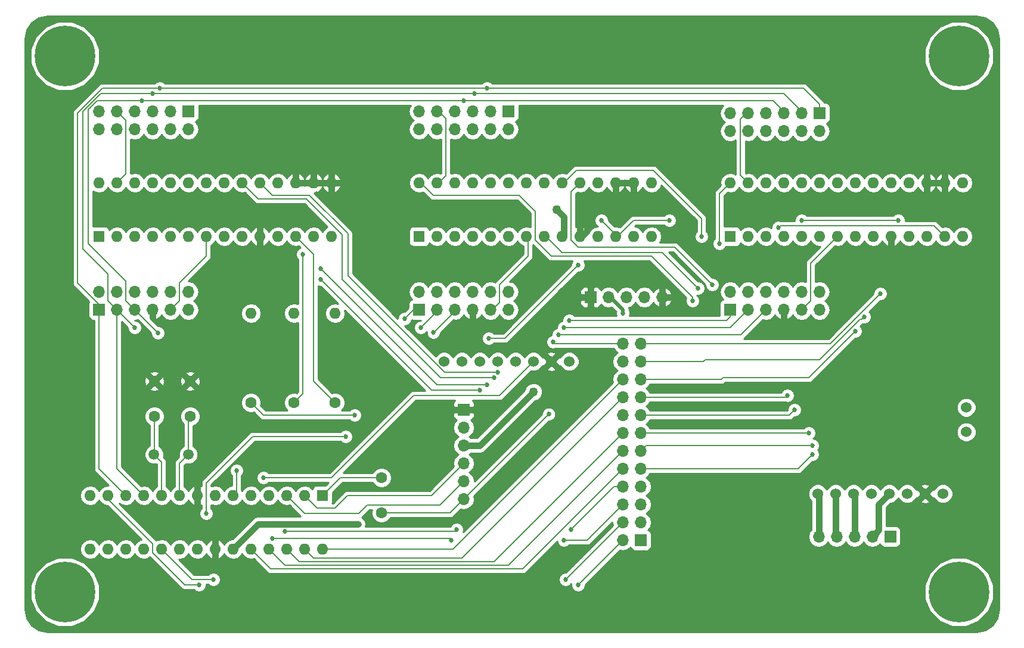
<source format=gbr>
G04 #@! TF.FileFunction,Copper,L1,Top,Mixed*
%FSLAX46Y46*%
G04 Gerber Fmt 4.6, Leading zero omitted, Abs format (unit mm)*
G04 Created by KiCad (PCBNEW 4.0.6) date 03/20/17 19:24:42*
%MOMM*%
%LPD*%
G01*
G04 APERTURE LIST*
%ADD10C,0.100000*%
%ADD11R,1.600000X1.600000*%
%ADD12O,1.600000X1.600000*%
%ADD13C,1.524000*%
%ADD14C,1.600000*%
%ADD15R,1.700000X1.700000*%
%ADD16O,1.700000X1.700000*%
%ADD17C,1.500000*%
%ADD18C,8.600000*%
%ADD19C,0.685800*%
%ADD20C,1.270000*%
%ADD21C,0.152400*%
%ADD22C,0.889000*%
%ADD23C,0.508000*%
%ADD24C,0.254000*%
G04 APERTURE END LIST*
D10*
D11*
X126492000Y-101854000D03*
D12*
X159512000Y-94234000D03*
X129032000Y-101854000D03*
X156972000Y-94234000D03*
X131572000Y-101854000D03*
X154432000Y-94234000D03*
X134112000Y-101854000D03*
X151892000Y-94234000D03*
X136652000Y-101854000D03*
X149352000Y-94234000D03*
X139192000Y-101854000D03*
X146812000Y-94234000D03*
X141732000Y-101854000D03*
X144272000Y-94234000D03*
X144272000Y-101854000D03*
X141732000Y-94234000D03*
X146812000Y-101854000D03*
X139192000Y-94234000D03*
X149352000Y-101854000D03*
X136652000Y-94234000D03*
X151892000Y-101854000D03*
X134112000Y-94234000D03*
X154432000Y-101854000D03*
X131572000Y-94234000D03*
X156972000Y-101854000D03*
X129032000Y-94234000D03*
X159512000Y-101854000D03*
X126492000Y-94234000D03*
D13*
X130048000Y-119634000D03*
X132588000Y-119634000D03*
X135128000Y-119634000D03*
X137668000Y-119634000D03*
X140208000Y-119634000D03*
X142748000Y-119634000D03*
X145288000Y-119634000D03*
X147828000Y-119634000D03*
D14*
X121158000Y-136144000D03*
X121158000Y-141144000D03*
D15*
X132842000Y-126492000D03*
D16*
X132842000Y-129032000D03*
X132842000Y-131572000D03*
X132842000Y-134112000D03*
X132842000Y-136652000D03*
X132842000Y-139192000D03*
D15*
X193421000Y-144526000D03*
D16*
X190881000Y-144526000D03*
X188341000Y-144526000D03*
X185801000Y-144526000D03*
X183261000Y-144526000D03*
D15*
X157988000Y-145034000D03*
D16*
X155448000Y-145034000D03*
X157988000Y-142494000D03*
X155448000Y-142494000D03*
X157988000Y-139954000D03*
X155448000Y-139954000D03*
X157988000Y-137414000D03*
X155448000Y-137414000D03*
X157988000Y-134874000D03*
X155448000Y-134874000D03*
X157988000Y-132334000D03*
X155448000Y-132334000D03*
X157988000Y-129794000D03*
X155448000Y-129794000D03*
X157988000Y-127254000D03*
X155448000Y-127254000D03*
X157988000Y-124714000D03*
X155448000Y-124714000D03*
X157988000Y-122174000D03*
X155448000Y-122174000D03*
X157988000Y-119634000D03*
X155448000Y-119634000D03*
X157988000Y-117094000D03*
X155448000Y-117094000D03*
D15*
X81026000Y-112268000D03*
D16*
X81026000Y-109728000D03*
X83566000Y-112268000D03*
X83566000Y-109728000D03*
X86106000Y-112268000D03*
X86106000Y-109728000D03*
X88646000Y-112268000D03*
X88646000Y-109728000D03*
X91186000Y-112268000D03*
X91186000Y-109728000D03*
X93726000Y-112268000D03*
X93726000Y-109728000D03*
D15*
X93726000Y-84074000D03*
D16*
X93726000Y-86614000D03*
X91186000Y-84074000D03*
X91186000Y-86614000D03*
X88646000Y-84074000D03*
X88646000Y-86614000D03*
X86106000Y-84074000D03*
X86106000Y-86614000D03*
X83566000Y-84074000D03*
X83566000Y-86614000D03*
X81026000Y-84074000D03*
X81026000Y-86614000D03*
D15*
X126492000Y-112268000D03*
D16*
X126492000Y-109728000D03*
X129032000Y-112268000D03*
X129032000Y-109728000D03*
X131572000Y-112268000D03*
X131572000Y-109728000D03*
X134112000Y-112268000D03*
X134112000Y-109728000D03*
X136652000Y-112268000D03*
X136652000Y-109728000D03*
X139192000Y-112268000D03*
X139192000Y-109728000D03*
D15*
X139192000Y-84074000D03*
D16*
X139192000Y-86614000D03*
X136652000Y-84074000D03*
X136652000Y-86614000D03*
X134112000Y-84074000D03*
X134112000Y-86614000D03*
X131572000Y-84074000D03*
X131572000Y-86614000D03*
X129032000Y-84074000D03*
X129032000Y-86614000D03*
X126492000Y-84074000D03*
X126492000Y-86614000D03*
D15*
X170688000Y-112268000D03*
D16*
X170688000Y-109728000D03*
X173228000Y-112268000D03*
X173228000Y-109728000D03*
X175768000Y-112268000D03*
X175768000Y-109728000D03*
X178308000Y-112268000D03*
X178308000Y-109728000D03*
X180848000Y-112268000D03*
X180848000Y-109728000D03*
X183388000Y-112268000D03*
X183388000Y-109728000D03*
D15*
X183388000Y-84328000D03*
D16*
X183388000Y-86868000D03*
X180848000Y-84328000D03*
X180848000Y-86868000D03*
X178308000Y-84328000D03*
X178308000Y-86868000D03*
X175768000Y-84328000D03*
X175768000Y-86868000D03*
X173228000Y-84328000D03*
X173228000Y-86868000D03*
X170688000Y-84328000D03*
X170688000Y-86868000D03*
D14*
X102616000Y-125476000D03*
D12*
X102616000Y-112776000D03*
D14*
X114554000Y-125476000D03*
D12*
X114554000Y-112776000D03*
D14*
X108712000Y-125476000D03*
D12*
X108712000Y-112776000D03*
D15*
X150876000Y-110490000D03*
D16*
X153416000Y-110490000D03*
X155956000Y-110490000D03*
X158496000Y-110490000D03*
X161036000Y-110490000D03*
D13*
X183134000Y-138430000D03*
X185674000Y-138430000D03*
X188214000Y-138430000D03*
X190754000Y-138430000D03*
X193294000Y-138430000D03*
X195834000Y-138430000D03*
X198374000Y-138430000D03*
X200914000Y-138430000D03*
X204216000Y-129667000D03*
X204216000Y-126167000D03*
D11*
X81026000Y-101854000D03*
D12*
X114046000Y-94234000D03*
X83566000Y-101854000D03*
X111506000Y-94234000D03*
X86106000Y-101854000D03*
X108966000Y-94234000D03*
X88646000Y-101854000D03*
X106426000Y-94234000D03*
X91186000Y-101854000D03*
X103886000Y-94234000D03*
X93726000Y-101854000D03*
X101346000Y-94234000D03*
X96266000Y-101854000D03*
X98806000Y-94234000D03*
X98806000Y-101854000D03*
X96266000Y-94234000D03*
X101346000Y-101854000D03*
X93726000Y-94234000D03*
X103886000Y-101854000D03*
X91186000Y-94234000D03*
X106426000Y-101854000D03*
X88646000Y-94234000D03*
X108966000Y-101854000D03*
X86106000Y-94234000D03*
X111506000Y-101854000D03*
X83566000Y-94234000D03*
X114046000Y-101854000D03*
X81026000Y-94234000D03*
D11*
X170688000Y-101854000D03*
D12*
X203708000Y-94234000D03*
X173228000Y-101854000D03*
X201168000Y-94234000D03*
X175768000Y-101854000D03*
X198628000Y-94234000D03*
X178308000Y-101854000D03*
X196088000Y-94234000D03*
X180848000Y-101854000D03*
X193548000Y-94234000D03*
X183388000Y-101854000D03*
X191008000Y-94234000D03*
X185928000Y-101854000D03*
X188468000Y-94234000D03*
X188468000Y-101854000D03*
X185928000Y-94234000D03*
X191008000Y-101854000D03*
X183388000Y-94234000D03*
X193548000Y-101854000D03*
X180848000Y-94234000D03*
X196088000Y-101854000D03*
X178308000Y-94234000D03*
X198628000Y-101854000D03*
X175768000Y-94234000D03*
X201168000Y-101854000D03*
X173228000Y-94234000D03*
X203708000Y-101854000D03*
X170688000Y-94234000D03*
D11*
X112776000Y-138684000D03*
D12*
X79756000Y-146304000D03*
X110236000Y-138684000D03*
X82296000Y-146304000D03*
X107696000Y-138684000D03*
X84836000Y-146304000D03*
X105156000Y-138684000D03*
X87376000Y-146304000D03*
X102616000Y-138684000D03*
X89916000Y-146304000D03*
X100076000Y-138684000D03*
X92456000Y-146304000D03*
X97536000Y-138684000D03*
X94996000Y-146304000D03*
X94996000Y-138684000D03*
X97536000Y-146304000D03*
X92456000Y-138684000D03*
X100076000Y-146304000D03*
X89916000Y-138684000D03*
X102616000Y-146304000D03*
X87376000Y-138684000D03*
X105156000Y-146304000D03*
X84836000Y-138684000D03*
X107696000Y-146304000D03*
X82296000Y-138684000D03*
X110236000Y-146304000D03*
X79756000Y-138684000D03*
X112776000Y-146304000D03*
D17*
X93726000Y-132842000D03*
X88846000Y-132842000D03*
D14*
X93980000Y-122428000D03*
X93980000Y-127428000D03*
X88900000Y-122428000D03*
X88900000Y-127428000D03*
D18*
X76200000Y-76200000D03*
X76200000Y-152400000D03*
X203200000Y-152400000D03*
X203200000Y-76200000D03*
D19*
X124460000Y-113537994D03*
X136144000Y-80772000D03*
X89662000Y-80772000D03*
X147828000Y-113792000D03*
D20*
X165354000Y-103632000D03*
X164846000Y-93980000D03*
X160528000Y-96774000D03*
X152908000Y-150368000D03*
X118364000Y-89916000D03*
X84074000Y-79248000D03*
X175768000Y-78994000D03*
X118872000Y-97282000D03*
D19*
X128535663Y-115493869D03*
X132842000Y-82550000D03*
X87122000Y-82550000D03*
X146304000Y-115824000D03*
X89408000Y-115570000D03*
X100583984Y-135128000D03*
X134366000Y-81534000D03*
X88646000Y-81534000D03*
X147066000Y-114808000D03*
X126746000Y-114808000D03*
X86106000Y-114808000D03*
D20*
X146050000Y-98044000D03*
X142748000Y-123952000D03*
D19*
X162052008Y-99568000D03*
X180848000Y-99568000D03*
X194564000Y-99568000D03*
X152400000Y-99568000D03*
X177546000Y-100584000D03*
X109982000Y-104394000D03*
X136398000Y-116332000D03*
X117348000Y-127254000D03*
X149098000Y-105918000D03*
X155448000Y-112776000D03*
X117856000Y-142748000D03*
X104394000Y-136144000D03*
X144930119Y-127103881D03*
X137668000Y-121158000D03*
X137160000Y-121920000D03*
X136144000Y-122936000D03*
X112522000Y-106426000D03*
X112522000Y-107950000D03*
X135128000Y-123698000D03*
X168148000Y-108712000D03*
X179832000Y-126492000D03*
X181864000Y-129794000D03*
X166624000Y-101854000D03*
X182372000Y-131572000D03*
X166116000Y-109219998D03*
X165354000Y-110998000D03*
X182372000Y-132842000D03*
X192024000Y-109982000D03*
X189738000Y-113283998D03*
X188468000Y-115315998D03*
X178816000Y-124460000D03*
X169164000Y-102870000D03*
X96266000Y-141224000D03*
X116078000Y-130302000D03*
X145542000Y-116840000D03*
X147319994Y-150622006D03*
X97282000Y-150622006D03*
X149098000Y-151384000D03*
X95250002Y-151384000D03*
X148082000Y-143510000D03*
X107442000Y-143764000D03*
X131826000Y-143510000D03*
X147066000Y-145034000D03*
X131064000Y-145034000D03*
X105664000Y-144780000D03*
D21*
X93726000Y-84074000D02*
X93726000Y-84836000D01*
X92964000Y-84074000D02*
X93726000Y-84074000D01*
X81026000Y-112268000D02*
X81026000Y-111506000D01*
X77978000Y-84328000D02*
X81534000Y-80772000D01*
X81026000Y-111506000D02*
X77978000Y-108458000D01*
X77978000Y-108458000D02*
X77978000Y-84328000D01*
X81534000Y-80772000D02*
X89662000Y-80772000D01*
X125729994Y-112268000D02*
X124460000Y-113537994D01*
X126746000Y-112268000D02*
X125729994Y-112268000D01*
X136144000Y-80772000D02*
X181088400Y-80772000D01*
X181088400Y-80772000D02*
X183388000Y-83071600D01*
X183388000Y-83071600D02*
X183388000Y-84074000D01*
X89662000Y-80772000D02*
X136144000Y-80772000D01*
X147828000Y-113792000D02*
X170166400Y-113792000D01*
X170166400Y-113792000D02*
X170688000Y-113270400D01*
X170688000Y-113270400D02*
X170688000Y-112268000D01*
X84836000Y-138684000D02*
X81026000Y-134874000D01*
X81026000Y-134874000D02*
X81026000Y-112268000D01*
X170688000Y-112268000D02*
X170688000Y-111506000D01*
X126746000Y-111506000D02*
X126746000Y-112268000D01*
D22*
X166252025Y-103632000D02*
X165354000Y-103632000D01*
X167180670Y-103632000D02*
X166252025Y-103632000D01*
X167283335Y-103529335D02*
X167180670Y-103632000D01*
X164846000Y-93980000D02*
X164846000Y-93081975D01*
X164846000Y-93081975D02*
X164338000Y-92573975D01*
X150405999Y-99022001D02*
X152654000Y-96774000D01*
X152654000Y-96774000D02*
X160528000Y-96774000D01*
X149606000Y-101854000D02*
X150405999Y-101054001D01*
X150405999Y-101054001D02*
X150405999Y-99022001D01*
X154432000Y-150368000D02*
X152908000Y-150368000D01*
X118364000Y-89916000D02*
X117856000Y-89408000D01*
X118872000Y-97282000D02*
X122174000Y-97282000D01*
X84074000Y-79248000D02*
X84972025Y-79248000D01*
X175768000Y-78994000D02*
X177546000Y-78994000D01*
D21*
X131826000Y-112268000D02*
X128600131Y-115493869D01*
X128600131Y-115493869D02*
X128535663Y-115493869D01*
X132842000Y-82550000D02*
X87122000Y-82550000D01*
X132842000Y-82550000D02*
X176784000Y-82550000D01*
X86106000Y-112268000D02*
X84836000Y-110998000D01*
X84836000Y-110998000D02*
X84836000Y-108204000D01*
X84836000Y-108204000D02*
X79502000Y-102870000D01*
X80772000Y-82550000D02*
X87122000Y-82550000D01*
X178308000Y-84074000D02*
X176784000Y-82550000D01*
X146304000Y-115824000D02*
X172212000Y-115824000D01*
X172212000Y-115824000D02*
X175768000Y-112268000D01*
X89408000Y-115570000D02*
X86106000Y-112268000D01*
X100076000Y-138684000D02*
X100584000Y-138176000D01*
X100584000Y-138176000D02*
X100584000Y-135128016D01*
X100584000Y-135128016D02*
X100583984Y-135128000D01*
X79502000Y-83820000D02*
X80772000Y-82550000D01*
X79502000Y-102870000D02*
X79502000Y-83820000D01*
X134366000Y-81534000D02*
X178308000Y-81534000D01*
X88646000Y-81534000D02*
X134366000Y-81534000D01*
X129286000Y-112268000D02*
X126746000Y-114808000D01*
X83566000Y-112268000D02*
X82296000Y-110998000D01*
X82296000Y-110998000D02*
X82296000Y-107188000D01*
X82296000Y-107188000D02*
X78740000Y-103632000D01*
X78740000Y-103632000D02*
X78740000Y-84074000D01*
X78740000Y-84074000D02*
X81280000Y-81534000D01*
X81280000Y-81534000D02*
X88646000Y-81534000D01*
X178308000Y-81534000D02*
X180848000Y-84074000D01*
X147066000Y-114808000D02*
X170688000Y-114808000D01*
X170688000Y-114808000D02*
X173228000Y-112268000D01*
X83566000Y-112268000D02*
X86106000Y-114808000D01*
X87376000Y-138684000D02*
X83566000Y-134874000D01*
X83566000Y-134874000D02*
X83566000Y-112268000D01*
D22*
X147066000Y-101854000D02*
X147066000Y-99060000D01*
X147066000Y-99060000D02*
X146050000Y-98044000D01*
X142748000Y-123952000D02*
X135128000Y-131572000D01*
X135128000Y-131572000D02*
X132842000Y-131572000D01*
D21*
X156972000Y-99568000D02*
X162052008Y-99568000D01*
X154686000Y-101854000D02*
X156972000Y-99568000D01*
X194564000Y-99568000D02*
X180848000Y-99568000D01*
X131318000Y-146304000D02*
X112776000Y-146304000D01*
X155448000Y-122174000D02*
X131318000Y-146304000D01*
X111506000Y-104394000D02*
X111506000Y-122428000D01*
X111506000Y-122428000D02*
X114554000Y-125476000D01*
X154686000Y-101854000D02*
X152400000Y-99568000D01*
X108966000Y-101854000D02*
X111506000Y-104394000D01*
X177546000Y-100584000D02*
X177800000Y-100330000D01*
X177800000Y-100330000D02*
X199644000Y-100330000D01*
X199644000Y-100330000D02*
X201168000Y-101854000D01*
X109982000Y-104394000D02*
X109982000Y-124206000D01*
X109982000Y-124206000D02*
X108712000Y-125476000D01*
X155448000Y-124714000D02*
X132588000Y-147574000D01*
X132588000Y-147574000D02*
X111506000Y-147574000D01*
X111506000Y-147574000D02*
X110236000Y-146304000D01*
X93726000Y-132842000D02*
X93726000Y-127682000D01*
X93726000Y-127682000D02*
X93980000Y-127428000D01*
X93726000Y-132842000D02*
X92456000Y-134112000D01*
X92456000Y-134112000D02*
X92456000Y-138684000D01*
X138684000Y-116332000D02*
X136398000Y-116332000D01*
X149098000Y-105918000D02*
X138684000Y-116332000D01*
X102616000Y-125476000D02*
X104394000Y-127254000D01*
X104394000Y-127254000D02*
X117348000Y-127254000D01*
X155575000Y-112649000D02*
X155448000Y-112776000D01*
X155575000Y-112545067D02*
X155575000Y-112649000D01*
D23*
X155448000Y-112268000D02*
X155448000Y-112291067D01*
X153670000Y-110490000D02*
X155448000Y-112268000D01*
X155448000Y-112291067D02*
X155448000Y-112776000D01*
D21*
X115316000Y-136144000D02*
X112776000Y-138684000D01*
X121158000Y-136144000D02*
X115316000Y-136144000D01*
D22*
X117856000Y-142748000D02*
X103632000Y-142748000D01*
X103632000Y-142748000D02*
X100076000Y-146304000D01*
D21*
X102616000Y-146304000D02*
X105410000Y-149098000D01*
X105410000Y-149098000D02*
X141224000Y-149098000D01*
X141224000Y-149098000D02*
X155448000Y-134874000D01*
X105156000Y-146304000D02*
X107442000Y-148590000D01*
X107442000Y-148590000D02*
X139192000Y-148590000D01*
X139192000Y-148590000D02*
X155448000Y-132334000D01*
X155448000Y-129794000D02*
X137160000Y-148082000D01*
X137160000Y-148082000D02*
X109474000Y-148082000D01*
X109474000Y-148082000D02*
X107696000Y-146304000D01*
X107696000Y-146304000D02*
X108458000Y-146304000D01*
X142748000Y-119634000D02*
X137922000Y-124460000D01*
X137922000Y-124460000D02*
X125730000Y-124460000D01*
X125730000Y-124460000D02*
X114046000Y-136144000D01*
X114046000Y-136144000D02*
X104394000Y-136144000D01*
X132842000Y-139192000D02*
X144930119Y-127103881D01*
X121158000Y-141144000D02*
X130890000Y-141144000D01*
X130890000Y-141144000D02*
X132842000Y-139192000D01*
X88900000Y-127428000D02*
X88900000Y-132788000D01*
X88900000Y-132788000D02*
X88846000Y-132842000D01*
X89916000Y-138684000D02*
X89916000Y-133912000D01*
X89916000Y-133912000D02*
X88846000Y-132842000D01*
X132842000Y-134112000D02*
X128270000Y-138684000D01*
X128270000Y-138684000D02*
X116332000Y-138684000D01*
X116332000Y-138684000D02*
X114554000Y-140462000D01*
X114554000Y-140462000D02*
X112014000Y-140462000D01*
X112014000Y-140462000D02*
X110236000Y-138684000D01*
X107696000Y-138684000D02*
X110236000Y-141224000D01*
X110236000Y-141224000D02*
X117919412Y-141224000D01*
X129476588Y-140017412D02*
X132842000Y-136652000D01*
X117919412Y-141224000D02*
X119126000Y-140017412D01*
X119126000Y-140017412D02*
X129476588Y-140017412D01*
D22*
X183261000Y-144526000D02*
X183261000Y-138557000D01*
D21*
X183261000Y-138557000D02*
X183134000Y-138430000D01*
D22*
X185674000Y-138430000D02*
X185674000Y-144399000D01*
D21*
X185674000Y-144399000D02*
X185801000Y-144526000D01*
D22*
X188341000Y-144526000D02*
X188341000Y-138557000D01*
D21*
X188341000Y-138557000D02*
X188214000Y-138430000D01*
D22*
X190881000Y-144526000D02*
X191770000Y-143637000D01*
X191770000Y-143637000D02*
X191770000Y-139954000D01*
X191770000Y-139954000D02*
X193294000Y-138430000D01*
D21*
X130105910Y-121158000D02*
X137668000Y-121158000D01*
X116382811Y-107434901D02*
X130105910Y-121158000D01*
X116382811Y-101473744D02*
X116382811Y-107434901D01*
X105664000Y-96012000D02*
X110921067Y-96012000D01*
X110921067Y-96012000D02*
X116382811Y-101473744D01*
X103886000Y-94234000D02*
X105664000Y-96012000D01*
X129566872Y-121920000D02*
X137160000Y-121920000D01*
X103632000Y-96520000D02*
X110490000Y-96520000D01*
X115570000Y-101600000D02*
X115570000Y-107923128D01*
X101346000Y-94234000D02*
X103632000Y-96520000D01*
X115570000Y-107923128D02*
X129566872Y-121920000D01*
X110490000Y-96520000D02*
X115570000Y-101600000D01*
X129032000Y-122936000D02*
X136144000Y-122936000D01*
X112522000Y-106426000D02*
X129032000Y-122936000D01*
X135128000Y-123698000D02*
X128270000Y-123698000D01*
X128270000Y-123698000D02*
X112522000Y-107950000D01*
X148082000Y-95504000D02*
X148552001Y-95033999D01*
X162814000Y-103378000D02*
X149098000Y-103378000D01*
X149098000Y-103378000D02*
X148082000Y-102362000D01*
X168148000Y-108712000D02*
X162814000Y-103378000D01*
X148082000Y-102362000D02*
X148082000Y-95504000D01*
X148552001Y-95033999D02*
X149352000Y-94234000D01*
X157988000Y-127254000D02*
X179070000Y-127254000D01*
X179070000Y-127254000D02*
X179832000Y-126492000D01*
X181864000Y-129794000D02*
X181379067Y-129794000D01*
X181379067Y-129794000D02*
X157988000Y-129794000D01*
X166624000Y-101854000D02*
X166624000Y-99314000D01*
X166624000Y-99314000D02*
X159766000Y-92456000D01*
X159766000Y-92456000D02*
X148844000Y-92456000D01*
X148844000Y-92456000D02*
X147066000Y-94234000D01*
X157988000Y-132334000D02*
X158750000Y-131572000D01*
X158750000Y-131572000D02*
X182372000Y-131572000D01*
X165773101Y-108877099D02*
X166116000Y-109219998D01*
X161036002Y-104140000D02*
X165773101Y-108877099D01*
X146812000Y-104140000D02*
X161036002Y-104140000D01*
X144526000Y-101854000D02*
X146812000Y-104140000D01*
X165354000Y-110998000D02*
X165354000Y-110513067D01*
X165354000Y-110513067D02*
X159488933Y-104648000D01*
X159488933Y-104648000D02*
X145288000Y-104648000D01*
X145288000Y-104648000D02*
X143002000Y-102362000D01*
X143002000Y-102362000D02*
X143002000Y-98298000D01*
X143002000Y-98298000D02*
X140716000Y-96012000D01*
X140716000Y-96012000D02*
X128524000Y-96012000D01*
X128524000Y-96012000D02*
X126746000Y-94234000D01*
X157988000Y-134874000D02*
X180340000Y-134874000D01*
X180340000Y-134874000D02*
X182372000Y-132842000D01*
X184912000Y-117094000D02*
X192024000Y-109982000D01*
X157988000Y-117094000D02*
X184912000Y-117094000D01*
X183388000Y-119380000D02*
X167132000Y-119380000D01*
X157988000Y-119634000D02*
X166878000Y-119634000D01*
X166878000Y-119634000D02*
X167132000Y-119380000D01*
X157988000Y-119634000D02*
X158242000Y-119380000D01*
X183388000Y-119380000D02*
X189141103Y-113626897D01*
X189141103Y-113626897D02*
X189395101Y-113626897D01*
X189395101Y-113626897D02*
X189738000Y-113283998D01*
X169672000Y-121920000D02*
X181863998Y-121920000D01*
X157988000Y-122174000D02*
X169418000Y-122174000D01*
X169418000Y-122174000D02*
X169672000Y-121920000D01*
X181863998Y-121920000D02*
X188468000Y-115315998D01*
X178562000Y-124714000D02*
X178816000Y-124460000D01*
X157988000Y-124714000D02*
X178562000Y-124714000D01*
X169164000Y-102870000D02*
X169164000Y-95758000D01*
X169164000Y-95758000D02*
X170688000Y-94234000D01*
X96266000Y-136906000D02*
X96266000Y-141224000D01*
X102870000Y-130302000D02*
X96266000Y-136906000D01*
X116078000Y-130302000D02*
X102870000Y-130302000D01*
X155448000Y-117094000D02*
X145796000Y-117094000D01*
X145796000Y-117094000D02*
X145542000Y-116840000D01*
X155448000Y-142494000D02*
X147319994Y-150622006D01*
X94234006Y-150622006D02*
X97282000Y-150622006D01*
X89916000Y-146304000D02*
X94234006Y-150622006D01*
X149098000Y-151384000D02*
X155448000Y-145034000D01*
X82296000Y-138684000D02*
X82296000Y-139192000D01*
X82296000Y-139192000D02*
X88646000Y-145542000D01*
X88646000Y-145542000D02*
X88646000Y-146812000D01*
X88646000Y-146812000D02*
X93218000Y-151384000D01*
X93218000Y-151384000D02*
X95250002Y-151384000D01*
X154178000Y-137414000D02*
X148082000Y-143510000D01*
X155448000Y-137414000D02*
X154178000Y-137414000D01*
X131826000Y-143510000D02*
X131572000Y-143764000D01*
X131572000Y-143764000D02*
X107442000Y-143764000D01*
X150368000Y-145034000D02*
X147066000Y-145034000D01*
X155448000Y-139954000D02*
X150368000Y-145034000D01*
X105664000Y-144780000D02*
X130810000Y-144780000D01*
X130810000Y-144780000D02*
X131064000Y-145034000D01*
X91186000Y-112268000D02*
X92456000Y-110998000D01*
X92456000Y-110998000D02*
X92456000Y-108458000D01*
X92456000Y-108458000D02*
X96266000Y-104648000D01*
X96266000Y-104648000D02*
X96266000Y-101854000D01*
X83566000Y-94234000D02*
X84836000Y-92964000D01*
X84836000Y-92964000D02*
X84836000Y-85344000D01*
X84836000Y-85344000D02*
X83566000Y-84074000D01*
X136906000Y-112268000D02*
X137922000Y-111252000D01*
X137922000Y-111252000D02*
X137922000Y-108712000D01*
X137922000Y-108712000D02*
X141986000Y-104648000D01*
X141986000Y-104648000D02*
X141986000Y-101854000D01*
X129286000Y-94234000D02*
X130302000Y-93218000D01*
X130302000Y-93218000D02*
X130302000Y-85090000D01*
X130302000Y-85090000D02*
X129286000Y-84074000D01*
X185928000Y-101854000D02*
X182118000Y-105664000D01*
X182118000Y-105664000D02*
X182118000Y-110998000D01*
X182118000Y-110998000D02*
X180848000Y-112268000D01*
X173228000Y-84074000D02*
X172149399Y-85152601D01*
X172149399Y-85152601D02*
X172149399Y-93155399D01*
X172149399Y-93155399D02*
X173228000Y-94234000D01*
D24*
G36*
X206920995Y-70808824D02*
X207922196Y-71477804D01*
X208591175Y-72479005D01*
X208840000Y-73729931D01*
X208840000Y-154870069D01*
X208591175Y-156120995D01*
X207922196Y-157122196D01*
X206920995Y-157791176D01*
X205670069Y-158040000D01*
X73729931Y-158040000D01*
X72479005Y-157791175D01*
X71477804Y-157122196D01*
X70808824Y-156120995D01*
X70560000Y-154870069D01*
X70560000Y-153377325D01*
X71264146Y-153377325D01*
X72013871Y-155191801D01*
X73400897Y-156581250D01*
X75214061Y-157334141D01*
X77177325Y-157335854D01*
X78991801Y-156586129D01*
X80381250Y-155199103D01*
X81134141Y-153385939D01*
X81134148Y-153377325D01*
X198264146Y-153377325D01*
X199013871Y-155191801D01*
X200400897Y-156581250D01*
X202214061Y-157334141D01*
X204177325Y-157335854D01*
X205991801Y-156586129D01*
X207381250Y-155199103D01*
X208134141Y-153385939D01*
X208135854Y-151422675D01*
X207386129Y-149608199D01*
X205999103Y-148218750D01*
X204185939Y-147465859D01*
X202222675Y-147464146D01*
X200408199Y-148213871D01*
X199018750Y-149600897D01*
X198265859Y-151414061D01*
X198264146Y-153377325D01*
X81134148Y-153377325D01*
X81135854Y-151422675D01*
X80386129Y-149608199D01*
X78999103Y-148218750D01*
X77185939Y-147465859D01*
X75222675Y-147464146D01*
X73408199Y-148213871D01*
X72018750Y-149600897D01*
X71265859Y-151414061D01*
X71264146Y-153377325D01*
X70560000Y-153377325D01*
X70560000Y-84328000D01*
X77266800Y-84328000D01*
X77266800Y-108458000D01*
X77320937Y-108730165D01*
X77475106Y-108960894D01*
X79620466Y-111106254D01*
X79579569Y-111166110D01*
X79528560Y-111418000D01*
X79528560Y-113118000D01*
X79572838Y-113353317D01*
X79711910Y-113569441D01*
X79924110Y-113714431D01*
X80176000Y-113765440D01*
X80314800Y-113765440D01*
X80314800Y-134874000D01*
X80368937Y-135146165D01*
X80523106Y-135376894D01*
X82384752Y-137238541D01*
X82296000Y-137220887D01*
X81746849Y-137330120D01*
X81281302Y-137641189D01*
X81026000Y-138023275D01*
X80770698Y-137641189D01*
X80305151Y-137330120D01*
X79756000Y-137220887D01*
X79206849Y-137330120D01*
X78741302Y-137641189D01*
X78430233Y-138106736D01*
X78321000Y-138655887D01*
X78321000Y-138712113D01*
X78430233Y-139261264D01*
X78741302Y-139726811D01*
X79206849Y-140037880D01*
X79756000Y-140147113D01*
X80305151Y-140037880D01*
X80770698Y-139726811D01*
X81026000Y-139344725D01*
X81281302Y-139726811D01*
X81746849Y-140037880D01*
X82232742Y-140134530D01*
X87011586Y-144913374D01*
X86826849Y-144950120D01*
X86361302Y-145261189D01*
X86106000Y-145643275D01*
X85850698Y-145261189D01*
X85385151Y-144950120D01*
X84836000Y-144840887D01*
X84286849Y-144950120D01*
X83821302Y-145261189D01*
X83566000Y-145643275D01*
X83310698Y-145261189D01*
X82845151Y-144950120D01*
X82296000Y-144840887D01*
X81746849Y-144950120D01*
X81281302Y-145261189D01*
X81026000Y-145643275D01*
X80770698Y-145261189D01*
X80305151Y-144950120D01*
X79756000Y-144840887D01*
X79206849Y-144950120D01*
X78741302Y-145261189D01*
X78430233Y-145726736D01*
X78321000Y-146275887D01*
X78321000Y-146332113D01*
X78430233Y-146881264D01*
X78741302Y-147346811D01*
X79206849Y-147657880D01*
X79756000Y-147767113D01*
X80305151Y-147657880D01*
X80770698Y-147346811D01*
X81026000Y-146964725D01*
X81281302Y-147346811D01*
X81746849Y-147657880D01*
X82296000Y-147767113D01*
X82845151Y-147657880D01*
X83310698Y-147346811D01*
X83566000Y-146964725D01*
X83821302Y-147346811D01*
X84286849Y-147657880D01*
X84836000Y-147767113D01*
X85385151Y-147657880D01*
X85850698Y-147346811D01*
X86106000Y-146964725D01*
X86361302Y-147346811D01*
X86826849Y-147657880D01*
X87376000Y-147767113D01*
X87925151Y-147657880D01*
X88261410Y-147433198D01*
X92715105Y-151886894D01*
X92869274Y-151989906D01*
X92945836Y-152041063D01*
X93218000Y-152095200D01*
X94578208Y-152095200D01*
X94695343Y-152212540D01*
X95054632Y-152361730D01*
X95443665Y-152362069D01*
X95803214Y-152213507D01*
X96078542Y-151938659D01*
X96227732Y-151579370D01*
X96227947Y-151333206D01*
X96610206Y-151333206D01*
X96727341Y-151450546D01*
X97086630Y-151599736D01*
X97475663Y-151600075D01*
X97835212Y-151451513D01*
X98110540Y-151176665D01*
X98259730Y-150817376D01*
X98260069Y-150428343D01*
X98111507Y-150068794D01*
X97836659Y-149793466D01*
X97477370Y-149644276D01*
X97088337Y-149643937D01*
X96728788Y-149792499D01*
X96610274Y-149910806D01*
X94528595Y-149910806D01*
X92367247Y-147749459D01*
X92456000Y-147767113D01*
X93005151Y-147657880D01*
X93470698Y-147346811D01*
X93726000Y-146964725D01*
X93981302Y-147346811D01*
X94446849Y-147657880D01*
X94996000Y-147767113D01*
X95545151Y-147657880D01*
X96010698Y-147346811D01*
X96276542Y-146948947D01*
X96508657Y-147305929D01*
X96970280Y-147622809D01*
X97003489Y-147636538D01*
X97218500Y-147540126D01*
X97218500Y-146621500D01*
X97198500Y-146621500D01*
X97198500Y-145986500D01*
X97218500Y-145986500D01*
X97218500Y-145067874D01*
X97003489Y-144971462D01*
X96970280Y-144985191D01*
X96508657Y-145302071D01*
X96276542Y-145659053D01*
X96010698Y-145261189D01*
X95545151Y-144950120D01*
X94996000Y-144840887D01*
X94446849Y-144950120D01*
X93981302Y-145261189D01*
X93726000Y-145643275D01*
X93470698Y-145261189D01*
X93005151Y-144950120D01*
X92456000Y-144840887D01*
X91906849Y-144950120D01*
X91441302Y-145261189D01*
X91186000Y-145643275D01*
X90930698Y-145261189D01*
X90465151Y-144950120D01*
X89916000Y-144840887D01*
X89366849Y-144950120D01*
X89175062Y-145078268D01*
X89148894Y-145039106D01*
X83867402Y-139757614D01*
X84286849Y-140037880D01*
X84836000Y-140147113D01*
X85385151Y-140037880D01*
X85850698Y-139726811D01*
X86106000Y-139344725D01*
X86361302Y-139726811D01*
X86826849Y-140037880D01*
X87376000Y-140147113D01*
X87925151Y-140037880D01*
X88390698Y-139726811D01*
X88646000Y-139344725D01*
X88901302Y-139726811D01*
X89366849Y-140037880D01*
X89916000Y-140147113D01*
X90465151Y-140037880D01*
X90930698Y-139726811D01*
X91186000Y-139344725D01*
X91441302Y-139726811D01*
X91906849Y-140037880D01*
X92456000Y-140147113D01*
X93005151Y-140037880D01*
X93470698Y-139726811D01*
X93736542Y-139328947D01*
X93968657Y-139685929D01*
X94430280Y-140002809D01*
X94463489Y-140016538D01*
X94678500Y-139920126D01*
X94678500Y-139001500D01*
X94658500Y-139001500D01*
X94658500Y-138366500D01*
X94678500Y-138366500D01*
X94678500Y-137447874D01*
X94463489Y-137351462D01*
X94430280Y-137365191D01*
X93968657Y-137682071D01*
X93736542Y-138039053D01*
X93470698Y-137641189D01*
X93167200Y-137438398D01*
X93167200Y-134406588D01*
X93377035Y-134196753D01*
X93449298Y-134226759D01*
X94000285Y-134227240D01*
X94509515Y-134016831D01*
X94899461Y-133627564D01*
X95110759Y-133118702D01*
X95111240Y-132567715D01*
X94900831Y-132058485D01*
X94511564Y-131668539D01*
X94437200Y-131637660D01*
X94437200Y-128791761D01*
X94791800Y-128645243D01*
X95195824Y-128241923D01*
X95414750Y-127714691D01*
X95415248Y-127143813D01*
X95197243Y-126616200D01*
X94793923Y-126212176D01*
X94266691Y-125993250D01*
X93695813Y-125992752D01*
X93168200Y-126210757D01*
X92764176Y-126614077D01*
X92545250Y-127141309D01*
X92544752Y-127712187D01*
X92762757Y-128239800D01*
X93014800Y-128492283D01*
X93014800Y-131637289D01*
X92942485Y-131667169D01*
X92552539Y-132056436D01*
X92341241Y-132565298D01*
X92340760Y-133116285D01*
X92371509Y-133190703D01*
X91953106Y-133609106D01*
X91798937Y-133839835D01*
X91764003Y-134015461D01*
X91744800Y-134112000D01*
X91744800Y-137438398D01*
X91441302Y-137641189D01*
X91186000Y-138023275D01*
X90930698Y-137641189D01*
X90627200Y-137438398D01*
X90627200Y-133912000D01*
X90573063Y-133639836D01*
X90508837Y-133543715D01*
X90418895Y-133409106D01*
X90200753Y-133190964D01*
X90230759Y-133118702D01*
X90231240Y-132567715D01*
X90020831Y-132058485D01*
X89631564Y-131668539D01*
X89611200Y-131660083D01*
X89611200Y-128686810D01*
X89711800Y-128645243D01*
X90115824Y-128241923D01*
X90334750Y-127714691D01*
X90335248Y-127143813D01*
X90117243Y-126616200D01*
X89713923Y-126212176D01*
X89186691Y-125993250D01*
X88615813Y-125992752D01*
X88088200Y-126210757D01*
X87684176Y-126614077D01*
X87465250Y-127141309D01*
X87464752Y-127712187D01*
X87682757Y-128239800D01*
X88086077Y-128643824D01*
X88188800Y-128686478D01*
X88188800Y-131614977D01*
X88062485Y-131667169D01*
X87672539Y-132056436D01*
X87461241Y-132565298D01*
X87460760Y-133116285D01*
X87671169Y-133625515D01*
X88060436Y-134015461D01*
X88569298Y-134226759D01*
X89120285Y-134227240D01*
X89194703Y-134196491D01*
X89204800Y-134206589D01*
X89204800Y-137438398D01*
X88901302Y-137641189D01*
X88646000Y-138023275D01*
X88390698Y-137641189D01*
X87925151Y-137330120D01*
X87376000Y-137220887D01*
X86994551Y-137296762D01*
X84277200Y-134579412D01*
X84277200Y-123547089D01*
X88229924Y-123547089D01*
X88317360Y-123770099D01*
X88875310Y-123890904D01*
X89437019Y-123788996D01*
X89482640Y-123770099D01*
X89570076Y-123547089D01*
X93309924Y-123547089D01*
X93397360Y-123770099D01*
X93955310Y-123890904D01*
X94517019Y-123788996D01*
X94562640Y-123770099D01*
X94650076Y-123547089D01*
X93980000Y-122877013D01*
X93309924Y-123547089D01*
X89570076Y-123547089D01*
X88900000Y-122877013D01*
X88229924Y-123547089D01*
X84277200Y-123547089D01*
X84277200Y-122403310D01*
X87437096Y-122403310D01*
X87539004Y-122965019D01*
X87557901Y-123010640D01*
X87780911Y-123098076D01*
X88450987Y-122428000D01*
X89349013Y-122428000D01*
X90019089Y-123098076D01*
X90242099Y-123010640D01*
X90362904Y-122452690D01*
X90353946Y-122403310D01*
X92517096Y-122403310D01*
X92619004Y-122965019D01*
X92637901Y-123010640D01*
X92860911Y-123098076D01*
X93530987Y-122428000D01*
X94429013Y-122428000D01*
X95099089Y-123098076D01*
X95322099Y-123010640D01*
X95442904Y-122452690D01*
X95340996Y-121890981D01*
X95322099Y-121845360D01*
X95099089Y-121757924D01*
X94429013Y-122428000D01*
X93530987Y-122428000D01*
X92860911Y-121757924D01*
X92637901Y-121845360D01*
X92517096Y-122403310D01*
X90353946Y-122403310D01*
X90260996Y-121890981D01*
X90242099Y-121845360D01*
X90019089Y-121757924D01*
X89349013Y-122428000D01*
X88450987Y-122428000D01*
X87780911Y-121757924D01*
X87557901Y-121845360D01*
X87437096Y-122403310D01*
X84277200Y-122403310D01*
X84277200Y-121308911D01*
X88229924Y-121308911D01*
X88900000Y-121978987D01*
X89570076Y-121308911D01*
X93309924Y-121308911D01*
X93980000Y-121978987D01*
X94650076Y-121308911D01*
X94562640Y-121085901D01*
X94004690Y-120965096D01*
X93442981Y-121067004D01*
X93397360Y-121085901D01*
X93309924Y-121308911D01*
X89570076Y-121308911D01*
X89482640Y-121085901D01*
X88924690Y-120965096D01*
X88362981Y-121067004D01*
X88317360Y-121085901D01*
X88229924Y-121308911D01*
X84277200Y-121308911D01*
X84277200Y-113984988D01*
X85128075Y-114835864D01*
X85127931Y-115001663D01*
X85276493Y-115361212D01*
X85551341Y-115636540D01*
X85910630Y-115785730D01*
X86299663Y-115786069D01*
X86659212Y-115637507D01*
X86934540Y-115362659D01*
X87083730Y-115003370D01*
X87084069Y-114614337D01*
X86935507Y-114254788D01*
X86660659Y-113979460D01*
X86301370Y-113830270D01*
X86133913Y-113830124D01*
X86080886Y-113777098D01*
X86106000Y-113782093D01*
X86529972Y-113697760D01*
X88430075Y-115597863D01*
X88429931Y-115763663D01*
X88578493Y-116123212D01*
X88853341Y-116398540D01*
X89212630Y-116547730D01*
X89601663Y-116548069D01*
X89961212Y-116399507D01*
X90236540Y-116124659D01*
X90385730Y-115765370D01*
X90386069Y-115376337D01*
X90237507Y-115016788D01*
X89962659Y-114741460D01*
X89603370Y-114592270D01*
X89435912Y-114592124D01*
X88328500Y-113484712D01*
X88328500Y-112585500D01*
X88308500Y-112585500D01*
X88308500Y-111950500D01*
X88328500Y-111950500D01*
X88328500Y-111930500D01*
X88963500Y-111930500D01*
X88963500Y-111950500D01*
X88983500Y-111950500D01*
X88983500Y-112585500D01*
X88963500Y-112585500D01*
X88963500Y-113555685D01*
X89186524Y-113651133D01*
X89241829Y-113628251D01*
X89717020Y-113296694D01*
X89905390Y-113002094D01*
X90135946Y-113347147D01*
X90617715Y-113669054D01*
X91186000Y-113782093D01*
X91754285Y-113669054D01*
X92236054Y-113347147D01*
X92456000Y-113017974D01*
X92675946Y-113347147D01*
X93157715Y-113669054D01*
X93726000Y-113782093D01*
X94294285Y-113669054D01*
X94776054Y-113347147D01*
X95097961Y-112865378D01*
X95121331Y-112747887D01*
X101181000Y-112747887D01*
X101181000Y-112804113D01*
X101290233Y-113353264D01*
X101601302Y-113818811D01*
X102066849Y-114129880D01*
X102616000Y-114239113D01*
X103165151Y-114129880D01*
X103630698Y-113818811D01*
X103941767Y-113353264D01*
X104051000Y-112804113D01*
X104051000Y-112747887D01*
X103941767Y-112198736D01*
X103630698Y-111733189D01*
X103165151Y-111422120D01*
X102616000Y-111312887D01*
X102066849Y-111422120D01*
X101601302Y-111733189D01*
X101290233Y-112198736D01*
X101181000Y-112747887D01*
X95121331Y-112747887D01*
X95211000Y-112297093D01*
X95211000Y-112238907D01*
X95097961Y-111670622D01*
X94776054Y-111188853D01*
X94490422Y-110998000D01*
X94776054Y-110807147D01*
X95097961Y-110325378D01*
X95211000Y-109757093D01*
X95211000Y-109698907D01*
X95097961Y-109130622D01*
X94776054Y-108648853D01*
X94294285Y-108326946D01*
X93726000Y-108213907D01*
X93700886Y-108218903D01*
X96768895Y-105150894D01*
X96923063Y-104920164D01*
X96977200Y-104648000D01*
X96977200Y-103099602D01*
X97280698Y-102896811D01*
X97536000Y-102514725D01*
X97791302Y-102896811D01*
X98256849Y-103207880D01*
X98806000Y-103317113D01*
X99355151Y-103207880D01*
X99820698Y-102896811D01*
X100076000Y-102514725D01*
X100331302Y-102896811D01*
X100796849Y-103207880D01*
X101346000Y-103317113D01*
X101895151Y-103207880D01*
X102360698Y-102896811D01*
X102626542Y-102498947D01*
X102858657Y-102855929D01*
X103320280Y-103172809D01*
X103353489Y-103186538D01*
X103568500Y-103090126D01*
X103568500Y-102171500D01*
X103548500Y-102171500D01*
X103548500Y-101536500D01*
X103568500Y-101536500D01*
X103568500Y-100617874D01*
X103353489Y-100521462D01*
X103320280Y-100535191D01*
X102858657Y-100852071D01*
X102626542Y-101209053D01*
X102360698Y-100811189D01*
X101895151Y-100500120D01*
X101346000Y-100390887D01*
X100796849Y-100500120D01*
X100331302Y-100811189D01*
X100076000Y-101193275D01*
X99820698Y-100811189D01*
X99355151Y-100500120D01*
X98806000Y-100390887D01*
X98256849Y-100500120D01*
X97791302Y-100811189D01*
X97536000Y-101193275D01*
X97280698Y-100811189D01*
X96815151Y-100500120D01*
X96266000Y-100390887D01*
X95716849Y-100500120D01*
X95251302Y-100811189D01*
X94996000Y-101193275D01*
X94740698Y-100811189D01*
X94275151Y-100500120D01*
X93726000Y-100390887D01*
X93176849Y-100500120D01*
X92711302Y-100811189D01*
X92456000Y-101193275D01*
X92200698Y-100811189D01*
X91735151Y-100500120D01*
X91186000Y-100390887D01*
X90636849Y-100500120D01*
X90171302Y-100811189D01*
X89916000Y-101193275D01*
X89660698Y-100811189D01*
X89195151Y-100500120D01*
X88646000Y-100390887D01*
X88096849Y-100500120D01*
X87631302Y-100811189D01*
X87376000Y-101193275D01*
X87120698Y-100811189D01*
X86655151Y-100500120D01*
X86106000Y-100390887D01*
X85556849Y-100500120D01*
X85091302Y-100811189D01*
X84836000Y-101193275D01*
X84580698Y-100811189D01*
X84115151Y-100500120D01*
X83566000Y-100390887D01*
X83016849Y-100500120D01*
X82551302Y-100811189D01*
X82454899Y-100955465D01*
X82429162Y-100818683D01*
X82290090Y-100602559D01*
X82077890Y-100457569D01*
X81826000Y-100406560D01*
X80226000Y-100406560D01*
X80213200Y-100408968D01*
X80213200Y-95411715D01*
X80476849Y-95587880D01*
X81026000Y-95697113D01*
X81575151Y-95587880D01*
X82040698Y-95276811D01*
X82296000Y-94894725D01*
X82551302Y-95276811D01*
X83016849Y-95587880D01*
X83566000Y-95697113D01*
X84115151Y-95587880D01*
X84580698Y-95276811D01*
X84836000Y-94894725D01*
X85091302Y-95276811D01*
X85556849Y-95587880D01*
X86106000Y-95697113D01*
X86655151Y-95587880D01*
X87120698Y-95276811D01*
X87376000Y-94894725D01*
X87631302Y-95276811D01*
X88096849Y-95587880D01*
X88646000Y-95697113D01*
X89195151Y-95587880D01*
X89660698Y-95276811D01*
X89916000Y-94894725D01*
X90171302Y-95276811D01*
X90636849Y-95587880D01*
X91186000Y-95697113D01*
X91735151Y-95587880D01*
X92200698Y-95276811D01*
X92456000Y-94894725D01*
X92711302Y-95276811D01*
X93176849Y-95587880D01*
X93726000Y-95697113D01*
X94275151Y-95587880D01*
X94740698Y-95276811D01*
X94996000Y-94894725D01*
X95251302Y-95276811D01*
X95716849Y-95587880D01*
X96266000Y-95697113D01*
X96815151Y-95587880D01*
X97280698Y-95276811D01*
X97536000Y-94894725D01*
X97791302Y-95276811D01*
X98256849Y-95587880D01*
X98806000Y-95697113D01*
X99355151Y-95587880D01*
X99820698Y-95276811D01*
X100076000Y-94894725D01*
X100331302Y-95276811D01*
X100796849Y-95587880D01*
X101346000Y-95697113D01*
X101727450Y-95621238D01*
X103129106Y-97022894D01*
X103359835Y-97177063D01*
X103404990Y-97186045D01*
X103632000Y-97231200D01*
X110195412Y-97231200D01*
X113477356Y-100513144D01*
X113031302Y-100811189D01*
X112776000Y-101193275D01*
X112520698Y-100811189D01*
X112055151Y-100500120D01*
X111506000Y-100390887D01*
X110956849Y-100500120D01*
X110491302Y-100811189D01*
X110236000Y-101193275D01*
X109980698Y-100811189D01*
X109515151Y-100500120D01*
X108966000Y-100390887D01*
X108416849Y-100500120D01*
X107951302Y-100811189D01*
X107696000Y-101193275D01*
X107440698Y-100811189D01*
X106975151Y-100500120D01*
X106426000Y-100390887D01*
X105876849Y-100500120D01*
X105411302Y-100811189D01*
X105145458Y-101209053D01*
X104913343Y-100852071D01*
X104451720Y-100535191D01*
X104418511Y-100521462D01*
X104203500Y-100617874D01*
X104203500Y-101536500D01*
X104223500Y-101536500D01*
X104223500Y-102171500D01*
X104203500Y-102171500D01*
X104203500Y-103090126D01*
X104418511Y-103186538D01*
X104451720Y-103172809D01*
X104913343Y-102855929D01*
X105145458Y-102498947D01*
X105411302Y-102896811D01*
X105876849Y-103207880D01*
X106426000Y-103317113D01*
X106975151Y-103207880D01*
X107440698Y-102896811D01*
X107696000Y-102514725D01*
X107951302Y-102896811D01*
X108416849Y-103207880D01*
X108966000Y-103317113D01*
X109347450Y-103241238D01*
X109599973Y-103493761D01*
X109428788Y-103564493D01*
X109153460Y-103839341D01*
X109004270Y-104198630D01*
X109003931Y-104587663D01*
X109152493Y-104947212D01*
X109270800Y-105065726D01*
X109270800Y-111428567D01*
X109261151Y-111422120D01*
X108712000Y-111312887D01*
X108162849Y-111422120D01*
X107697302Y-111733189D01*
X107386233Y-112198736D01*
X107277000Y-112747887D01*
X107277000Y-112804113D01*
X107386233Y-113353264D01*
X107697302Y-113818811D01*
X108162849Y-114129880D01*
X108712000Y-114239113D01*
X109261151Y-114129880D01*
X109270800Y-114123433D01*
X109270800Y-123911411D01*
X109099219Y-124082993D01*
X108998691Y-124041250D01*
X108427813Y-124040752D01*
X107900200Y-124258757D01*
X107496176Y-124662077D01*
X107277250Y-125189309D01*
X107276752Y-125760187D01*
X107494757Y-126287800D01*
X107749313Y-126542800D01*
X104688589Y-126542800D01*
X104009007Y-125863219D01*
X104050750Y-125762691D01*
X104051248Y-125191813D01*
X103833243Y-124664200D01*
X103429923Y-124260176D01*
X102902691Y-124041250D01*
X102331813Y-124040752D01*
X101804200Y-124258757D01*
X101400176Y-124662077D01*
X101181250Y-125189309D01*
X101180752Y-125760187D01*
X101398757Y-126287800D01*
X101802077Y-126691824D01*
X102329309Y-126910750D01*
X102900187Y-126911248D01*
X103002984Y-126868773D01*
X103891106Y-127756895D01*
X104121836Y-127911063D01*
X104394000Y-127965200D01*
X116676206Y-127965200D01*
X116793341Y-128082540D01*
X117152630Y-128231730D01*
X117541663Y-128232069D01*
X117901212Y-128083507D01*
X118176540Y-127808659D01*
X118325730Y-127449370D01*
X118326069Y-127060337D01*
X118177507Y-126700788D01*
X117902659Y-126425460D01*
X117543370Y-126276270D01*
X117154337Y-126275931D01*
X116794788Y-126424493D01*
X116676274Y-126542800D01*
X115516506Y-126542800D01*
X115769824Y-126289923D01*
X115988750Y-125762691D01*
X115989248Y-125191813D01*
X115771243Y-124664200D01*
X115367923Y-124260176D01*
X114840691Y-124041250D01*
X114269813Y-124040752D01*
X114167015Y-124083227D01*
X112217200Y-122133412D01*
X112217200Y-108882291D01*
X112326630Y-108927730D01*
X112494088Y-108927876D01*
X114959822Y-111393610D01*
X114554000Y-111312887D01*
X114004849Y-111422120D01*
X113539302Y-111733189D01*
X113228233Y-112198736D01*
X113119000Y-112747887D01*
X113119000Y-112804113D01*
X113228233Y-113353264D01*
X113539302Y-113818811D01*
X114004849Y-114129880D01*
X114554000Y-114239113D01*
X115103151Y-114129880D01*
X115568698Y-113818811D01*
X115879767Y-113353264D01*
X115989000Y-112804113D01*
X115989000Y-112747887D01*
X115908277Y-112342065D01*
X127315012Y-123748800D01*
X125730000Y-123748800D01*
X125527922Y-123788996D01*
X125457835Y-123802937D01*
X125227105Y-123957106D01*
X113751412Y-135432800D01*
X105065794Y-135432800D01*
X104948659Y-135315460D01*
X104589370Y-135166270D01*
X104200337Y-135165931D01*
X103840788Y-135314493D01*
X103565460Y-135589341D01*
X103416270Y-135948630D01*
X103415931Y-136337663D01*
X103564493Y-136697212D01*
X103839341Y-136972540D01*
X104198630Y-137121730D01*
X104587663Y-137122069D01*
X104947212Y-136973507D01*
X105065726Y-136855200D01*
X113599011Y-136855200D01*
X113217652Y-137236560D01*
X111976000Y-137236560D01*
X111740683Y-137280838D01*
X111524559Y-137419910D01*
X111379569Y-137632110D01*
X111348185Y-137787089D01*
X111250698Y-137641189D01*
X110785151Y-137330120D01*
X110236000Y-137220887D01*
X109686849Y-137330120D01*
X109221302Y-137641189D01*
X108966000Y-138023275D01*
X108710698Y-137641189D01*
X108245151Y-137330120D01*
X107696000Y-137220887D01*
X107146849Y-137330120D01*
X106681302Y-137641189D01*
X106426000Y-138023275D01*
X106170698Y-137641189D01*
X105705151Y-137330120D01*
X105156000Y-137220887D01*
X104606849Y-137330120D01*
X104141302Y-137641189D01*
X103886000Y-138023275D01*
X103630698Y-137641189D01*
X103165151Y-137330120D01*
X102616000Y-137220887D01*
X102066849Y-137330120D01*
X101601302Y-137641189D01*
X101346000Y-138023275D01*
X101295200Y-137947247D01*
X101295200Y-135799778D01*
X101412524Y-135682659D01*
X101561714Y-135323370D01*
X101562053Y-134934337D01*
X101413491Y-134574788D01*
X101138643Y-134299460D01*
X100779354Y-134150270D01*
X100390321Y-134149931D01*
X100030772Y-134298493D01*
X99755444Y-134573341D01*
X99606254Y-134932630D01*
X99605915Y-135321663D01*
X99754477Y-135681212D01*
X99872800Y-135799742D01*
X99872800Y-137261306D01*
X99526849Y-137330120D01*
X99061302Y-137641189D01*
X98806000Y-138023275D01*
X98550698Y-137641189D01*
X98085151Y-137330120D01*
X97536000Y-137220887D01*
X96986849Y-137330120D01*
X96977200Y-137336567D01*
X96977200Y-137200588D01*
X103164589Y-131013200D01*
X115406206Y-131013200D01*
X115523341Y-131130540D01*
X115882630Y-131279730D01*
X116271663Y-131280069D01*
X116631212Y-131131507D01*
X116906540Y-130856659D01*
X117055730Y-130497370D01*
X117056069Y-130108337D01*
X116907507Y-129748788D01*
X116632659Y-129473460D01*
X116273370Y-129324270D01*
X115884337Y-129323931D01*
X115524788Y-129472493D01*
X115406274Y-129590800D01*
X102870000Y-129590800D01*
X102597836Y-129644937D01*
X102597834Y-129644938D01*
X102597835Y-129644938D01*
X102367105Y-129799106D01*
X95763106Y-136403106D01*
X95608937Y-136633835D01*
X95575673Y-136801063D01*
X95554800Y-136906000D01*
X95554800Y-137362330D01*
X95528511Y-137351462D01*
X95313500Y-137447874D01*
X95313500Y-138366500D01*
X95333500Y-138366500D01*
X95333500Y-139001500D01*
X95313500Y-139001500D01*
X95313500Y-139920126D01*
X95528511Y-140016538D01*
X95554800Y-140005670D01*
X95554800Y-140552206D01*
X95437460Y-140669341D01*
X95288270Y-141028630D01*
X95287931Y-141417663D01*
X95436493Y-141777212D01*
X95711341Y-142052540D01*
X96070630Y-142201730D01*
X96459663Y-142202069D01*
X96819212Y-142053507D01*
X97094540Y-141778659D01*
X97243730Y-141419370D01*
X97244069Y-141030337D01*
X97095507Y-140670788D01*
X96977200Y-140552274D01*
X96977200Y-140031433D01*
X96986849Y-140037880D01*
X97536000Y-140147113D01*
X98085151Y-140037880D01*
X98550698Y-139726811D01*
X98806000Y-139344725D01*
X99061302Y-139726811D01*
X99526849Y-140037880D01*
X100076000Y-140147113D01*
X100625151Y-140037880D01*
X101090698Y-139726811D01*
X101346000Y-139344725D01*
X101601302Y-139726811D01*
X102066849Y-140037880D01*
X102616000Y-140147113D01*
X103165151Y-140037880D01*
X103630698Y-139726811D01*
X103886000Y-139344725D01*
X104141302Y-139726811D01*
X104606849Y-140037880D01*
X105156000Y-140147113D01*
X105705151Y-140037880D01*
X106170698Y-139726811D01*
X106426000Y-139344725D01*
X106681302Y-139726811D01*
X107146849Y-140037880D01*
X107696000Y-140147113D01*
X108077450Y-140071238D01*
X109674711Y-141668500D01*
X103632000Y-141668500D01*
X103218893Y-141750672D01*
X102868678Y-141984678D01*
X102868676Y-141984681D01*
X99996694Y-144856662D01*
X99526849Y-144950120D01*
X99061302Y-145261189D01*
X98795458Y-145659053D01*
X98563343Y-145302071D01*
X98101720Y-144985191D01*
X98068511Y-144971462D01*
X97853500Y-145067874D01*
X97853500Y-145986500D01*
X97873500Y-145986500D01*
X97873500Y-146621500D01*
X97853500Y-146621500D01*
X97853500Y-147540126D01*
X98068511Y-147636538D01*
X98101720Y-147622809D01*
X98563343Y-147305929D01*
X98795458Y-146948947D01*
X99061302Y-147346811D01*
X99526849Y-147657880D01*
X100076000Y-147767113D01*
X100625151Y-147657880D01*
X101090698Y-147346811D01*
X101346000Y-146964725D01*
X101601302Y-147346811D01*
X102066849Y-147657880D01*
X102616000Y-147767113D01*
X102997450Y-147691238D01*
X104907106Y-149600895D01*
X105137836Y-149755063D01*
X105410000Y-149809200D01*
X141224000Y-149809200D01*
X141496165Y-149755063D01*
X141726894Y-149600894D01*
X146091496Y-145236292D01*
X146236493Y-145587212D01*
X146511341Y-145862540D01*
X146870630Y-146011730D01*
X147259663Y-146012069D01*
X147619212Y-145863507D01*
X147737726Y-145745200D01*
X150368000Y-145745200D01*
X150640165Y-145691063D01*
X150870894Y-145536894D01*
X153938903Y-142468885D01*
X153933907Y-142494000D01*
X154018240Y-142917971D01*
X147292130Y-149644081D01*
X147126331Y-149643937D01*
X146766782Y-149792499D01*
X146491454Y-150067347D01*
X146342264Y-150426636D01*
X146341925Y-150815669D01*
X146490487Y-151175218D01*
X146765335Y-151450546D01*
X147124624Y-151599736D01*
X147513657Y-151600075D01*
X147873206Y-151451513D01*
X148120256Y-151204894D01*
X148119931Y-151577663D01*
X148268493Y-151937212D01*
X148543341Y-152212540D01*
X148902630Y-152361730D01*
X149291663Y-152362069D01*
X149651212Y-152213507D01*
X149926540Y-151938659D01*
X150075730Y-151579370D01*
X150075876Y-151411912D01*
X155043468Y-146444320D01*
X155418907Y-146519000D01*
X155477093Y-146519000D01*
X156045378Y-146405961D01*
X156527147Y-146084054D01*
X156527971Y-146082821D01*
X156534838Y-146119317D01*
X156673910Y-146335441D01*
X156886110Y-146480431D01*
X157138000Y-146531440D01*
X158838000Y-146531440D01*
X159073317Y-146487162D01*
X159289441Y-146348090D01*
X159434431Y-146135890D01*
X159485440Y-145884000D01*
X159485440Y-144184000D01*
X159441162Y-143948683D01*
X159302090Y-143732559D01*
X159089890Y-143587569D01*
X159022459Y-143573914D01*
X159067147Y-143544054D01*
X159389054Y-143062285D01*
X159502093Y-142494000D01*
X159389054Y-141925715D01*
X159067147Y-141443946D01*
X158737974Y-141224000D01*
X159067147Y-141004054D01*
X159389054Y-140522285D01*
X159502093Y-139954000D01*
X159389054Y-139385715D01*
X159067147Y-138903946D01*
X158771889Y-138706661D01*
X181736758Y-138706661D01*
X181948990Y-139220303D01*
X182181500Y-139453219D01*
X182181500Y-143490922D01*
X181889039Y-143928622D01*
X181776000Y-144496907D01*
X181776000Y-144555093D01*
X181889039Y-145123378D01*
X182210946Y-145605147D01*
X182692715Y-145927054D01*
X183261000Y-146040093D01*
X183829285Y-145927054D01*
X184311054Y-145605147D01*
X184531000Y-145275974D01*
X184750946Y-145605147D01*
X185232715Y-145927054D01*
X185801000Y-146040093D01*
X186369285Y-145927054D01*
X186851054Y-145605147D01*
X187071000Y-145275974D01*
X187290946Y-145605147D01*
X187772715Y-145927054D01*
X188341000Y-146040093D01*
X188909285Y-145927054D01*
X189391054Y-145605147D01*
X189611000Y-145275974D01*
X189830946Y-145605147D01*
X190312715Y-145927054D01*
X190881000Y-146040093D01*
X191449285Y-145927054D01*
X191931054Y-145605147D01*
X191958850Y-145563548D01*
X191967838Y-145611317D01*
X192106910Y-145827441D01*
X192319110Y-145972431D01*
X192571000Y-146023440D01*
X194271000Y-146023440D01*
X194506317Y-145979162D01*
X194722441Y-145840090D01*
X194867431Y-145627890D01*
X194918440Y-145376000D01*
X194918440Y-143676000D01*
X194874162Y-143440683D01*
X194735090Y-143224559D01*
X194522890Y-143079569D01*
X194271000Y-143028560D01*
X192849500Y-143028560D01*
X192849500Y-140401144D01*
X193423530Y-139827114D01*
X193570661Y-139827242D01*
X194084303Y-139615010D01*
X194477629Y-139222370D01*
X194563949Y-139014488D01*
X194648990Y-139220303D01*
X195041630Y-139613629D01*
X195554900Y-139826757D01*
X196110661Y-139827242D01*
X196624303Y-139615010D01*
X196718661Y-139520816D01*
X197732197Y-139520816D01*
X197814704Y-139739968D01*
X198358581Y-139854286D01*
X198904805Y-139751769D01*
X198933296Y-139739968D01*
X199015803Y-139520816D01*
X198374000Y-138879013D01*
X197732197Y-139520816D01*
X196718661Y-139520816D01*
X197017629Y-139222370D01*
X197107599Y-139005698D01*
X197283184Y-139071803D01*
X197924987Y-138430000D01*
X198823013Y-138430000D01*
X199464816Y-139071803D01*
X199640329Y-139005725D01*
X199728990Y-139220303D01*
X200121630Y-139613629D01*
X200634900Y-139826757D01*
X201190661Y-139827242D01*
X201704303Y-139615010D01*
X202097629Y-139222370D01*
X202310757Y-138709100D01*
X202311242Y-138153339D01*
X202099010Y-137639697D01*
X201706370Y-137246371D01*
X201193100Y-137033243D01*
X200637339Y-137032758D01*
X200123697Y-137244990D01*
X199730371Y-137637630D01*
X199640401Y-137854302D01*
X199464816Y-137788197D01*
X198823013Y-138430000D01*
X197924987Y-138430000D01*
X197283184Y-137788197D01*
X197107671Y-137854275D01*
X197019010Y-137639697D01*
X196719022Y-137339184D01*
X197732197Y-137339184D01*
X198374000Y-137980987D01*
X199015803Y-137339184D01*
X198933296Y-137120032D01*
X198389419Y-137005714D01*
X197843195Y-137108231D01*
X197814704Y-137120032D01*
X197732197Y-137339184D01*
X196719022Y-137339184D01*
X196626370Y-137246371D01*
X196113100Y-137033243D01*
X195557339Y-137032758D01*
X195043697Y-137244990D01*
X194650371Y-137637630D01*
X194564051Y-137845512D01*
X194479010Y-137639697D01*
X194086370Y-137246371D01*
X193573100Y-137033243D01*
X193017339Y-137032758D01*
X192503697Y-137244990D01*
X192110371Y-137637630D01*
X192024051Y-137845512D01*
X191939010Y-137639697D01*
X191546370Y-137246371D01*
X191033100Y-137033243D01*
X190477339Y-137032758D01*
X189963697Y-137244990D01*
X189570371Y-137637630D01*
X189484051Y-137845512D01*
X189399010Y-137639697D01*
X189006370Y-137246371D01*
X188493100Y-137033243D01*
X187937339Y-137032758D01*
X187423697Y-137244990D01*
X187030371Y-137637630D01*
X186944051Y-137845512D01*
X186859010Y-137639697D01*
X186466370Y-137246371D01*
X185953100Y-137033243D01*
X185397339Y-137032758D01*
X184883697Y-137244990D01*
X184490371Y-137637630D01*
X184404051Y-137845512D01*
X184319010Y-137639697D01*
X183926370Y-137246371D01*
X183413100Y-137033243D01*
X182857339Y-137032758D01*
X182343697Y-137244990D01*
X181950371Y-137637630D01*
X181737243Y-138150900D01*
X181736758Y-138706661D01*
X158771889Y-138706661D01*
X158737974Y-138684000D01*
X159067147Y-138464054D01*
X159389054Y-137982285D01*
X159502093Y-137414000D01*
X159389054Y-136845715D01*
X159067147Y-136363946D01*
X158737974Y-136144000D01*
X159067147Y-135924054D01*
X159293561Y-135585200D01*
X180340000Y-135585200D01*
X180612165Y-135531063D01*
X180842894Y-135376894D01*
X182399863Y-133819925D01*
X182565663Y-133820069D01*
X182925212Y-133671507D01*
X183200540Y-133396659D01*
X183349730Y-133037370D01*
X183350069Y-132648337D01*
X183201507Y-132288788D01*
X183119960Y-132207099D01*
X183200540Y-132126659D01*
X183349730Y-131767370D01*
X183350069Y-131378337D01*
X183201507Y-131018788D01*
X182926659Y-130743460D01*
X182567370Y-130594270D01*
X182446605Y-130594165D01*
X182692540Y-130348659D01*
X182841730Y-129989370D01*
X182841769Y-129943661D01*
X202818758Y-129943661D01*
X203030990Y-130457303D01*
X203423630Y-130850629D01*
X203936900Y-131063757D01*
X204492661Y-131064242D01*
X205006303Y-130852010D01*
X205399629Y-130459370D01*
X205612757Y-129946100D01*
X205613242Y-129390339D01*
X205401010Y-128876697D01*
X205008370Y-128483371D01*
X204495100Y-128270243D01*
X203939339Y-128269758D01*
X203425697Y-128481990D01*
X203032371Y-128874630D01*
X202819243Y-129387900D01*
X202818758Y-129943661D01*
X182841769Y-129943661D01*
X182842069Y-129600337D01*
X182693507Y-129240788D01*
X182418659Y-128965460D01*
X182059370Y-128816270D01*
X181670337Y-128815931D01*
X181310788Y-128964493D01*
X181192274Y-129082800D01*
X159293561Y-129082800D01*
X159067147Y-128743946D01*
X158737974Y-128524000D01*
X159067147Y-128304054D01*
X159293561Y-127965200D01*
X179070000Y-127965200D01*
X179342165Y-127911063D01*
X179572894Y-127756894D01*
X179859864Y-127469925D01*
X180025663Y-127470069D01*
X180385212Y-127321507D01*
X180660540Y-127046659D01*
X180809730Y-126687370D01*
X180809942Y-126443661D01*
X202818758Y-126443661D01*
X203030990Y-126957303D01*
X203423630Y-127350629D01*
X203936900Y-127563757D01*
X204492661Y-127564242D01*
X205006303Y-127352010D01*
X205399629Y-126959370D01*
X205612757Y-126446100D01*
X205613242Y-125890339D01*
X205401010Y-125376697D01*
X205008370Y-124983371D01*
X204495100Y-124770243D01*
X203939339Y-124769758D01*
X203425697Y-124981990D01*
X203032371Y-125374630D01*
X202819243Y-125887900D01*
X202818758Y-126443661D01*
X180809942Y-126443661D01*
X180810069Y-126298337D01*
X180661507Y-125938788D01*
X180386659Y-125663460D01*
X180027370Y-125514270D01*
X179638337Y-125513931D01*
X179278788Y-125662493D01*
X179003460Y-125937341D01*
X178854270Y-126296630D01*
X178854124Y-126464088D01*
X178775412Y-126542800D01*
X159293561Y-126542800D01*
X159067147Y-126203946D01*
X158737974Y-125984000D01*
X159067147Y-125764054D01*
X159293561Y-125425200D01*
X178562000Y-125425200D01*
X178581239Y-125421373D01*
X178620630Y-125437730D01*
X179009663Y-125438069D01*
X179369212Y-125289507D01*
X179644540Y-125014659D01*
X179793730Y-124655370D01*
X179794069Y-124266337D01*
X179645507Y-123906788D01*
X179370659Y-123631460D01*
X179011370Y-123482270D01*
X178622337Y-123481931D01*
X178262788Y-123630493D01*
X177987460Y-123905341D01*
X177946991Y-124002800D01*
X159293561Y-124002800D01*
X159067147Y-123663946D01*
X158737974Y-123444000D01*
X159067147Y-123224054D01*
X159293561Y-122885200D01*
X169418000Y-122885200D01*
X169690165Y-122831063D01*
X169920894Y-122676894D01*
X169966588Y-122631200D01*
X181863998Y-122631200D01*
X182136163Y-122577063D01*
X182366892Y-122422894D01*
X188495863Y-116293923D01*
X188661663Y-116294067D01*
X189021212Y-116145505D01*
X189296540Y-115870657D01*
X189445730Y-115511368D01*
X189446069Y-115122335D01*
X189297507Y-114762786D01*
X189154380Y-114619409D01*
X189445771Y-114328018D01*
X189667266Y-114283960D01*
X189700333Y-114261865D01*
X189931663Y-114262067D01*
X190291212Y-114113505D01*
X190566540Y-113838657D01*
X190715730Y-113479368D01*
X190716069Y-113090335D01*
X190567507Y-112730786D01*
X190424379Y-112587409D01*
X192051863Y-110959925D01*
X192217663Y-110960069D01*
X192577212Y-110811507D01*
X192852540Y-110536659D01*
X193001730Y-110177370D01*
X193002069Y-109788337D01*
X192853507Y-109428788D01*
X192578659Y-109153460D01*
X192219370Y-109004270D01*
X191830337Y-109003931D01*
X191470788Y-109152493D01*
X191195460Y-109427341D01*
X191046270Y-109786630D01*
X191046124Y-109954088D01*
X184617412Y-116382800D01*
X172631225Y-116382800D01*
X172714894Y-116326894D01*
X175344029Y-113697760D01*
X175768000Y-113782093D01*
X176336285Y-113669054D01*
X176818054Y-113347147D01*
X177048610Y-113002094D01*
X177236980Y-113296694D01*
X177712171Y-113628251D01*
X177767476Y-113651133D01*
X177990500Y-113555685D01*
X177990500Y-112585500D01*
X177970500Y-112585500D01*
X177970500Y-111950500D01*
X177990500Y-111950500D01*
X177990500Y-111930500D01*
X178625500Y-111930500D01*
X178625500Y-111950500D01*
X178645500Y-111950500D01*
X178645500Y-112585500D01*
X178625500Y-112585500D01*
X178625500Y-113555685D01*
X178848524Y-113651133D01*
X178903829Y-113628251D01*
X179379020Y-113296694D01*
X179567390Y-113002094D01*
X179797946Y-113347147D01*
X180279715Y-113669054D01*
X180848000Y-113782093D01*
X181416285Y-113669054D01*
X181898054Y-113347147D01*
X182118000Y-113017974D01*
X182337946Y-113347147D01*
X182819715Y-113669054D01*
X183388000Y-113782093D01*
X183956285Y-113669054D01*
X184438054Y-113347147D01*
X184759961Y-112865378D01*
X184873000Y-112297093D01*
X184873000Y-112238907D01*
X184759961Y-111670622D01*
X184438054Y-111188853D01*
X184152422Y-110998000D01*
X184438054Y-110807147D01*
X184759961Y-110325378D01*
X184873000Y-109757093D01*
X184873000Y-109698907D01*
X184759961Y-109130622D01*
X184438054Y-108648853D01*
X183956285Y-108326946D01*
X183388000Y-108213907D01*
X182829200Y-108325059D01*
X182829200Y-105958588D01*
X185546551Y-103241238D01*
X185928000Y-103317113D01*
X186477151Y-103207880D01*
X186942698Y-102896811D01*
X187198000Y-102514725D01*
X187453302Y-102896811D01*
X187918849Y-103207880D01*
X188468000Y-103317113D01*
X189017151Y-103207880D01*
X189482698Y-102896811D01*
X189738000Y-102514725D01*
X189993302Y-102896811D01*
X190458849Y-103207880D01*
X191008000Y-103317113D01*
X191557151Y-103207880D01*
X192022698Y-102896811D01*
X192288542Y-102498947D01*
X192520657Y-102855929D01*
X192982280Y-103172809D01*
X193015489Y-103186538D01*
X193230500Y-103090126D01*
X193230500Y-102171500D01*
X193210500Y-102171500D01*
X193210500Y-101536500D01*
X193230500Y-101536500D01*
X193230500Y-101516500D01*
X193865500Y-101516500D01*
X193865500Y-101536500D01*
X193885500Y-101536500D01*
X193885500Y-102171500D01*
X193865500Y-102171500D01*
X193865500Y-103090126D01*
X194080511Y-103186538D01*
X194113720Y-103172809D01*
X194575343Y-102855929D01*
X194807458Y-102498947D01*
X195073302Y-102896811D01*
X195538849Y-103207880D01*
X196088000Y-103317113D01*
X196637151Y-103207880D01*
X197102698Y-102896811D01*
X197358000Y-102514725D01*
X197613302Y-102896811D01*
X198078849Y-103207880D01*
X198628000Y-103317113D01*
X199177151Y-103207880D01*
X199642698Y-102896811D01*
X199898000Y-102514725D01*
X200153302Y-102896811D01*
X200618849Y-103207880D01*
X201168000Y-103317113D01*
X201717151Y-103207880D01*
X202182698Y-102896811D01*
X202438000Y-102514725D01*
X202693302Y-102896811D01*
X203158849Y-103207880D01*
X203708000Y-103317113D01*
X204257151Y-103207880D01*
X204722698Y-102896811D01*
X205033767Y-102431264D01*
X205143000Y-101882113D01*
X205143000Y-101825887D01*
X205033767Y-101276736D01*
X204722698Y-100811189D01*
X204257151Y-100500120D01*
X203708000Y-100390887D01*
X203158849Y-100500120D01*
X202693302Y-100811189D01*
X202438000Y-101193275D01*
X202182698Y-100811189D01*
X201717151Y-100500120D01*
X201168000Y-100390887D01*
X200786550Y-100466762D01*
X200146894Y-99827106D01*
X199916165Y-99672937D01*
X199644000Y-99618800D01*
X195541856Y-99618800D01*
X195542069Y-99374337D01*
X195393507Y-99014788D01*
X195118659Y-98739460D01*
X194759370Y-98590270D01*
X194370337Y-98589931D01*
X194010788Y-98738493D01*
X193892274Y-98856800D01*
X181519794Y-98856800D01*
X181402659Y-98739460D01*
X181043370Y-98590270D01*
X180654337Y-98589931D01*
X180294788Y-98738493D01*
X180019460Y-99013341D01*
X179870270Y-99372630D01*
X179870055Y-99618800D01*
X177800000Y-99618800D01*
X177780761Y-99622627D01*
X177741370Y-99606270D01*
X177352337Y-99605931D01*
X176992788Y-99754493D01*
X176717460Y-100029341D01*
X176568270Y-100388630D01*
X176568027Y-100667750D01*
X176317151Y-100500120D01*
X175768000Y-100390887D01*
X175218849Y-100500120D01*
X174753302Y-100811189D01*
X174498000Y-101193275D01*
X174242698Y-100811189D01*
X173777151Y-100500120D01*
X173228000Y-100390887D01*
X172678849Y-100500120D01*
X172213302Y-100811189D01*
X172116899Y-100955465D01*
X172091162Y-100818683D01*
X171952090Y-100602559D01*
X171739890Y-100457569D01*
X171488000Y-100406560D01*
X169888000Y-100406560D01*
X169875200Y-100408968D01*
X169875200Y-96052588D01*
X170306550Y-95621238D01*
X170688000Y-95697113D01*
X171237151Y-95587880D01*
X171702698Y-95276811D01*
X171958000Y-94894725D01*
X172213302Y-95276811D01*
X172678849Y-95587880D01*
X173228000Y-95697113D01*
X173777151Y-95587880D01*
X174242698Y-95276811D01*
X174498000Y-94894725D01*
X174753302Y-95276811D01*
X175218849Y-95587880D01*
X175768000Y-95697113D01*
X176317151Y-95587880D01*
X176782698Y-95276811D01*
X177038000Y-94894725D01*
X177293302Y-95276811D01*
X177758849Y-95587880D01*
X178308000Y-95697113D01*
X178857151Y-95587880D01*
X179322698Y-95276811D01*
X179578000Y-94894725D01*
X179833302Y-95276811D01*
X180298849Y-95587880D01*
X180848000Y-95697113D01*
X181397151Y-95587880D01*
X181862698Y-95276811D01*
X182118000Y-94894725D01*
X182373302Y-95276811D01*
X182838849Y-95587880D01*
X183388000Y-95697113D01*
X183937151Y-95587880D01*
X184402698Y-95276811D01*
X184658000Y-94894725D01*
X184913302Y-95276811D01*
X185378849Y-95587880D01*
X185928000Y-95697113D01*
X186477151Y-95587880D01*
X186942698Y-95276811D01*
X187198000Y-94894725D01*
X187453302Y-95276811D01*
X187918849Y-95587880D01*
X188468000Y-95697113D01*
X189017151Y-95587880D01*
X189482698Y-95276811D01*
X189738000Y-94894725D01*
X189993302Y-95276811D01*
X190458849Y-95587880D01*
X191008000Y-95697113D01*
X191557151Y-95587880D01*
X192022698Y-95276811D01*
X192278000Y-94894725D01*
X192533302Y-95276811D01*
X192998849Y-95587880D01*
X193548000Y-95697113D01*
X194097151Y-95587880D01*
X194562698Y-95276811D01*
X194818000Y-94894725D01*
X195073302Y-95276811D01*
X195538849Y-95587880D01*
X196088000Y-95697113D01*
X196637151Y-95587880D01*
X197102698Y-95276811D01*
X197368542Y-94878947D01*
X197600657Y-95235929D01*
X198062280Y-95552809D01*
X198095489Y-95566538D01*
X198310500Y-95470126D01*
X198310500Y-94551500D01*
X198945500Y-94551500D01*
X198945500Y-95470126D01*
X199160511Y-95566538D01*
X199193720Y-95552809D01*
X199655343Y-95235929D01*
X199898000Y-94862734D01*
X200140657Y-95235929D01*
X200602280Y-95552809D01*
X200635489Y-95566538D01*
X200850500Y-95470126D01*
X200850500Y-94551500D01*
X199927289Y-94551500D01*
X199898000Y-94620062D01*
X199868711Y-94551500D01*
X198945500Y-94551500D01*
X198310500Y-94551500D01*
X198290500Y-94551500D01*
X198290500Y-93916500D01*
X198310500Y-93916500D01*
X198310500Y-92997874D01*
X198945500Y-92997874D01*
X198945500Y-93916500D01*
X199868711Y-93916500D01*
X199898000Y-93847938D01*
X199927289Y-93916500D01*
X200850500Y-93916500D01*
X200850500Y-92997874D01*
X201485500Y-92997874D01*
X201485500Y-93916500D01*
X201505500Y-93916500D01*
X201505500Y-94551500D01*
X201485500Y-94551500D01*
X201485500Y-95470126D01*
X201700511Y-95566538D01*
X201733720Y-95552809D01*
X202195343Y-95235929D01*
X202427458Y-94878947D01*
X202693302Y-95276811D01*
X203158849Y-95587880D01*
X203708000Y-95697113D01*
X204257151Y-95587880D01*
X204722698Y-95276811D01*
X205033767Y-94811264D01*
X205143000Y-94262113D01*
X205143000Y-94205887D01*
X205033767Y-93656736D01*
X204722698Y-93191189D01*
X204257151Y-92880120D01*
X203708000Y-92770887D01*
X203158849Y-92880120D01*
X202693302Y-93191189D01*
X202427458Y-93589053D01*
X202195343Y-93232071D01*
X201733720Y-92915191D01*
X201700511Y-92901462D01*
X201485500Y-92997874D01*
X200850500Y-92997874D01*
X200635489Y-92901462D01*
X200602280Y-92915191D01*
X200140657Y-93232071D01*
X199898000Y-93605266D01*
X199655343Y-93232071D01*
X199193720Y-92915191D01*
X199160511Y-92901462D01*
X198945500Y-92997874D01*
X198310500Y-92997874D01*
X198095489Y-92901462D01*
X198062280Y-92915191D01*
X197600657Y-93232071D01*
X197368542Y-93589053D01*
X197102698Y-93191189D01*
X196637151Y-92880120D01*
X196088000Y-92770887D01*
X195538849Y-92880120D01*
X195073302Y-93191189D01*
X194818000Y-93573275D01*
X194562698Y-93191189D01*
X194097151Y-92880120D01*
X193548000Y-92770887D01*
X192998849Y-92880120D01*
X192533302Y-93191189D01*
X192278000Y-93573275D01*
X192022698Y-93191189D01*
X191557151Y-92880120D01*
X191008000Y-92770887D01*
X190458849Y-92880120D01*
X189993302Y-93191189D01*
X189738000Y-93573275D01*
X189482698Y-93191189D01*
X189017151Y-92880120D01*
X188468000Y-92770887D01*
X187918849Y-92880120D01*
X187453302Y-93191189D01*
X187198000Y-93573275D01*
X186942698Y-93191189D01*
X186477151Y-92880120D01*
X185928000Y-92770887D01*
X185378849Y-92880120D01*
X184913302Y-93191189D01*
X184658000Y-93573275D01*
X184402698Y-93191189D01*
X183937151Y-92880120D01*
X183388000Y-92770887D01*
X182838849Y-92880120D01*
X182373302Y-93191189D01*
X182118000Y-93573275D01*
X181862698Y-93191189D01*
X181397151Y-92880120D01*
X180848000Y-92770887D01*
X180298849Y-92880120D01*
X179833302Y-93191189D01*
X179578000Y-93573275D01*
X179322698Y-93191189D01*
X178857151Y-92880120D01*
X178308000Y-92770887D01*
X177758849Y-92880120D01*
X177293302Y-93191189D01*
X177038000Y-93573275D01*
X176782698Y-93191189D01*
X176317151Y-92880120D01*
X175768000Y-92770887D01*
X175218849Y-92880120D01*
X174753302Y-93191189D01*
X174498000Y-93573275D01*
X174242698Y-93191189D01*
X173777151Y-92880120D01*
X173228000Y-92770887D01*
X172860599Y-92843968D01*
X172860599Y-88309012D01*
X173228000Y-88382093D01*
X173796285Y-88269054D01*
X174278054Y-87947147D01*
X174498000Y-87617974D01*
X174717946Y-87947147D01*
X175199715Y-88269054D01*
X175768000Y-88382093D01*
X176336285Y-88269054D01*
X176818054Y-87947147D01*
X177038000Y-87617974D01*
X177257946Y-87947147D01*
X177739715Y-88269054D01*
X178308000Y-88382093D01*
X178876285Y-88269054D01*
X179358054Y-87947147D01*
X179578000Y-87617974D01*
X179797946Y-87947147D01*
X180279715Y-88269054D01*
X180848000Y-88382093D01*
X181416285Y-88269054D01*
X181898054Y-87947147D01*
X182118000Y-87617974D01*
X182337946Y-87947147D01*
X182819715Y-88269054D01*
X183388000Y-88382093D01*
X183956285Y-88269054D01*
X184438054Y-87947147D01*
X184759961Y-87465378D01*
X184873000Y-86897093D01*
X184873000Y-86838907D01*
X184759961Y-86270622D01*
X184438054Y-85788853D01*
X184436821Y-85788029D01*
X184473317Y-85781162D01*
X184689441Y-85642090D01*
X184834431Y-85429890D01*
X184885440Y-85178000D01*
X184885440Y-83478000D01*
X184841162Y-83242683D01*
X184702090Y-83026559D01*
X184489890Y-82881569D01*
X184238000Y-82830560D01*
X184051254Y-82830560D01*
X184045063Y-82799436D01*
X183987809Y-82713749D01*
X183890895Y-82568706D01*
X181591294Y-80269106D01*
X181360565Y-80114937D01*
X181088400Y-80060800D01*
X136815794Y-80060800D01*
X136698659Y-79943460D01*
X136339370Y-79794270D01*
X135950337Y-79793931D01*
X135590788Y-79942493D01*
X135472274Y-80060800D01*
X90333794Y-80060800D01*
X90216659Y-79943460D01*
X89857370Y-79794270D01*
X89468337Y-79793931D01*
X89108788Y-79942493D01*
X88990274Y-80060800D01*
X81534000Y-80060800D01*
X81261836Y-80114937D01*
X81261834Y-80114938D01*
X81261835Y-80114938D01*
X81031105Y-80269106D01*
X77475106Y-83825106D01*
X77320937Y-84055835D01*
X77320937Y-84055836D01*
X77266800Y-84328000D01*
X70560000Y-84328000D01*
X70560000Y-77177325D01*
X71264146Y-77177325D01*
X72013871Y-78991801D01*
X73400897Y-80381250D01*
X75214061Y-81134141D01*
X77177325Y-81135854D01*
X78991801Y-80386129D01*
X80381250Y-78999103D01*
X81134141Y-77185939D01*
X81134148Y-77177325D01*
X198264146Y-77177325D01*
X199013871Y-78991801D01*
X200400897Y-80381250D01*
X202214061Y-81134141D01*
X204177325Y-81135854D01*
X205991801Y-80386129D01*
X207381250Y-78999103D01*
X208134141Y-77185939D01*
X208135854Y-75222675D01*
X207386129Y-73408199D01*
X205999103Y-72018750D01*
X204185939Y-71265859D01*
X202222675Y-71264146D01*
X200408199Y-72013871D01*
X199018750Y-73400897D01*
X198265859Y-75214061D01*
X198264146Y-77177325D01*
X81134148Y-77177325D01*
X81135854Y-75222675D01*
X80386129Y-73408199D01*
X78999103Y-72018750D01*
X77185939Y-71265859D01*
X75222675Y-71264146D01*
X73408199Y-72013871D01*
X72018750Y-73400897D01*
X71265859Y-75214061D01*
X71264146Y-77177325D01*
X70560000Y-77177325D01*
X70560000Y-73729931D01*
X70808824Y-72479005D01*
X71477804Y-71477804D01*
X72479005Y-70808825D01*
X73729931Y-70560000D01*
X205670069Y-70560000D01*
X206920995Y-70808824D01*
X206920995Y-70808824D01*
G37*
X206920995Y-70808824D02*
X207922196Y-71477804D01*
X208591175Y-72479005D01*
X208840000Y-73729931D01*
X208840000Y-154870069D01*
X208591175Y-156120995D01*
X207922196Y-157122196D01*
X206920995Y-157791176D01*
X205670069Y-158040000D01*
X73729931Y-158040000D01*
X72479005Y-157791175D01*
X71477804Y-157122196D01*
X70808824Y-156120995D01*
X70560000Y-154870069D01*
X70560000Y-153377325D01*
X71264146Y-153377325D01*
X72013871Y-155191801D01*
X73400897Y-156581250D01*
X75214061Y-157334141D01*
X77177325Y-157335854D01*
X78991801Y-156586129D01*
X80381250Y-155199103D01*
X81134141Y-153385939D01*
X81134148Y-153377325D01*
X198264146Y-153377325D01*
X199013871Y-155191801D01*
X200400897Y-156581250D01*
X202214061Y-157334141D01*
X204177325Y-157335854D01*
X205991801Y-156586129D01*
X207381250Y-155199103D01*
X208134141Y-153385939D01*
X208135854Y-151422675D01*
X207386129Y-149608199D01*
X205999103Y-148218750D01*
X204185939Y-147465859D01*
X202222675Y-147464146D01*
X200408199Y-148213871D01*
X199018750Y-149600897D01*
X198265859Y-151414061D01*
X198264146Y-153377325D01*
X81134148Y-153377325D01*
X81135854Y-151422675D01*
X80386129Y-149608199D01*
X78999103Y-148218750D01*
X77185939Y-147465859D01*
X75222675Y-147464146D01*
X73408199Y-148213871D01*
X72018750Y-149600897D01*
X71265859Y-151414061D01*
X71264146Y-153377325D01*
X70560000Y-153377325D01*
X70560000Y-84328000D01*
X77266800Y-84328000D01*
X77266800Y-108458000D01*
X77320937Y-108730165D01*
X77475106Y-108960894D01*
X79620466Y-111106254D01*
X79579569Y-111166110D01*
X79528560Y-111418000D01*
X79528560Y-113118000D01*
X79572838Y-113353317D01*
X79711910Y-113569441D01*
X79924110Y-113714431D01*
X80176000Y-113765440D01*
X80314800Y-113765440D01*
X80314800Y-134874000D01*
X80368937Y-135146165D01*
X80523106Y-135376894D01*
X82384752Y-137238541D01*
X82296000Y-137220887D01*
X81746849Y-137330120D01*
X81281302Y-137641189D01*
X81026000Y-138023275D01*
X80770698Y-137641189D01*
X80305151Y-137330120D01*
X79756000Y-137220887D01*
X79206849Y-137330120D01*
X78741302Y-137641189D01*
X78430233Y-138106736D01*
X78321000Y-138655887D01*
X78321000Y-138712113D01*
X78430233Y-139261264D01*
X78741302Y-139726811D01*
X79206849Y-140037880D01*
X79756000Y-140147113D01*
X80305151Y-140037880D01*
X80770698Y-139726811D01*
X81026000Y-139344725D01*
X81281302Y-139726811D01*
X81746849Y-140037880D01*
X82232742Y-140134530D01*
X87011586Y-144913374D01*
X86826849Y-144950120D01*
X86361302Y-145261189D01*
X86106000Y-145643275D01*
X85850698Y-145261189D01*
X85385151Y-144950120D01*
X84836000Y-144840887D01*
X84286849Y-144950120D01*
X83821302Y-145261189D01*
X83566000Y-145643275D01*
X83310698Y-145261189D01*
X82845151Y-144950120D01*
X82296000Y-144840887D01*
X81746849Y-144950120D01*
X81281302Y-145261189D01*
X81026000Y-145643275D01*
X80770698Y-145261189D01*
X80305151Y-144950120D01*
X79756000Y-144840887D01*
X79206849Y-144950120D01*
X78741302Y-145261189D01*
X78430233Y-145726736D01*
X78321000Y-146275887D01*
X78321000Y-146332113D01*
X78430233Y-146881264D01*
X78741302Y-147346811D01*
X79206849Y-147657880D01*
X79756000Y-147767113D01*
X80305151Y-147657880D01*
X80770698Y-147346811D01*
X81026000Y-146964725D01*
X81281302Y-147346811D01*
X81746849Y-147657880D01*
X82296000Y-147767113D01*
X82845151Y-147657880D01*
X83310698Y-147346811D01*
X83566000Y-146964725D01*
X83821302Y-147346811D01*
X84286849Y-147657880D01*
X84836000Y-147767113D01*
X85385151Y-147657880D01*
X85850698Y-147346811D01*
X86106000Y-146964725D01*
X86361302Y-147346811D01*
X86826849Y-147657880D01*
X87376000Y-147767113D01*
X87925151Y-147657880D01*
X88261410Y-147433198D01*
X92715105Y-151886894D01*
X92869274Y-151989906D01*
X92945836Y-152041063D01*
X93218000Y-152095200D01*
X94578208Y-152095200D01*
X94695343Y-152212540D01*
X95054632Y-152361730D01*
X95443665Y-152362069D01*
X95803214Y-152213507D01*
X96078542Y-151938659D01*
X96227732Y-151579370D01*
X96227947Y-151333206D01*
X96610206Y-151333206D01*
X96727341Y-151450546D01*
X97086630Y-151599736D01*
X97475663Y-151600075D01*
X97835212Y-151451513D01*
X98110540Y-151176665D01*
X98259730Y-150817376D01*
X98260069Y-150428343D01*
X98111507Y-150068794D01*
X97836659Y-149793466D01*
X97477370Y-149644276D01*
X97088337Y-149643937D01*
X96728788Y-149792499D01*
X96610274Y-149910806D01*
X94528595Y-149910806D01*
X92367247Y-147749459D01*
X92456000Y-147767113D01*
X93005151Y-147657880D01*
X93470698Y-147346811D01*
X93726000Y-146964725D01*
X93981302Y-147346811D01*
X94446849Y-147657880D01*
X94996000Y-147767113D01*
X95545151Y-147657880D01*
X96010698Y-147346811D01*
X96276542Y-146948947D01*
X96508657Y-147305929D01*
X96970280Y-147622809D01*
X97003489Y-147636538D01*
X97218500Y-147540126D01*
X97218500Y-146621500D01*
X97198500Y-146621500D01*
X97198500Y-145986500D01*
X97218500Y-145986500D01*
X97218500Y-145067874D01*
X97003489Y-144971462D01*
X96970280Y-144985191D01*
X96508657Y-145302071D01*
X96276542Y-145659053D01*
X96010698Y-145261189D01*
X95545151Y-144950120D01*
X94996000Y-144840887D01*
X94446849Y-144950120D01*
X93981302Y-145261189D01*
X93726000Y-145643275D01*
X93470698Y-145261189D01*
X93005151Y-144950120D01*
X92456000Y-144840887D01*
X91906849Y-144950120D01*
X91441302Y-145261189D01*
X91186000Y-145643275D01*
X90930698Y-145261189D01*
X90465151Y-144950120D01*
X89916000Y-144840887D01*
X89366849Y-144950120D01*
X89175062Y-145078268D01*
X89148894Y-145039106D01*
X83867402Y-139757614D01*
X84286849Y-140037880D01*
X84836000Y-140147113D01*
X85385151Y-140037880D01*
X85850698Y-139726811D01*
X86106000Y-139344725D01*
X86361302Y-139726811D01*
X86826849Y-140037880D01*
X87376000Y-140147113D01*
X87925151Y-140037880D01*
X88390698Y-139726811D01*
X88646000Y-139344725D01*
X88901302Y-139726811D01*
X89366849Y-140037880D01*
X89916000Y-140147113D01*
X90465151Y-140037880D01*
X90930698Y-139726811D01*
X91186000Y-139344725D01*
X91441302Y-139726811D01*
X91906849Y-140037880D01*
X92456000Y-140147113D01*
X93005151Y-140037880D01*
X93470698Y-139726811D01*
X93736542Y-139328947D01*
X93968657Y-139685929D01*
X94430280Y-140002809D01*
X94463489Y-140016538D01*
X94678500Y-139920126D01*
X94678500Y-139001500D01*
X94658500Y-139001500D01*
X94658500Y-138366500D01*
X94678500Y-138366500D01*
X94678500Y-137447874D01*
X94463489Y-137351462D01*
X94430280Y-137365191D01*
X93968657Y-137682071D01*
X93736542Y-138039053D01*
X93470698Y-137641189D01*
X93167200Y-137438398D01*
X93167200Y-134406588D01*
X93377035Y-134196753D01*
X93449298Y-134226759D01*
X94000285Y-134227240D01*
X94509515Y-134016831D01*
X94899461Y-133627564D01*
X95110759Y-133118702D01*
X95111240Y-132567715D01*
X94900831Y-132058485D01*
X94511564Y-131668539D01*
X94437200Y-131637660D01*
X94437200Y-128791761D01*
X94791800Y-128645243D01*
X95195824Y-128241923D01*
X95414750Y-127714691D01*
X95415248Y-127143813D01*
X95197243Y-126616200D01*
X94793923Y-126212176D01*
X94266691Y-125993250D01*
X93695813Y-125992752D01*
X93168200Y-126210757D01*
X92764176Y-126614077D01*
X92545250Y-127141309D01*
X92544752Y-127712187D01*
X92762757Y-128239800D01*
X93014800Y-128492283D01*
X93014800Y-131637289D01*
X92942485Y-131667169D01*
X92552539Y-132056436D01*
X92341241Y-132565298D01*
X92340760Y-133116285D01*
X92371509Y-133190703D01*
X91953106Y-133609106D01*
X91798937Y-133839835D01*
X91764003Y-134015461D01*
X91744800Y-134112000D01*
X91744800Y-137438398D01*
X91441302Y-137641189D01*
X91186000Y-138023275D01*
X90930698Y-137641189D01*
X90627200Y-137438398D01*
X90627200Y-133912000D01*
X90573063Y-133639836D01*
X90508837Y-133543715D01*
X90418895Y-133409106D01*
X90200753Y-133190964D01*
X90230759Y-133118702D01*
X90231240Y-132567715D01*
X90020831Y-132058485D01*
X89631564Y-131668539D01*
X89611200Y-131660083D01*
X89611200Y-128686810D01*
X89711800Y-128645243D01*
X90115824Y-128241923D01*
X90334750Y-127714691D01*
X90335248Y-127143813D01*
X90117243Y-126616200D01*
X89713923Y-126212176D01*
X89186691Y-125993250D01*
X88615813Y-125992752D01*
X88088200Y-126210757D01*
X87684176Y-126614077D01*
X87465250Y-127141309D01*
X87464752Y-127712187D01*
X87682757Y-128239800D01*
X88086077Y-128643824D01*
X88188800Y-128686478D01*
X88188800Y-131614977D01*
X88062485Y-131667169D01*
X87672539Y-132056436D01*
X87461241Y-132565298D01*
X87460760Y-133116285D01*
X87671169Y-133625515D01*
X88060436Y-134015461D01*
X88569298Y-134226759D01*
X89120285Y-134227240D01*
X89194703Y-134196491D01*
X89204800Y-134206589D01*
X89204800Y-137438398D01*
X88901302Y-137641189D01*
X88646000Y-138023275D01*
X88390698Y-137641189D01*
X87925151Y-137330120D01*
X87376000Y-137220887D01*
X86994551Y-137296762D01*
X84277200Y-134579412D01*
X84277200Y-123547089D01*
X88229924Y-123547089D01*
X88317360Y-123770099D01*
X88875310Y-123890904D01*
X89437019Y-123788996D01*
X89482640Y-123770099D01*
X89570076Y-123547089D01*
X93309924Y-123547089D01*
X93397360Y-123770099D01*
X93955310Y-123890904D01*
X94517019Y-123788996D01*
X94562640Y-123770099D01*
X94650076Y-123547089D01*
X93980000Y-122877013D01*
X93309924Y-123547089D01*
X89570076Y-123547089D01*
X88900000Y-122877013D01*
X88229924Y-123547089D01*
X84277200Y-123547089D01*
X84277200Y-122403310D01*
X87437096Y-122403310D01*
X87539004Y-122965019D01*
X87557901Y-123010640D01*
X87780911Y-123098076D01*
X88450987Y-122428000D01*
X89349013Y-122428000D01*
X90019089Y-123098076D01*
X90242099Y-123010640D01*
X90362904Y-122452690D01*
X90353946Y-122403310D01*
X92517096Y-122403310D01*
X92619004Y-122965019D01*
X92637901Y-123010640D01*
X92860911Y-123098076D01*
X93530987Y-122428000D01*
X94429013Y-122428000D01*
X95099089Y-123098076D01*
X95322099Y-123010640D01*
X95442904Y-122452690D01*
X95340996Y-121890981D01*
X95322099Y-121845360D01*
X95099089Y-121757924D01*
X94429013Y-122428000D01*
X93530987Y-122428000D01*
X92860911Y-121757924D01*
X92637901Y-121845360D01*
X92517096Y-122403310D01*
X90353946Y-122403310D01*
X90260996Y-121890981D01*
X90242099Y-121845360D01*
X90019089Y-121757924D01*
X89349013Y-122428000D01*
X88450987Y-122428000D01*
X87780911Y-121757924D01*
X87557901Y-121845360D01*
X87437096Y-122403310D01*
X84277200Y-122403310D01*
X84277200Y-121308911D01*
X88229924Y-121308911D01*
X88900000Y-121978987D01*
X89570076Y-121308911D01*
X93309924Y-121308911D01*
X93980000Y-121978987D01*
X94650076Y-121308911D01*
X94562640Y-121085901D01*
X94004690Y-120965096D01*
X93442981Y-121067004D01*
X93397360Y-121085901D01*
X93309924Y-121308911D01*
X89570076Y-121308911D01*
X89482640Y-121085901D01*
X88924690Y-120965096D01*
X88362981Y-121067004D01*
X88317360Y-121085901D01*
X88229924Y-121308911D01*
X84277200Y-121308911D01*
X84277200Y-113984988D01*
X85128075Y-114835864D01*
X85127931Y-115001663D01*
X85276493Y-115361212D01*
X85551341Y-115636540D01*
X85910630Y-115785730D01*
X86299663Y-115786069D01*
X86659212Y-115637507D01*
X86934540Y-115362659D01*
X87083730Y-115003370D01*
X87084069Y-114614337D01*
X86935507Y-114254788D01*
X86660659Y-113979460D01*
X86301370Y-113830270D01*
X86133913Y-113830124D01*
X86080886Y-113777098D01*
X86106000Y-113782093D01*
X86529972Y-113697760D01*
X88430075Y-115597863D01*
X88429931Y-115763663D01*
X88578493Y-116123212D01*
X88853341Y-116398540D01*
X89212630Y-116547730D01*
X89601663Y-116548069D01*
X89961212Y-116399507D01*
X90236540Y-116124659D01*
X90385730Y-115765370D01*
X90386069Y-115376337D01*
X90237507Y-115016788D01*
X89962659Y-114741460D01*
X89603370Y-114592270D01*
X89435912Y-114592124D01*
X88328500Y-113484712D01*
X88328500Y-112585500D01*
X88308500Y-112585500D01*
X88308500Y-111950500D01*
X88328500Y-111950500D01*
X88328500Y-111930500D01*
X88963500Y-111930500D01*
X88963500Y-111950500D01*
X88983500Y-111950500D01*
X88983500Y-112585500D01*
X88963500Y-112585500D01*
X88963500Y-113555685D01*
X89186524Y-113651133D01*
X89241829Y-113628251D01*
X89717020Y-113296694D01*
X89905390Y-113002094D01*
X90135946Y-113347147D01*
X90617715Y-113669054D01*
X91186000Y-113782093D01*
X91754285Y-113669054D01*
X92236054Y-113347147D01*
X92456000Y-113017974D01*
X92675946Y-113347147D01*
X93157715Y-113669054D01*
X93726000Y-113782093D01*
X94294285Y-113669054D01*
X94776054Y-113347147D01*
X95097961Y-112865378D01*
X95121331Y-112747887D01*
X101181000Y-112747887D01*
X101181000Y-112804113D01*
X101290233Y-113353264D01*
X101601302Y-113818811D01*
X102066849Y-114129880D01*
X102616000Y-114239113D01*
X103165151Y-114129880D01*
X103630698Y-113818811D01*
X103941767Y-113353264D01*
X104051000Y-112804113D01*
X104051000Y-112747887D01*
X103941767Y-112198736D01*
X103630698Y-111733189D01*
X103165151Y-111422120D01*
X102616000Y-111312887D01*
X102066849Y-111422120D01*
X101601302Y-111733189D01*
X101290233Y-112198736D01*
X101181000Y-112747887D01*
X95121331Y-112747887D01*
X95211000Y-112297093D01*
X95211000Y-112238907D01*
X95097961Y-111670622D01*
X94776054Y-111188853D01*
X94490422Y-110998000D01*
X94776054Y-110807147D01*
X95097961Y-110325378D01*
X95211000Y-109757093D01*
X95211000Y-109698907D01*
X95097961Y-109130622D01*
X94776054Y-108648853D01*
X94294285Y-108326946D01*
X93726000Y-108213907D01*
X93700886Y-108218903D01*
X96768895Y-105150894D01*
X96923063Y-104920164D01*
X96977200Y-104648000D01*
X96977200Y-103099602D01*
X97280698Y-102896811D01*
X97536000Y-102514725D01*
X97791302Y-102896811D01*
X98256849Y-103207880D01*
X98806000Y-103317113D01*
X99355151Y-103207880D01*
X99820698Y-102896811D01*
X100076000Y-102514725D01*
X100331302Y-102896811D01*
X100796849Y-103207880D01*
X101346000Y-103317113D01*
X101895151Y-103207880D01*
X102360698Y-102896811D01*
X102626542Y-102498947D01*
X102858657Y-102855929D01*
X103320280Y-103172809D01*
X103353489Y-103186538D01*
X103568500Y-103090126D01*
X103568500Y-102171500D01*
X103548500Y-102171500D01*
X103548500Y-101536500D01*
X103568500Y-101536500D01*
X103568500Y-100617874D01*
X103353489Y-100521462D01*
X103320280Y-100535191D01*
X102858657Y-100852071D01*
X102626542Y-101209053D01*
X102360698Y-100811189D01*
X101895151Y-100500120D01*
X101346000Y-100390887D01*
X100796849Y-100500120D01*
X100331302Y-100811189D01*
X100076000Y-101193275D01*
X99820698Y-100811189D01*
X99355151Y-100500120D01*
X98806000Y-100390887D01*
X98256849Y-100500120D01*
X97791302Y-100811189D01*
X97536000Y-101193275D01*
X97280698Y-100811189D01*
X96815151Y-100500120D01*
X96266000Y-100390887D01*
X95716849Y-100500120D01*
X95251302Y-100811189D01*
X94996000Y-101193275D01*
X94740698Y-100811189D01*
X94275151Y-100500120D01*
X93726000Y-100390887D01*
X93176849Y-100500120D01*
X92711302Y-100811189D01*
X92456000Y-101193275D01*
X92200698Y-100811189D01*
X91735151Y-100500120D01*
X91186000Y-100390887D01*
X90636849Y-100500120D01*
X90171302Y-100811189D01*
X89916000Y-101193275D01*
X89660698Y-100811189D01*
X89195151Y-100500120D01*
X88646000Y-100390887D01*
X88096849Y-100500120D01*
X87631302Y-100811189D01*
X87376000Y-101193275D01*
X87120698Y-100811189D01*
X86655151Y-100500120D01*
X86106000Y-100390887D01*
X85556849Y-100500120D01*
X85091302Y-100811189D01*
X84836000Y-101193275D01*
X84580698Y-100811189D01*
X84115151Y-100500120D01*
X83566000Y-100390887D01*
X83016849Y-100500120D01*
X82551302Y-100811189D01*
X82454899Y-100955465D01*
X82429162Y-100818683D01*
X82290090Y-100602559D01*
X82077890Y-100457569D01*
X81826000Y-100406560D01*
X80226000Y-100406560D01*
X80213200Y-100408968D01*
X80213200Y-95411715D01*
X80476849Y-95587880D01*
X81026000Y-95697113D01*
X81575151Y-95587880D01*
X82040698Y-95276811D01*
X82296000Y-94894725D01*
X82551302Y-95276811D01*
X83016849Y-95587880D01*
X83566000Y-95697113D01*
X84115151Y-95587880D01*
X84580698Y-95276811D01*
X84836000Y-94894725D01*
X85091302Y-95276811D01*
X85556849Y-95587880D01*
X86106000Y-95697113D01*
X86655151Y-95587880D01*
X87120698Y-95276811D01*
X87376000Y-94894725D01*
X87631302Y-95276811D01*
X88096849Y-95587880D01*
X88646000Y-95697113D01*
X89195151Y-95587880D01*
X89660698Y-95276811D01*
X89916000Y-94894725D01*
X90171302Y-95276811D01*
X90636849Y-95587880D01*
X91186000Y-95697113D01*
X91735151Y-95587880D01*
X92200698Y-95276811D01*
X92456000Y-94894725D01*
X92711302Y-95276811D01*
X93176849Y-95587880D01*
X93726000Y-95697113D01*
X94275151Y-95587880D01*
X94740698Y-95276811D01*
X94996000Y-94894725D01*
X95251302Y-95276811D01*
X95716849Y-95587880D01*
X96266000Y-95697113D01*
X96815151Y-95587880D01*
X97280698Y-95276811D01*
X97536000Y-94894725D01*
X97791302Y-95276811D01*
X98256849Y-95587880D01*
X98806000Y-95697113D01*
X99355151Y-95587880D01*
X99820698Y-95276811D01*
X100076000Y-94894725D01*
X100331302Y-95276811D01*
X100796849Y-95587880D01*
X101346000Y-95697113D01*
X101727450Y-95621238D01*
X103129106Y-97022894D01*
X103359835Y-97177063D01*
X103404990Y-97186045D01*
X103632000Y-97231200D01*
X110195412Y-97231200D01*
X113477356Y-100513144D01*
X113031302Y-100811189D01*
X112776000Y-101193275D01*
X112520698Y-100811189D01*
X112055151Y-100500120D01*
X111506000Y-100390887D01*
X110956849Y-100500120D01*
X110491302Y-100811189D01*
X110236000Y-101193275D01*
X109980698Y-100811189D01*
X109515151Y-100500120D01*
X108966000Y-100390887D01*
X108416849Y-100500120D01*
X107951302Y-100811189D01*
X107696000Y-101193275D01*
X107440698Y-100811189D01*
X106975151Y-100500120D01*
X106426000Y-100390887D01*
X105876849Y-100500120D01*
X105411302Y-100811189D01*
X105145458Y-101209053D01*
X104913343Y-100852071D01*
X104451720Y-100535191D01*
X104418511Y-100521462D01*
X104203500Y-100617874D01*
X104203500Y-101536500D01*
X104223500Y-101536500D01*
X104223500Y-102171500D01*
X104203500Y-102171500D01*
X104203500Y-103090126D01*
X104418511Y-103186538D01*
X104451720Y-103172809D01*
X104913343Y-102855929D01*
X105145458Y-102498947D01*
X105411302Y-102896811D01*
X105876849Y-103207880D01*
X106426000Y-103317113D01*
X106975151Y-103207880D01*
X107440698Y-102896811D01*
X107696000Y-102514725D01*
X107951302Y-102896811D01*
X108416849Y-103207880D01*
X108966000Y-103317113D01*
X109347450Y-103241238D01*
X109599973Y-103493761D01*
X109428788Y-103564493D01*
X109153460Y-103839341D01*
X109004270Y-104198630D01*
X109003931Y-104587663D01*
X109152493Y-104947212D01*
X109270800Y-105065726D01*
X109270800Y-111428567D01*
X109261151Y-111422120D01*
X108712000Y-111312887D01*
X108162849Y-111422120D01*
X107697302Y-111733189D01*
X107386233Y-112198736D01*
X107277000Y-112747887D01*
X107277000Y-112804113D01*
X107386233Y-113353264D01*
X107697302Y-113818811D01*
X108162849Y-114129880D01*
X108712000Y-114239113D01*
X109261151Y-114129880D01*
X109270800Y-114123433D01*
X109270800Y-123911411D01*
X109099219Y-124082993D01*
X108998691Y-124041250D01*
X108427813Y-124040752D01*
X107900200Y-124258757D01*
X107496176Y-124662077D01*
X107277250Y-125189309D01*
X107276752Y-125760187D01*
X107494757Y-126287800D01*
X107749313Y-126542800D01*
X104688589Y-126542800D01*
X104009007Y-125863219D01*
X104050750Y-125762691D01*
X104051248Y-125191813D01*
X103833243Y-124664200D01*
X103429923Y-124260176D01*
X102902691Y-124041250D01*
X102331813Y-124040752D01*
X101804200Y-124258757D01*
X101400176Y-124662077D01*
X101181250Y-125189309D01*
X101180752Y-125760187D01*
X101398757Y-126287800D01*
X101802077Y-126691824D01*
X102329309Y-126910750D01*
X102900187Y-126911248D01*
X103002984Y-126868773D01*
X103891106Y-127756895D01*
X104121836Y-127911063D01*
X104394000Y-127965200D01*
X116676206Y-127965200D01*
X116793341Y-128082540D01*
X117152630Y-128231730D01*
X117541663Y-128232069D01*
X117901212Y-128083507D01*
X118176540Y-127808659D01*
X118325730Y-127449370D01*
X118326069Y-127060337D01*
X118177507Y-126700788D01*
X117902659Y-126425460D01*
X117543370Y-126276270D01*
X117154337Y-126275931D01*
X116794788Y-126424493D01*
X116676274Y-126542800D01*
X115516506Y-126542800D01*
X115769824Y-126289923D01*
X115988750Y-125762691D01*
X115989248Y-125191813D01*
X115771243Y-124664200D01*
X115367923Y-124260176D01*
X114840691Y-124041250D01*
X114269813Y-124040752D01*
X114167015Y-124083227D01*
X112217200Y-122133412D01*
X112217200Y-108882291D01*
X112326630Y-108927730D01*
X112494088Y-108927876D01*
X114959822Y-111393610D01*
X114554000Y-111312887D01*
X114004849Y-111422120D01*
X113539302Y-111733189D01*
X113228233Y-112198736D01*
X113119000Y-112747887D01*
X113119000Y-112804113D01*
X113228233Y-113353264D01*
X113539302Y-113818811D01*
X114004849Y-114129880D01*
X114554000Y-114239113D01*
X115103151Y-114129880D01*
X115568698Y-113818811D01*
X115879767Y-113353264D01*
X115989000Y-112804113D01*
X115989000Y-112747887D01*
X115908277Y-112342065D01*
X127315012Y-123748800D01*
X125730000Y-123748800D01*
X125527922Y-123788996D01*
X125457835Y-123802937D01*
X125227105Y-123957106D01*
X113751412Y-135432800D01*
X105065794Y-135432800D01*
X104948659Y-135315460D01*
X104589370Y-135166270D01*
X104200337Y-135165931D01*
X103840788Y-135314493D01*
X103565460Y-135589341D01*
X103416270Y-135948630D01*
X103415931Y-136337663D01*
X103564493Y-136697212D01*
X103839341Y-136972540D01*
X104198630Y-137121730D01*
X104587663Y-137122069D01*
X104947212Y-136973507D01*
X105065726Y-136855200D01*
X113599011Y-136855200D01*
X113217652Y-137236560D01*
X111976000Y-137236560D01*
X111740683Y-137280838D01*
X111524559Y-137419910D01*
X111379569Y-137632110D01*
X111348185Y-137787089D01*
X111250698Y-137641189D01*
X110785151Y-137330120D01*
X110236000Y-137220887D01*
X109686849Y-137330120D01*
X109221302Y-137641189D01*
X108966000Y-138023275D01*
X108710698Y-137641189D01*
X108245151Y-137330120D01*
X107696000Y-137220887D01*
X107146849Y-137330120D01*
X106681302Y-137641189D01*
X106426000Y-138023275D01*
X106170698Y-137641189D01*
X105705151Y-137330120D01*
X105156000Y-137220887D01*
X104606849Y-137330120D01*
X104141302Y-137641189D01*
X103886000Y-138023275D01*
X103630698Y-137641189D01*
X103165151Y-137330120D01*
X102616000Y-137220887D01*
X102066849Y-137330120D01*
X101601302Y-137641189D01*
X101346000Y-138023275D01*
X101295200Y-137947247D01*
X101295200Y-135799778D01*
X101412524Y-135682659D01*
X101561714Y-135323370D01*
X101562053Y-134934337D01*
X101413491Y-134574788D01*
X101138643Y-134299460D01*
X100779354Y-134150270D01*
X100390321Y-134149931D01*
X100030772Y-134298493D01*
X99755444Y-134573341D01*
X99606254Y-134932630D01*
X99605915Y-135321663D01*
X99754477Y-135681212D01*
X99872800Y-135799742D01*
X99872800Y-137261306D01*
X99526849Y-137330120D01*
X99061302Y-137641189D01*
X98806000Y-138023275D01*
X98550698Y-137641189D01*
X98085151Y-137330120D01*
X97536000Y-137220887D01*
X96986849Y-137330120D01*
X96977200Y-137336567D01*
X96977200Y-137200588D01*
X103164589Y-131013200D01*
X115406206Y-131013200D01*
X115523341Y-131130540D01*
X115882630Y-131279730D01*
X116271663Y-131280069D01*
X116631212Y-131131507D01*
X116906540Y-130856659D01*
X117055730Y-130497370D01*
X117056069Y-130108337D01*
X116907507Y-129748788D01*
X116632659Y-129473460D01*
X116273370Y-129324270D01*
X115884337Y-129323931D01*
X115524788Y-129472493D01*
X115406274Y-129590800D01*
X102870000Y-129590800D01*
X102597836Y-129644937D01*
X102597834Y-129644938D01*
X102597835Y-129644938D01*
X102367105Y-129799106D01*
X95763106Y-136403106D01*
X95608937Y-136633835D01*
X95575673Y-136801063D01*
X95554800Y-136906000D01*
X95554800Y-137362330D01*
X95528511Y-137351462D01*
X95313500Y-137447874D01*
X95313500Y-138366500D01*
X95333500Y-138366500D01*
X95333500Y-139001500D01*
X95313500Y-139001500D01*
X95313500Y-139920126D01*
X95528511Y-140016538D01*
X95554800Y-140005670D01*
X95554800Y-140552206D01*
X95437460Y-140669341D01*
X95288270Y-141028630D01*
X95287931Y-141417663D01*
X95436493Y-141777212D01*
X95711341Y-142052540D01*
X96070630Y-142201730D01*
X96459663Y-142202069D01*
X96819212Y-142053507D01*
X97094540Y-141778659D01*
X97243730Y-141419370D01*
X97244069Y-141030337D01*
X97095507Y-140670788D01*
X96977200Y-140552274D01*
X96977200Y-140031433D01*
X96986849Y-140037880D01*
X97536000Y-140147113D01*
X98085151Y-140037880D01*
X98550698Y-139726811D01*
X98806000Y-139344725D01*
X99061302Y-139726811D01*
X99526849Y-140037880D01*
X100076000Y-140147113D01*
X100625151Y-140037880D01*
X101090698Y-139726811D01*
X101346000Y-139344725D01*
X101601302Y-139726811D01*
X102066849Y-140037880D01*
X102616000Y-140147113D01*
X103165151Y-140037880D01*
X103630698Y-139726811D01*
X103886000Y-139344725D01*
X104141302Y-139726811D01*
X104606849Y-140037880D01*
X105156000Y-140147113D01*
X105705151Y-140037880D01*
X106170698Y-139726811D01*
X106426000Y-139344725D01*
X106681302Y-139726811D01*
X107146849Y-140037880D01*
X107696000Y-140147113D01*
X108077450Y-140071238D01*
X109674711Y-141668500D01*
X103632000Y-141668500D01*
X103218893Y-141750672D01*
X102868678Y-141984678D01*
X102868676Y-141984681D01*
X99996694Y-144856662D01*
X99526849Y-144950120D01*
X99061302Y-145261189D01*
X98795458Y-145659053D01*
X98563343Y-145302071D01*
X98101720Y-144985191D01*
X98068511Y-144971462D01*
X97853500Y-145067874D01*
X97853500Y-145986500D01*
X97873500Y-145986500D01*
X97873500Y-146621500D01*
X97853500Y-146621500D01*
X97853500Y-147540126D01*
X98068511Y-147636538D01*
X98101720Y-147622809D01*
X98563343Y-147305929D01*
X98795458Y-146948947D01*
X99061302Y-147346811D01*
X99526849Y-147657880D01*
X100076000Y-147767113D01*
X100625151Y-147657880D01*
X101090698Y-147346811D01*
X101346000Y-146964725D01*
X101601302Y-147346811D01*
X102066849Y-147657880D01*
X102616000Y-147767113D01*
X102997450Y-147691238D01*
X104907106Y-149600895D01*
X105137836Y-149755063D01*
X105410000Y-149809200D01*
X141224000Y-149809200D01*
X141496165Y-149755063D01*
X141726894Y-149600894D01*
X146091496Y-145236292D01*
X146236493Y-145587212D01*
X146511341Y-145862540D01*
X146870630Y-146011730D01*
X147259663Y-146012069D01*
X147619212Y-145863507D01*
X147737726Y-145745200D01*
X150368000Y-145745200D01*
X150640165Y-145691063D01*
X150870894Y-145536894D01*
X153938903Y-142468885D01*
X153933907Y-142494000D01*
X154018240Y-142917971D01*
X147292130Y-149644081D01*
X147126331Y-149643937D01*
X146766782Y-149792499D01*
X146491454Y-150067347D01*
X146342264Y-150426636D01*
X146341925Y-150815669D01*
X146490487Y-151175218D01*
X146765335Y-151450546D01*
X147124624Y-151599736D01*
X147513657Y-151600075D01*
X147873206Y-151451513D01*
X148120256Y-151204894D01*
X148119931Y-151577663D01*
X148268493Y-151937212D01*
X148543341Y-152212540D01*
X148902630Y-152361730D01*
X149291663Y-152362069D01*
X149651212Y-152213507D01*
X149926540Y-151938659D01*
X150075730Y-151579370D01*
X150075876Y-151411912D01*
X155043468Y-146444320D01*
X155418907Y-146519000D01*
X155477093Y-146519000D01*
X156045378Y-146405961D01*
X156527147Y-146084054D01*
X156527971Y-146082821D01*
X156534838Y-146119317D01*
X156673910Y-146335441D01*
X156886110Y-146480431D01*
X157138000Y-146531440D01*
X158838000Y-146531440D01*
X159073317Y-146487162D01*
X159289441Y-146348090D01*
X159434431Y-146135890D01*
X159485440Y-145884000D01*
X159485440Y-144184000D01*
X159441162Y-143948683D01*
X159302090Y-143732559D01*
X159089890Y-143587569D01*
X159022459Y-143573914D01*
X159067147Y-143544054D01*
X159389054Y-143062285D01*
X159502093Y-142494000D01*
X159389054Y-141925715D01*
X159067147Y-141443946D01*
X158737974Y-141224000D01*
X159067147Y-141004054D01*
X159389054Y-140522285D01*
X159502093Y-139954000D01*
X159389054Y-139385715D01*
X159067147Y-138903946D01*
X158771889Y-138706661D01*
X181736758Y-138706661D01*
X181948990Y-139220303D01*
X182181500Y-139453219D01*
X182181500Y-143490922D01*
X181889039Y-143928622D01*
X181776000Y-144496907D01*
X181776000Y-144555093D01*
X181889039Y-145123378D01*
X182210946Y-145605147D01*
X182692715Y-145927054D01*
X183261000Y-146040093D01*
X183829285Y-145927054D01*
X184311054Y-145605147D01*
X184531000Y-145275974D01*
X184750946Y-145605147D01*
X185232715Y-145927054D01*
X185801000Y-146040093D01*
X186369285Y-145927054D01*
X186851054Y-145605147D01*
X187071000Y-145275974D01*
X187290946Y-145605147D01*
X187772715Y-145927054D01*
X188341000Y-146040093D01*
X188909285Y-145927054D01*
X189391054Y-145605147D01*
X189611000Y-145275974D01*
X189830946Y-145605147D01*
X190312715Y-145927054D01*
X190881000Y-146040093D01*
X191449285Y-145927054D01*
X191931054Y-145605147D01*
X191958850Y-145563548D01*
X191967838Y-145611317D01*
X192106910Y-145827441D01*
X192319110Y-145972431D01*
X192571000Y-146023440D01*
X194271000Y-146023440D01*
X194506317Y-145979162D01*
X194722441Y-145840090D01*
X194867431Y-145627890D01*
X194918440Y-145376000D01*
X194918440Y-143676000D01*
X194874162Y-143440683D01*
X194735090Y-143224559D01*
X194522890Y-143079569D01*
X194271000Y-143028560D01*
X192849500Y-143028560D01*
X192849500Y-140401144D01*
X193423530Y-139827114D01*
X193570661Y-139827242D01*
X194084303Y-139615010D01*
X194477629Y-139222370D01*
X194563949Y-139014488D01*
X194648990Y-139220303D01*
X195041630Y-139613629D01*
X195554900Y-139826757D01*
X196110661Y-139827242D01*
X196624303Y-139615010D01*
X196718661Y-139520816D01*
X197732197Y-139520816D01*
X197814704Y-139739968D01*
X198358581Y-139854286D01*
X198904805Y-139751769D01*
X198933296Y-139739968D01*
X199015803Y-139520816D01*
X198374000Y-138879013D01*
X197732197Y-139520816D01*
X196718661Y-139520816D01*
X197017629Y-139222370D01*
X197107599Y-139005698D01*
X197283184Y-139071803D01*
X197924987Y-138430000D01*
X198823013Y-138430000D01*
X199464816Y-139071803D01*
X199640329Y-139005725D01*
X199728990Y-139220303D01*
X200121630Y-139613629D01*
X200634900Y-139826757D01*
X201190661Y-139827242D01*
X201704303Y-139615010D01*
X202097629Y-139222370D01*
X202310757Y-138709100D01*
X202311242Y-138153339D01*
X202099010Y-137639697D01*
X201706370Y-137246371D01*
X201193100Y-137033243D01*
X200637339Y-137032758D01*
X200123697Y-137244990D01*
X199730371Y-137637630D01*
X199640401Y-137854302D01*
X199464816Y-137788197D01*
X198823013Y-138430000D01*
X197924987Y-138430000D01*
X197283184Y-137788197D01*
X197107671Y-137854275D01*
X197019010Y-137639697D01*
X196719022Y-137339184D01*
X197732197Y-137339184D01*
X198374000Y-137980987D01*
X199015803Y-137339184D01*
X198933296Y-137120032D01*
X198389419Y-137005714D01*
X197843195Y-137108231D01*
X197814704Y-137120032D01*
X197732197Y-137339184D01*
X196719022Y-137339184D01*
X196626370Y-137246371D01*
X196113100Y-137033243D01*
X195557339Y-137032758D01*
X195043697Y-137244990D01*
X194650371Y-137637630D01*
X194564051Y-137845512D01*
X194479010Y-137639697D01*
X194086370Y-137246371D01*
X193573100Y-137033243D01*
X193017339Y-137032758D01*
X192503697Y-137244990D01*
X192110371Y-137637630D01*
X192024051Y-137845512D01*
X191939010Y-137639697D01*
X191546370Y-137246371D01*
X191033100Y-137033243D01*
X190477339Y-137032758D01*
X189963697Y-137244990D01*
X189570371Y-137637630D01*
X189484051Y-137845512D01*
X189399010Y-137639697D01*
X189006370Y-137246371D01*
X188493100Y-137033243D01*
X187937339Y-137032758D01*
X187423697Y-137244990D01*
X187030371Y-137637630D01*
X186944051Y-137845512D01*
X186859010Y-137639697D01*
X186466370Y-137246371D01*
X185953100Y-137033243D01*
X185397339Y-137032758D01*
X184883697Y-137244990D01*
X184490371Y-137637630D01*
X184404051Y-137845512D01*
X184319010Y-137639697D01*
X183926370Y-137246371D01*
X183413100Y-137033243D01*
X182857339Y-137032758D01*
X182343697Y-137244990D01*
X181950371Y-137637630D01*
X181737243Y-138150900D01*
X181736758Y-138706661D01*
X158771889Y-138706661D01*
X158737974Y-138684000D01*
X159067147Y-138464054D01*
X159389054Y-137982285D01*
X159502093Y-137414000D01*
X159389054Y-136845715D01*
X159067147Y-136363946D01*
X158737974Y-136144000D01*
X159067147Y-135924054D01*
X159293561Y-135585200D01*
X180340000Y-135585200D01*
X180612165Y-135531063D01*
X180842894Y-135376894D01*
X182399863Y-133819925D01*
X182565663Y-133820069D01*
X182925212Y-133671507D01*
X183200540Y-133396659D01*
X183349730Y-133037370D01*
X183350069Y-132648337D01*
X183201507Y-132288788D01*
X183119960Y-132207099D01*
X183200540Y-132126659D01*
X183349730Y-131767370D01*
X183350069Y-131378337D01*
X183201507Y-131018788D01*
X182926659Y-130743460D01*
X182567370Y-130594270D01*
X182446605Y-130594165D01*
X182692540Y-130348659D01*
X182841730Y-129989370D01*
X182841769Y-129943661D01*
X202818758Y-129943661D01*
X203030990Y-130457303D01*
X203423630Y-130850629D01*
X203936900Y-131063757D01*
X204492661Y-131064242D01*
X205006303Y-130852010D01*
X205399629Y-130459370D01*
X205612757Y-129946100D01*
X205613242Y-129390339D01*
X205401010Y-128876697D01*
X205008370Y-128483371D01*
X204495100Y-128270243D01*
X203939339Y-128269758D01*
X203425697Y-128481990D01*
X203032371Y-128874630D01*
X202819243Y-129387900D01*
X202818758Y-129943661D01*
X182841769Y-129943661D01*
X182842069Y-129600337D01*
X182693507Y-129240788D01*
X182418659Y-128965460D01*
X182059370Y-128816270D01*
X181670337Y-128815931D01*
X181310788Y-128964493D01*
X181192274Y-129082800D01*
X159293561Y-129082800D01*
X159067147Y-128743946D01*
X158737974Y-128524000D01*
X159067147Y-128304054D01*
X159293561Y-127965200D01*
X179070000Y-127965200D01*
X179342165Y-127911063D01*
X179572894Y-127756894D01*
X179859864Y-127469925D01*
X180025663Y-127470069D01*
X180385212Y-127321507D01*
X180660540Y-127046659D01*
X180809730Y-126687370D01*
X180809942Y-126443661D01*
X202818758Y-126443661D01*
X203030990Y-126957303D01*
X203423630Y-127350629D01*
X203936900Y-127563757D01*
X204492661Y-127564242D01*
X205006303Y-127352010D01*
X205399629Y-126959370D01*
X205612757Y-126446100D01*
X205613242Y-125890339D01*
X205401010Y-125376697D01*
X205008370Y-124983371D01*
X204495100Y-124770243D01*
X203939339Y-124769758D01*
X203425697Y-124981990D01*
X203032371Y-125374630D01*
X202819243Y-125887900D01*
X202818758Y-126443661D01*
X180809942Y-126443661D01*
X180810069Y-126298337D01*
X180661507Y-125938788D01*
X180386659Y-125663460D01*
X180027370Y-125514270D01*
X179638337Y-125513931D01*
X179278788Y-125662493D01*
X179003460Y-125937341D01*
X178854270Y-126296630D01*
X178854124Y-126464088D01*
X178775412Y-126542800D01*
X159293561Y-126542800D01*
X159067147Y-126203946D01*
X158737974Y-125984000D01*
X159067147Y-125764054D01*
X159293561Y-125425200D01*
X178562000Y-125425200D01*
X178581239Y-125421373D01*
X178620630Y-125437730D01*
X179009663Y-125438069D01*
X179369212Y-125289507D01*
X179644540Y-125014659D01*
X179793730Y-124655370D01*
X179794069Y-124266337D01*
X179645507Y-123906788D01*
X179370659Y-123631460D01*
X179011370Y-123482270D01*
X178622337Y-123481931D01*
X178262788Y-123630493D01*
X177987460Y-123905341D01*
X177946991Y-124002800D01*
X159293561Y-124002800D01*
X159067147Y-123663946D01*
X158737974Y-123444000D01*
X159067147Y-123224054D01*
X159293561Y-122885200D01*
X169418000Y-122885200D01*
X169690165Y-122831063D01*
X169920894Y-122676894D01*
X169966588Y-122631200D01*
X181863998Y-122631200D01*
X182136163Y-122577063D01*
X182366892Y-122422894D01*
X188495863Y-116293923D01*
X188661663Y-116294067D01*
X189021212Y-116145505D01*
X189296540Y-115870657D01*
X189445730Y-115511368D01*
X189446069Y-115122335D01*
X189297507Y-114762786D01*
X189154380Y-114619409D01*
X189445771Y-114328018D01*
X189667266Y-114283960D01*
X189700333Y-114261865D01*
X189931663Y-114262067D01*
X190291212Y-114113505D01*
X190566540Y-113838657D01*
X190715730Y-113479368D01*
X190716069Y-113090335D01*
X190567507Y-112730786D01*
X190424379Y-112587409D01*
X192051863Y-110959925D01*
X192217663Y-110960069D01*
X192577212Y-110811507D01*
X192852540Y-110536659D01*
X193001730Y-110177370D01*
X193002069Y-109788337D01*
X192853507Y-109428788D01*
X192578659Y-109153460D01*
X192219370Y-109004270D01*
X191830337Y-109003931D01*
X191470788Y-109152493D01*
X191195460Y-109427341D01*
X191046270Y-109786630D01*
X191046124Y-109954088D01*
X184617412Y-116382800D01*
X172631225Y-116382800D01*
X172714894Y-116326894D01*
X175344029Y-113697760D01*
X175768000Y-113782093D01*
X176336285Y-113669054D01*
X176818054Y-113347147D01*
X177048610Y-113002094D01*
X177236980Y-113296694D01*
X177712171Y-113628251D01*
X177767476Y-113651133D01*
X177990500Y-113555685D01*
X177990500Y-112585500D01*
X177970500Y-112585500D01*
X177970500Y-111950500D01*
X177990500Y-111950500D01*
X177990500Y-111930500D01*
X178625500Y-111930500D01*
X178625500Y-111950500D01*
X178645500Y-111950500D01*
X178645500Y-112585500D01*
X178625500Y-112585500D01*
X178625500Y-113555685D01*
X178848524Y-113651133D01*
X178903829Y-113628251D01*
X179379020Y-113296694D01*
X179567390Y-113002094D01*
X179797946Y-113347147D01*
X180279715Y-113669054D01*
X180848000Y-113782093D01*
X181416285Y-113669054D01*
X181898054Y-113347147D01*
X182118000Y-113017974D01*
X182337946Y-113347147D01*
X182819715Y-113669054D01*
X183388000Y-113782093D01*
X183956285Y-113669054D01*
X184438054Y-113347147D01*
X184759961Y-112865378D01*
X184873000Y-112297093D01*
X184873000Y-112238907D01*
X184759961Y-111670622D01*
X184438054Y-111188853D01*
X184152422Y-110998000D01*
X184438054Y-110807147D01*
X184759961Y-110325378D01*
X184873000Y-109757093D01*
X184873000Y-109698907D01*
X184759961Y-109130622D01*
X184438054Y-108648853D01*
X183956285Y-108326946D01*
X183388000Y-108213907D01*
X182829200Y-108325059D01*
X182829200Y-105958588D01*
X185546551Y-103241238D01*
X185928000Y-103317113D01*
X186477151Y-103207880D01*
X186942698Y-102896811D01*
X187198000Y-102514725D01*
X187453302Y-102896811D01*
X187918849Y-103207880D01*
X188468000Y-103317113D01*
X189017151Y-103207880D01*
X189482698Y-102896811D01*
X189738000Y-102514725D01*
X189993302Y-102896811D01*
X190458849Y-103207880D01*
X191008000Y-103317113D01*
X191557151Y-103207880D01*
X192022698Y-102896811D01*
X192288542Y-102498947D01*
X192520657Y-102855929D01*
X192982280Y-103172809D01*
X193015489Y-103186538D01*
X193230500Y-103090126D01*
X193230500Y-102171500D01*
X193210500Y-102171500D01*
X193210500Y-101536500D01*
X193230500Y-101536500D01*
X193230500Y-101516500D01*
X193865500Y-101516500D01*
X193865500Y-101536500D01*
X193885500Y-101536500D01*
X193885500Y-102171500D01*
X193865500Y-102171500D01*
X193865500Y-103090126D01*
X194080511Y-103186538D01*
X194113720Y-103172809D01*
X194575343Y-102855929D01*
X194807458Y-102498947D01*
X195073302Y-102896811D01*
X195538849Y-103207880D01*
X196088000Y-103317113D01*
X196637151Y-103207880D01*
X197102698Y-102896811D01*
X197358000Y-102514725D01*
X197613302Y-102896811D01*
X198078849Y-103207880D01*
X198628000Y-103317113D01*
X199177151Y-103207880D01*
X199642698Y-102896811D01*
X199898000Y-102514725D01*
X200153302Y-102896811D01*
X200618849Y-103207880D01*
X201168000Y-103317113D01*
X201717151Y-103207880D01*
X202182698Y-102896811D01*
X202438000Y-102514725D01*
X202693302Y-102896811D01*
X203158849Y-103207880D01*
X203708000Y-103317113D01*
X204257151Y-103207880D01*
X204722698Y-102896811D01*
X205033767Y-102431264D01*
X205143000Y-101882113D01*
X205143000Y-101825887D01*
X205033767Y-101276736D01*
X204722698Y-100811189D01*
X204257151Y-100500120D01*
X203708000Y-100390887D01*
X203158849Y-100500120D01*
X202693302Y-100811189D01*
X202438000Y-101193275D01*
X202182698Y-100811189D01*
X201717151Y-100500120D01*
X201168000Y-100390887D01*
X200786550Y-100466762D01*
X200146894Y-99827106D01*
X199916165Y-99672937D01*
X199644000Y-99618800D01*
X195541856Y-99618800D01*
X195542069Y-99374337D01*
X195393507Y-99014788D01*
X195118659Y-98739460D01*
X194759370Y-98590270D01*
X194370337Y-98589931D01*
X194010788Y-98738493D01*
X193892274Y-98856800D01*
X181519794Y-98856800D01*
X181402659Y-98739460D01*
X181043370Y-98590270D01*
X180654337Y-98589931D01*
X180294788Y-98738493D01*
X180019460Y-99013341D01*
X179870270Y-99372630D01*
X179870055Y-99618800D01*
X177800000Y-99618800D01*
X177780761Y-99622627D01*
X177741370Y-99606270D01*
X177352337Y-99605931D01*
X176992788Y-99754493D01*
X176717460Y-100029341D01*
X176568270Y-100388630D01*
X176568027Y-100667750D01*
X176317151Y-100500120D01*
X175768000Y-100390887D01*
X175218849Y-100500120D01*
X174753302Y-100811189D01*
X174498000Y-101193275D01*
X174242698Y-100811189D01*
X173777151Y-100500120D01*
X173228000Y-100390887D01*
X172678849Y-100500120D01*
X172213302Y-100811189D01*
X172116899Y-100955465D01*
X172091162Y-100818683D01*
X171952090Y-100602559D01*
X171739890Y-100457569D01*
X171488000Y-100406560D01*
X169888000Y-100406560D01*
X169875200Y-100408968D01*
X169875200Y-96052588D01*
X170306550Y-95621238D01*
X170688000Y-95697113D01*
X171237151Y-95587880D01*
X171702698Y-95276811D01*
X171958000Y-94894725D01*
X172213302Y-95276811D01*
X172678849Y-95587880D01*
X173228000Y-95697113D01*
X173777151Y-95587880D01*
X174242698Y-95276811D01*
X174498000Y-94894725D01*
X174753302Y-95276811D01*
X175218849Y-95587880D01*
X175768000Y-95697113D01*
X176317151Y-95587880D01*
X176782698Y-95276811D01*
X177038000Y-94894725D01*
X177293302Y-95276811D01*
X177758849Y-95587880D01*
X178308000Y-95697113D01*
X178857151Y-95587880D01*
X179322698Y-95276811D01*
X179578000Y-94894725D01*
X179833302Y-95276811D01*
X180298849Y-95587880D01*
X180848000Y-95697113D01*
X181397151Y-95587880D01*
X181862698Y-95276811D01*
X182118000Y-94894725D01*
X182373302Y-95276811D01*
X182838849Y-95587880D01*
X183388000Y-95697113D01*
X183937151Y-95587880D01*
X184402698Y-95276811D01*
X184658000Y-94894725D01*
X184913302Y-95276811D01*
X185378849Y-95587880D01*
X185928000Y-95697113D01*
X186477151Y-95587880D01*
X186942698Y-95276811D01*
X187198000Y-94894725D01*
X187453302Y-95276811D01*
X187918849Y-95587880D01*
X188468000Y-95697113D01*
X189017151Y-95587880D01*
X189482698Y-95276811D01*
X189738000Y-94894725D01*
X189993302Y-95276811D01*
X190458849Y-95587880D01*
X191008000Y-95697113D01*
X191557151Y-95587880D01*
X192022698Y-95276811D01*
X192278000Y-94894725D01*
X192533302Y-95276811D01*
X192998849Y-95587880D01*
X193548000Y-95697113D01*
X194097151Y-95587880D01*
X194562698Y-95276811D01*
X194818000Y-94894725D01*
X195073302Y-95276811D01*
X195538849Y-95587880D01*
X196088000Y-95697113D01*
X196637151Y-95587880D01*
X197102698Y-95276811D01*
X197368542Y-94878947D01*
X197600657Y-95235929D01*
X198062280Y-95552809D01*
X198095489Y-95566538D01*
X198310500Y-95470126D01*
X198310500Y-94551500D01*
X198945500Y-94551500D01*
X198945500Y-95470126D01*
X199160511Y-95566538D01*
X199193720Y-95552809D01*
X199655343Y-95235929D01*
X199898000Y-94862734D01*
X200140657Y-95235929D01*
X200602280Y-95552809D01*
X200635489Y-95566538D01*
X200850500Y-95470126D01*
X200850500Y-94551500D01*
X199927289Y-94551500D01*
X199898000Y-94620062D01*
X199868711Y-94551500D01*
X198945500Y-94551500D01*
X198310500Y-94551500D01*
X198290500Y-94551500D01*
X198290500Y-93916500D01*
X198310500Y-93916500D01*
X198310500Y-92997874D01*
X198945500Y-92997874D01*
X198945500Y-93916500D01*
X199868711Y-93916500D01*
X199898000Y-93847938D01*
X199927289Y-93916500D01*
X200850500Y-93916500D01*
X200850500Y-92997874D01*
X201485500Y-92997874D01*
X201485500Y-93916500D01*
X201505500Y-93916500D01*
X201505500Y-94551500D01*
X201485500Y-94551500D01*
X201485500Y-95470126D01*
X201700511Y-95566538D01*
X201733720Y-95552809D01*
X202195343Y-95235929D01*
X202427458Y-94878947D01*
X202693302Y-95276811D01*
X203158849Y-95587880D01*
X203708000Y-95697113D01*
X204257151Y-95587880D01*
X204722698Y-95276811D01*
X205033767Y-94811264D01*
X205143000Y-94262113D01*
X205143000Y-94205887D01*
X205033767Y-93656736D01*
X204722698Y-93191189D01*
X204257151Y-92880120D01*
X203708000Y-92770887D01*
X203158849Y-92880120D01*
X202693302Y-93191189D01*
X202427458Y-93589053D01*
X202195343Y-93232071D01*
X201733720Y-92915191D01*
X201700511Y-92901462D01*
X201485500Y-92997874D01*
X200850500Y-92997874D01*
X200635489Y-92901462D01*
X200602280Y-92915191D01*
X200140657Y-93232071D01*
X199898000Y-93605266D01*
X199655343Y-93232071D01*
X199193720Y-92915191D01*
X199160511Y-92901462D01*
X198945500Y-92997874D01*
X198310500Y-92997874D01*
X198095489Y-92901462D01*
X198062280Y-92915191D01*
X197600657Y-93232071D01*
X197368542Y-93589053D01*
X197102698Y-93191189D01*
X196637151Y-92880120D01*
X196088000Y-92770887D01*
X195538849Y-92880120D01*
X195073302Y-93191189D01*
X194818000Y-93573275D01*
X194562698Y-93191189D01*
X194097151Y-92880120D01*
X193548000Y-92770887D01*
X192998849Y-92880120D01*
X192533302Y-93191189D01*
X192278000Y-93573275D01*
X192022698Y-93191189D01*
X191557151Y-92880120D01*
X191008000Y-92770887D01*
X190458849Y-92880120D01*
X189993302Y-93191189D01*
X189738000Y-93573275D01*
X189482698Y-93191189D01*
X189017151Y-92880120D01*
X188468000Y-92770887D01*
X187918849Y-92880120D01*
X187453302Y-93191189D01*
X187198000Y-93573275D01*
X186942698Y-93191189D01*
X186477151Y-92880120D01*
X185928000Y-92770887D01*
X185378849Y-92880120D01*
X184913302Y-93191189D01*
X184658000Y-93573275D01*
X184402698Y-93191189D01*
X183937151Y-92880120D01*
X183388000Y-92770887D01*
X182838849Y-92880120D01*
X182373302Y-93191189D01*
X182118000Y-93573275D01*
X181862698Y-93191189D01*
X181397151Y-92880120D01*
X180848000Y-92770887D01*
X180298849Y-92880120D01*
X179833302Y-93191189D01*
X179578000Y-93573275D01*
X179322698Y-93191189D01*
X178857151Y-92880120D01*
X178308000Y-92770887D01*
X177758849Y-92880120D01*
X177293302Y-93191189D01*
X177038000Y-93573275D01*
X176782698Y-93191189D01*
X176317151Y-92880120D01*
X175768000Y-92770887D01*
X175218849Y-92880120D01*
X174753302Y-93191189D01*
X174498000Y-93573275D01*
X174242698Y-93191189D01*
X173777151Y-92880120D01*
X173228000Y-92770887D01*
X172860599Y-92843968D01*
X172860599Y-88309012D01*
X173228000Y-88382093D01*
X173796285Y-88269054D01*
X174278054Y-87947147D01*
X174498000Y-87617974D01*
X174717946Y-87947147D01*
X175199715Y-88269054D01*
X175768000Y-88382093D01*
X176336285Y-88269054D01*
X176818054Y-87947147D01*
X177038000Y-87617974D01*
X177257946Y-87947147D01*
X177739715Y-88269054D01*
X178308000Y-88382093D01*
X178876285Y-88269054D01*
X179358054Y-87947147D01*
X179578000Y-87617974D01*
X179797946Y-87947147D01*
X180279715Y-88269054D01*
X180848000Y-88382093D01*
X181416285Y-88269054D01*
X181898054Y-87947147D01*
X182118000Y-87617974D01*
X182337946Y-87947147D01*
X182819715Y-88269054D01*
X183388000Y-88382093D01*
X183956285Y-88269054D01*
X184438054Y-87947147D01*
X184759961Y-87465378D01*
X184873000Y-86897093D01*
X184873000Y-86838907D01*
X184759961Y-86270622D01*
X184438054Y-85788853D01*
X184436821Y-85788029D01*
X184473317Y-85781162D01*
X184689441Y-85642090D01*
X184834431Y-85429890D01*
X184885440Y-85178000D01*
X184885440Y-83478000D01*
X184841162Y-83242683D01*
X184702090Y-83026559D01*
X184489890Y-82881569D01*
X184238000Y-82830560D01*
X184051254Y-82830560D01*
X184045063Y-82799436D01*
X183987809Y-82713749D01*
X183890895Y-82568706D01*
X181591294Y-80269106D01*
X181360565Y-80114937D01*
X181088400Y-80060800D01*
X136815794Y-80060800D01*
X136698659Y-79943460D01*
X136339370Y-79794270D01*
X135950337Y-79793931D01*
X135590788Y-79942493D01*
X135472274Y-80060800D01*
X90333794Y-80060800D01*
X90216659Y-79943460D01*
X89857370Y-79794270D01*
X89468337Y-79793931D01*
X89108788Y-79942493D01*
X88990274Y-80060800D01*
X81534000Y-80060800D01*
X81261836Y-80114937D01*
X81261834Y-80114938D01*
X81261835Y-80114938D01*
X81031105Y-80269106D01*
X77475106Y-83825106D01*
X77320937Y-84055835D01*
X77320937Y-84055836D01*
X77266800Y-84328000D01*
X70560000Y-84328000D01*
X70560000Y-77177325D01*
X71264146Y-77177325D01*
X72013871Y-78991801D01*
X73400897Y-80381250D01*
X75214061Y-81134141D01*
X77177325Y-81135854D01*
X78991801Y-80386129D01*
X80381250Y-78999103D01*
X81134141Y-77185939D01*
X81134148Y-77177325D01*
X198264146Y-77177325D01*
X199013871Y-78991801D01*
X200400897Y-80381250D01*
X202214061Y-81134141D01*
X204177325Y-81135854D01*
X205991801Y-80386129D01*
X207381250Y-78999103D01*
X208134141Y-77185939D01*
X208135854Y-75222675D01*
X207386129Y-73408199D01*
X205999103Y-72018750D01*
X204185939Y-71265859D01*
X202222675Y-71264146D01*
X200408199Y-72013871D01*
X199018750Y-73400897D01*
X198265859Y-75214061D01*
X198264146Y-77177325D01*
X81134148Y-77177325D01*
X81135854Y-75222675D01*
X80386129Y-73408199D01*
X78999103Y-72018750D01*
X77185939Y-71265859D01*
X75222675Y-71264146D01*
X73408199Y-72013871D01*
X72018750Y-73400897D01*
X71265859Y-75214061D01*
X71264146Y-77177325D01*
X70560000Y-77177325D01*
X70560000Y-73729931D01*
X70808824Y-72479005D01*
X71477804Y-71477804D01*
X72479005Y-70808825D01*
X73729931Y-70560000D01*
X205670069Y-70560000D01*
X206920995Y-70808824D01*
G36*
X169316039Y-83730622D02*
X169203000Y-84298907D01*
X169203000Y-84357093D01*
X169316039Y-84925378D01*
X169637946Y-85407147D01*
X169923578Y-85598000D01*
X169637946Y-85788853D01*
X169316039Y-86270622D01*
X169203000Y-86838907D01*
X169203000Y-86897093D01*
X169316039Y-87465378D01*
X169637946Y-87947147D01*
X170119715Y-88269054D01*
X170688000Y-88382093D01*
X171256285Y-88269054D01*
X171438199Y-88147503D01*
X171438199Y-93014456D01*
X171237151Y-92880120D01*
X170688000Y-92770887D01*
X170138849Y-92880120D01*
X169673302Y-93191189D01*
X169362233Y-93656736D01*
X169253000Y-94205887D01*
X169253000Y-94262113D01*
X169319547Y-94596665D01*
X168661106Y-95255106D01*
X168506937Y-95485835D01*
X168506937Y-95485836D01*
X168452800Y-95758000D01*
X168452800Y-102198206D01*
X168335460Y-102315341D01*
X168186270Y-102674630D01*
X168185931Y-103063663D01*
X168334493Y-103423212D01*
X168609341Y-103698540D01*
X168968630Y-103847730D01*
X169357663Y-103848069D01*
X169717212Y-103699507D01*
X169992540Y-103424659D01*
X170043705Y-103301440D01*
X171488000Y-103301440D01*
X171723317Y-103257162D01*
X171939441Y-103118090D01*
X172084431Y-102905890D01*
X172115815Y-102750911D01*
X172213302Y-102896811D01*
X172678849Y-103207880D01*
X173228000Y-103317113D01*
X173777151Y-103207880D01*
X174242698Y-102896811D01*
X174498000Y-102514725D01*
X174753302Y-102896811D01*
X175218849Y-103207880D01*
X175768000Y-103317113D01*
X176317151Y-103207880D01*
X176782698Y-102896811D01*
X177038000Y-102514725D01*
X177293302Y-102896811D01*
X177758849Y-103207880D01*
X178308000Y-103317113D01*
X178857151Y-103207880D01*
X179322698Y-102896811D01*
X179578000Y-102514725D01*
X179833302Y-102896811D01*
X180298849Y-103207880D01*
X180848000Y-103317113D01*
X181397151Y-103207880D01*
X181862698Y-102896811D01*
X182118000Y-102514725D01*
X182373302Y-102896811D01*
X182838849Y-103207880D01*
X183388000Y-103317113D01*
X183476752Y-103299459D01*
X181615106Y-105161106D01*
X181460937Y-105391835D01*
X181420228Y-105596493D01*
X181406800Y-105664000D01*
X181406800Y-108325059D01*
X180848000Y-108213907D01*
X180279715Y-108326946D01*
X179797946Y-108648853D01*
X179578000Y-108978026D01*
X179358054Y-108648853D01*
X178876285Y-108326946D01*
X178308000Y-108213907D01*
X177739715Y-108326946D01*
X177257946Y-108648853D01*
X177038000Y-108978026D01*
X176818054Y-108648853D01*
X176336285Y-108326946D01*
X175768000Y-108213907D01*
X175199715Y-108326946D01*
X174717946Y-108648853D01*
X174498000Y-108978026D01*
X174278054Y-108648853D01*
X173796285Y-108326946D01*
X173228000Y-108213907D01*
X172659715Y-108326946D01*
X172177946Y-108648853D01*
X171958000Y-108978026D01*
X171738054Y-108648853D01*
X171256285Y-108326946D01*
X170688000Y-108213907D01*
X170119715Y-108326946D01*
X169637946Y-108648853D01*
X169316039Y-109130622D01*
X169203000Y-109698907D01*
X169203000Y-109757093D01*
X169316039Y-110325378D01*
X169637946Y-110807147D01*
X169639179Y-110807971D01*
X169602683Y-110814838D01*
X169386559Y-110953910D01*
X169241569Y-111166110D01*
X169190560Y-111418000D01*
X169190560Y-113080800D01*
X156380291Y-113080800D01*
X156425730Y-112971370D01*
X156426069Y-112582337D01*
X156337000Y-112366773D01*
X156337000Y-112268000D01*
X156272003Y-111941236D01*
X156524285Y-111891054D01*
X157006054Y-111569147D01*
X157226000Y-111239974D01*
X157445946Y-111569147D01*
X157927715Y-111891054D01*
X158496000Y-112004093D01*
X159064285Y-111891054D01*
X159546054Y-111569147D01*
X159776610Y-111224094D01*
X159964980Y-111518694D01*
X160440171Y-111850251D01*
X160495476Y-111873133D01*
X160718500Y-111777685D01*
X160718500Y-110807500D01*
X161353500Y-110807500D01*
X161353500Y-111777685D01*
X161576524Y-111873133D01*
X161631829Y-111850251D01*
X162107020Y-111518694D01*
X162419158Y-111030528D01*
X162327936Y-110807500D01*
X161353500Y-110807500D01*
X160718500Y-110807500D01*
X160698500Y-110807500D01*
X160698500Y-110172500D01*
X160718500Y-110172500D01*
X160718500Y-109202315D01*
X161353500Y-109202315D01*
X161353500Y-110172500D01*
X162327936Y-110172500D01*
X162419158Y-109949472D01*
X162107020Y-109461306D01*
X161631829Y-109129749D01*
X161576524Y-109106867D01*
X161353500Y-109202315D01*
X160718500Y-109202315D01*
X160495476Y-109106867D01*
X160440171Y-109129749D01*
X159964980Y-109461306D01*
X159776610Y-109755906D01*
X159546054Y-109410853D01*
X159064285Y-109088946D01*
X158496000Y-108975907D01*
X157927715Y-109088946D01*
X157445946Y-109410853D01*
X157226000Y-109740026D01*
X157006054Y-109410853D01*
X156524285Y-109088946D01*
X155956000Y-108975907D01*
X155387715Y-109088946D01*
X154905946Y-109410853D01*
X154686000Y-109740026D01*
X154466054Y-109410853D01*
X153984285Y-109088946D01*
X153416000Y-108975907D01*
X152847715Y-109088946D01*
X152365946Y-109410853D01*
X152336597Y-109454777D01*
X152264327Y-109280302D01*
X152085699Y-109101673D01*
X151852310Y-109005000D01*
X151352250Y-109005000D01*
X151193500Y-109163750D01*
X151193500Y-110172500D01*
X151213500Y-110172500D01*
X151213500Y-110807500D01*
X151193500Y-110807500D01*
X151193500Y-111816250D01*
X151352250Y-111975000D01*
X151852310Y-111975000D01*
X152085699Y-111878327D01*
X152264327Y-111699698D01*
X152336597Y-111525223D01*
X152365946Y-111569147D01*
X152847715Y-111891054D01*
X153416000Y-112004093D01*
X153842100Y-111919336D01*
X154479989Y-112557225D01*
X154470270Y-112580630D01*
X154469931Y-112969663D01*
X154515852Y-113080800D01*
X148499794Y-113080800D01*
X148382659Y-112963460D01*
X148023370Y-112814270D01*
X147634337Y-112813931D01*
X147274788Y-112962493D01*
X146999460Y-113237341D01*
X146850270Y-113596630D01*
X146850059Y-113839136D01*
X146512788Y-113978493D01*
X146237460Y-114253341D01*
X146088270Y-114612630D01*
X146088059Y-114855136D01*
X145750788Y-114994493D01*
X145475460Y-115269341D01*
X145326270Y-115628630D01*
X145326059Y-115871136D01*
X144988788Y-116010493D01*
X144713460Y-116285341D01*
X144564270Y-116644630D01*
X144563931Y-117033663D01*
X144712493Y-117393212D01*
X144987341Y-117668540D01*
X145346630Y-117817730D01*
X145735663Y-117818069D01*
X145776295Y-117801280D01*
X145796000Y-117805200D01*
X154142439Y-117805200D01*
X154368853Y-118144054D01*
X154698026Y-118364000D01*
X154368853Y-118583946D01*
X154046946Y-119065715D01*
X153933907Y-119634000D01*
X154046946Y-120202285D01*
X154368853Y-120684054D01*
X154698026Y-120904000D01*
X154368853Y-121123946D01*
X154046946Y-121605715D01*
X153933907Y-122174000D01*
X154018240Y-122597971D01*
X132727670Y-143888541D01*
X132803730Y-143705370D01*
X132804069Y-143316337D01*
X132655507Y-142956788D01*
X132380659Y-142681460D01*
X132021370Y-142532270D01*
X131632337Y-142531931D01*
X131272788Y-142680493D01*
X130997460Y-142955341D01*
X130956991Y-143052800D01*
X118874872Y-143052800D01*
X118935500Y-142748000D01*
X118853328Y-142334893D01*
X118619322Y-141984678D01*
X118327914Y-141789965D01*
X118422306Y-141726894D01*
X119420588Y-140728612D01*
X119776690Y-140728612D01*
X119723250Y-140857309D01*
X119722752Y-141428187D01*
X119940757Y-141955800D01*
X120344077Y-142359824D01*
X120871309Y-142578750D01*
X121442187Y-142579248D01*
X121969800Y-142361243D01*
X122373824Y-141957923D01*
X122416478Y-141855200D01*
X130890000Y-141855200D01*
X131162165Y-141801063D01*
X131392894Y-141646894D01*
X132437468Y-140602320D01*
X132812907Y-140677000D01*
X132871093Y-140677000D01*
X133439378Y-140563961D01*
X133921147Y-140242054D01*
X134243054Y-139760285D01*
X134356093Y-139192000D01*
X134271760Y-138768028D01*
X144957982Y-128081806D01*
X145123782Y-128081950D01*
X145483331Y-127933388D01*
X145758659Y-127658540D01*
X145907849Y-127299251D01*
X145908188Y-126910218D01*
X145759626Y-126550669D01*
X145484778Y-126275341D01*
X145125489Y-126126151D01*
X144736456Y-126125812D01*
X144376907Y-126274374D01*
X144101579Y-126549222D01*
X143952389Y-126908511D01*
X143952243Y-127075969D01*
X134351097Y-136677115D01*
X134356093Y-136652000D01*
X134243054Y-136083715D01*
X133921147Y-135601946D01*
X133591974Y-135382000D01*
X133921147Y-135162054D01*
X134243054Y-134680285D01*
X134356093Y-134112000D01*
X134243054Y-133543715D01*
X133921147Y-133061946D01*
X133591974Y-132842000D01*
X133877078Y-132651500D01*
X135128000Y-132651500D01*
X135541107Y-132569328D01*
X135891322Y-132335322D01*
X143007884Y-125218760D01*
X143466458Y-125029282D01*
X143824026Y-124672337D01*
X144017779Y-124205727D01*
X144018220Y-123700490D01*
X143825282Y-123233542D01*
X143468337Y-122875974D01*
X143001727Y-122682221D01*
X142496490Y-122681780D01*
X142029542Y-122874718D01*
X141671974Y-123231663D01*
X141480449Y-123692907D01*
X134680856Y-130492500D01*
X133877078Y-130492500D01*
X133591974Y-130302000D01*
X133921147Y-130082054D01*
X134243054Y-129600285D01*
X134356093Y-129032000D01*
X134243054Y-128463715D01*
X133921147Y-127981946D01*
X133877223Y-127952597D01*
X134051698Y-127880327D01*
X134230327Y-127701699D01*
X134327000Y-127468310D01*
X134327000Y-126968250D01*
X134168250Y-126809500D01*
X133159500Y-126809500D01*
X133159500Y-126829500D01*
X132524500Y-126829500D01*
X132524500Y-126809500D01*
X131515750Y-126809500D01*
X131357000Y-126968250D01*
X131357000Y-127468310D01*
X131453673Y-127701699D01*
X131632302Y-127880327D01*
X131806777Y-127952597D01*
X131762853Y-127981946D01*
X131440946Y-128463715D01*
X131327907Y-129032000D01*
X131440946Y-129600285D01*
X131762853Y-130082054D01*
X132092026Y-130302000D01*
X131762853Y-130521946D01*
X131440946Y-131003715D01*
X131327907Y-131572000D01*
X131440946Y-132140285D01*
X131762853Y-132622054D01*
X132092026Y-132842000D01*
X131762853Y-133061946D01*
X131440946Y-133543715D01*
X131327907Y-134112000D01*
X131412240Y-134535971D01*
X127975412Y-137972800D01*
X116332000Y-137972800D01*
X116059836Y-138026937D01*
X115829106Y-138181105D01*
X114259412Y-139750800D01*
X114162243Y-139750800D01*
X114172431Y-139735890D01*
X114223440Y-139484000D01*
X114223440Y-138242348D01*
X115610589Y-136855200D01*
X119899190Y-136855200D01*
X119940757Y-136955800D01*
X120344077Y-137359824D01*
X120871309Y-137578750D01*
X121442187Y-137579248D01*
X121969800Y-137361243D01*
X122373824Y-136957923D01*
X122592750Y-136430691D01*
X122593248Y-135859813D01*
X122375243Y-135332200D01*
X121971923Y-134928176D01*
X121444691Y-134709250D01*
X120873813Y-134708752D01*
X120346200Y-134926757D01*
X119942176Y-135330077D01*
X119899522Y-135432800D01*
X115762988Y-135432800D01*
X126024589Y-125171200D01*
X131564775Y-125171200D01*
X131453673Y-125282301D01*
X131357000Y-125515690D01*
X131357000Y-126015750D01*
X131515750Y-126174500D01*
X132524500Y-126174500D01*
X132524500Y-126154500D01*
X133159500Y-126154500D01*
X133159500Y-126174500D01*
X134168250Y-126174500D01*
X134327000Y-126015750D01*
X134327000Y-125515690D01*
X134230327Y-125282301D01*
X134119225Y-125171200D01*
X137922000Y-125171200D01*
X138194165Y-125117063D01*
X138424894Y-124962894D01*
X142389854Y-120997934D01*
X142468900Y-121030757D01*
X143024661Y-121031242D01*
X143538303Y-120819010D01*
X143632661Y-120724816D01*
X144646197Y-120724816D01*
X144728704Y-120943968D01*
X145272581Y-121058286D01*
X145818805Y-120955769D01*
X145847296Y-120943968D01*
X145929803Y-120724816D01*
X145288000Y-120083013D01*
X144646197Y-120724816D01*
X143632661Y-120724816D01*
X143931629Y-120426370D01*
X144021599Y-120209698D01*
X144197184Y-120275803D01*
X144838987Y-119634000D01*
X145737013Y-119634000D01*
X146378816Y-120275803D01*
X146554329Y-120209725D01*
X146642990Y-120424303D01*
X147035630Y-120817629D01*
X147548900Y-121030757D01*
X148104661Y-121031242D01*
X148618303Y-120819010D01*
X149011629Y-120426370D01*
X149224757Y-119913100D01*
X149225242Y-119357339D01*
X149013010Y-118843697D01*
X148620370Y-118450371D01*
X148107100Y-118237243D01*
X147551339Y-118236758D01*
X147037697Y-118448990D01*
X146644371Y-118841630D01*
X146554401Y-119058302D01*
X146378816Y-118992197D01*
X145737013Y-119634000D01*
X144838987Y-119634000D01*
X144197184Y-118992197D01*
X144021671Y-119058275D01*
X143933010Y-118843697D01*
X143633022Y-118543184D01*
X144646197Y-118543184D01*
X145288000Y-119184987D01*
X145929803Y-118543184D01*
X145847296Y-118324032D01*
X145303419Y-118209714D01*
X144757195Y-118312231D01*
X144728704Y-118324032D01*
X144646197Y-118543184D01*
X143633022Y-118543184D01*
X143540370Y-118450371D01*
X143027100Y-118237243D01*
X142471339Y-118236758D01*
X141957697Y-118448990D01*
X141564371Y-118841630D01*
X141478051Y-119049512D01*
X141393010Y-118843697D01*
X141000370Y-118450371D01*
X140487100Y-118237243D01*
X139931339Y-118236758D01*
X139417697Y-118448990D01*
X139024371Y-118841630D01*
X138938051Y-119049512D01*
X138853010Y-118843697D01*
X138460370Y-118450371D01*
X137947100Y-118237243D01*
X137391339Y-118236758D01*
X136877697Y-118448990D01*
X136484371Y-118841630D01*
X136398051Y-119049512D01*
X136313010Y-118843697D01*
X135920370Y-118450371D01*
X135407100Y-118237243D01*
X134851339Y-118236758D01*
X134337697Y-118448990D01*
X133944371Y-118841630D01*
X133858051Y-119049512D01*
X133773010Y-118843697D01*
X133380370Y-118450371D01*
X132867100Y-118237243D01*
X132311339Y-118236758D01*
X131797697Y-118448990D01*
X131404371Y-118841630D01*
X131318051Y-119049512D01*
X131233010Y-118843697D01*
X130840370Y-118450371D01*
X130327100Y-118237243D01*
X129771339Y-118236758D01*
X129257697Y-118448990D01*
X128864371Y-118841630D01*
X128844114Y-118890415D01*
X124469601Y-114515903D01*
X124653663Y-114516063D01*
X125013212Y-114367501D01*
X125288540Y-114092653D01*
X125437730Y-113733364D01*
X125437738Y-113724076D01*
X125642000Y-113765440D01*
X126782772Y-113765440D01*
X126718136Y-113830075D01*
X126552337Y-113829931D01*
X126192788Y-113978493D01*
X125917460Y-114253341D01*
X125768270Y-114612630D01*
X125767931Y-115001663D01*
X125916493Y-115361212D01*
X126191341Y-115636540D01*
X126550630Y-115785730D01*
X126939663Y-115786069D01*
X127299212Y-115637507D01*
X127557863Y-115379307D01*
X127557594Y-115687532D01*
X127706156Y-116047081D01*
X127981004Y-116322409D01*
X128340293Y-116471599D01*
X128729326Y-116471938D01*
X129088875Y-116323376D01*
X129364203Y-116048528D01*
X129513393Y-115689239D01*
X129513483Y-115586305D01*
X131359888Y-113739901D01*
X131572000Y-113782093D01*
X132140285Y-113669054D01*
X132622054Y-113347147D01*
X132852610Y-113002094D01*
X133040980Y-113296694D01*
X133516171Y-113628251D01*
X133571476Y-113651133D01*
X133794500Y-113555685D01*
X133794500Y-112585500D01*
X133774500Y-112585500D01*
X133774500Y-111950500D01*
X133794500Y-111950500D01*
X133794500Y-111930500D01*
X134429500Y-111930500D01*
X134429500Y-111950500D01*
X134449500Y-111950500D01*
X134449500Y-112585500D01*
X134429500Y-112585500D01*
X134429500Y-113555685D01*
X134652524Y-113651133D01*
X134707829Y-113628251D01*
X135183020Y-113296694D01*
X135371390Y-113002094D01*
X135601946Y-113347147D01*
X136083715Y-113669054D01*
X136652000Y-113782093D01*
X137220285Y-113669054D01*
X137702054Y-113347147D01*
X137922000Y-113017974D01*
X138141946Y-113347147D01*
X138623715Y-113669054D01*
X139192000Y-113782093D01*
X139760285Y-113669054D01*
X140242054Y-113347147D01*
X140563961Y-112865378D01*
X140677000Y-112297093D01*
X140677000Y-112238907D01*
X140563961Y-111670622D01*
X140242054Y-111188853D01*
X139956422Y-110998000D01*
X140242054Y-110807147D01*
X140563961Y-110325378D01*
X140677000Y-109757093D01*
X140677000Y-109698907D01*
X140563961Y-109130622D01*
X140242054Y-108648853D01*
X139760285Y-108326946D01*
X139387078Y-108252710D01*
X142488894Y-105150894D01*
X142643063Y-104920165D01*
X142697200Y-104648000D01*
X142697200Y-103062988D01*
X144785106Y-105150894D01*
X145015835Y-105305063D01*
X145060990Y-105314045D01*
X145288000Y-105359200D01*
X148273608Y-105359200D01*
X148269460Y-105363341D01*
X148120270Y-105722630D01*
X148120124Y-105890088D01*
X138389412Y-115620800D01*
X137069794Y-115620800D01*
X136952659Y-115503460D01*
X136593370Y-115354270D01*
X136204337Y-115353931D01*
X135844788Y-115502493D01*
X135569460Y-115777341D01*
X135420270Y-116136630D01*
X135419931Y-116525663D01*
X135568493Y-116885212D01*
X135843341Y-117160540D01*
X136202630Y-117309730D01*
X136591663Y-117310069D01*
X136951212Y-117161507D01*
X137069726Y-117043200D01*
X138684000Y-117043200D01*
X138956165Y-116989063D01*
X139186894Y-116834894D01*
X145055538Y-110966250D01*
X149391000Y-110966250D01*
X149391000Y-111466309D01*
X149487673Y-111699698D01*
X149666301Y-111878327D01*
X149899690Y-111975000D01*
X150399750Y-111975000D01*
X150558500Y-111816250D01*
X150558500Y-110807500D01*
X149549750Y-110807500D01*
X149391000Y-110966250D01*
X145055538Y-110966250D01*
X146508097Y-109513691D01*
X149391000Y-109513691D01*
X149391000Y-110013750D01*
X149549750Y-110172500D01*
X150558500Y-110172500D01*
X150558500Y-109163750D01*
X150399750Y-109005000D01*
X149899690Y-109005000D01*
X149666301Y-109101673D01*
X149487673Y-109280302D01*
X149391000Y-109513691D01*
X146508097Y-109513691D01*
X149125863Y-106895925D01*
X149291663Y-106896069D01*
X149651212Y-106747507D01*
X149926540Y-106472659D01*
X150075730Y-106113370D01*
X150076069Y-105724337D01*
X149927507Y-105364788D01*
X149921929Y-105359200D01*
X159194345Y-105359200D01*
X164452996Y-110617852D01*
X164376270Y-110802630D01*
X164375931Y-111191663D01*
X164524493Y-111551212D01*
X164799341Y-111826540D01*
X165158630Y-111975730D01*
X165547663Y-111976069D01*
X165907212Y-111827507D01*
X166182540Y-111552659D01*
X166331730Y-111193370D01*
X166332069Y-110804337D01*
X166183507Y-110444788D01*
X166018799Y-110279792D01*
X166011063Y-110240903D01*
X166011063Y-110240902D01*
X165982251Y-110197782D01*
X166309663Y-110198067D01*
X166669212Y-110049505D01*
X166944540Y-109774657D01*
X167093730Y-109415368D01*
X167094069Y-109026335D01*
X166945507Y-108666786D01*
X166670659Y-108391458D01*
X166311370Y-108242268D01*
X166143913Y-108242122D01*
X161990990Y-104089200D01*
X162519412Y-104089200D01*
X167170075Y-108739863D01*
X167169931Y-108905663D01*
X167318493Y-109265212D01*
X167593341Y-109540540D01*
X167952630Y-109689730D01*
X168341663Y-109690069D01*
X168701212Y-109541507D01*
X168976540Y-109266659D01*
X169125730Y-108907370D01*
X169126069Y-108518337D01*
X168977507Y-108158788D01*
X168702659Y-107883460D01*
X168343370Y-107734270D01*
X168175912Y-107734124D01*
X163316894Y-102875106D01*
X163086165Y-102720937D01*
X162814000Y-102666800D01*
X160680387Y-102666800D01*
X160837767Y-102431264D01*
X160947000Y-101882113D01*
X160947000Y-101825887D01*
X160837767Y-101276736D01*
X160526698Y-100811189D01*
X160061151Y-100500120D01*
X159512000Y-100390887D01*
X158962849Y-100500120D01*
X158497302Y-100811189D01*
X158242000Y-101193275D01*
X157986698Y-100811189D01*
X157521151Y-100500120D01*
X157124556Y-100421232D01*
X157266588Y-100279200D01*
X161380214Y-100279200D01*
X161497349Y-100396540D01*
X161856638Y-100545730D01*
X162245671Y-100546069D01*
X162605220Y-100397507D01*
X162880548Y-100122659D01*
X163029738Y-99763370D01*
X163030077Y-99374337D01*
X162881515Y-99014788D01*
X162606667Y-98739460D01*
X162247378Y-98590270D01*
X161858345Y-98589931D01*
X161498796Y-98738493D01*
X161380282Y-98856800D01*
X156972000Y-98856800D01*
X156744990Y-98901955D01*
X156699835Y-98910937D01*
X156469106Y-99065106D01*
X155012887Y-100521325D01*
X154981151Y-100500120D01*
X154432000Y-100390887D01*
X154262409Y-100424621D01*
X153377925Y-99540137D01*
X153378069Y-99374337D01*
X153229507Y-99014788D01*
X152954659Y-98739460D01*
X152595370Y-98590270D01*
X152206337Y-98589931D01*
X151846788Y-98738493D01*
X151571460Y-99013341D01*
X151422270Y-99372630D01*
X151421931Y-99761663D01*
X151570493Y-100121212D01*
X151845341Y-100396540D01*
X151851248Y-100398993D01*
X151342849Y-100500120D01*
X150877302Y-100811189D01*
X150611458Y-101209053D01*
X150379343Y-100852071D01*
X149917720Y-100535191D01*
X149884511Y-100521462D01*
X149669500Y-100617874D01*
X149669500Y-101536500D01*
X149689500Y-101536500D01*
X149689500Y-102171500D01*
X149669500Y-102171500D01*
X149669500Y-102191500D01*
X149034500Y-102191500D01*
X149034500Y-102171500D01*
X149014500Y-102171500D01*
X149014500Y-101536500D01*
X149034500Y-101536500D01*
X149034500Y-100617874D01*
X148819489Y-100521462D01*
X148793200Y-100532330D01*
X148793200Y-95798588D01*
X148970550Y-95621238D01*
X149352000Y-95697113D01*
X149901151Y-95587880D01*
X150366698Y-95276811D01*
X150622000Y-94894725D01*
X150877302Y-95276811D01*
X151342849Y-95587880D01*
X151892000Y-95697113D01*
X152441151Y-95587880D01*
X152906698Y-95276811D01*
X153172542Y-94878947D01*
X153404657Y-95235929D01*
X153866280Y-95552809D01*
X153899489Y-95566538D01*
X154114500Y-95470126D01*
X154114500Y-94551500D01*
X154749500Y-94551500D01*
X154749500Y-95470126D01*
X154964511Y-95566538D01*
X154997720Y-95552809D01*
X155459343Y-95235929D01*
X155702000Y-94862734D01*
X155944657Y-95235929D01*
X156406280Y-95552809D01*
X156439489Y-95566538D01*
X156654500Y-95470126D01*
X156654500Y-94551500D01*
X155731289Y-94551500D01*
X155702000Y-94620062D01*
X155672711Y-94551500D01*
X154749500Y-94551500D01*
X154114500Y-94551500D01*
X154094500Y-94551500D01*
X154094500Y-93916500D01*
X154114500Y-93916500D01*
X154114500Y-93896500D01*
X154749500Y-93896500D01*
X154749500Y-93916500D01*
X155672711Y-93916500D01*
X155702000Y-93847938D01*
X155731289Y-93916500D01*
X156654500Y-93916500D01*
X156654500Y-93896500D01*
X157289500Y-93896500D01*
X157289500Y-93916500D01*
X157309500Y-93916500D01*
X157309500Y-94551500D01*
X157289500Y-94551500D01*
X157289500Y-95470126D01*
X157504511Y-95566538D01*
X157537720Y-95552809D01*
X157999343Y-95235929D01*
X158231458Y-94878947D01*
X158497302Y-95276811D01*
X158962849Y-95587880D01*
X159512000Y-95697113D01*
X160061151Y-95587880D01*
X160526698Y-95276811D01*
X160837767Y-94811264D01*
X160883842Y-94579630D01*
X165912800Y-99608589D01*
X165912800Y-101182206D01*
X165795460Y-101299341D01*
X165646270Y-101658630D01*
X165645931Y-102047663D01*
X165794493Y-102407212D01*
X166069341Y-102682540D01*
X166428630Y-102831730D01*
X166817663Y-102832069D01*
X167177212Y-102683507D01*
X167452540Y-102408659D01*
X167601730Y-102049370D01*
X167602069Y-101660337D01*
X167453507Y-101300788D01*
X167335200Y-101182274D01*
X167335200Y-99314000D01*
X167281063Y-99041836D01*
X167223083Y-98955063D01*
X167126895Y-98811106D01*
X160268894Y-91953106D01*
X160038165Y-91798937D01*
X159766000Y-91744800D01*
X148844000Y-91744800D01*
X148571836Y-91798937D01*
X148341106Y-91953105D01*
X147392887Y-92901325D01*
X147361151Y-92880120D01*
X146812000Y-92770887D01*
X146262849Y-92880120D01*
X145797302Y-93191189D01*
X145542000Y-93573275D01*
X145286698Y-93191189D01*
X144821151Y-92880120D01*
X144272000Y-92770887D01*
X143722849Y-92880120D01*
X143257302Y-93191189D01*
X143002000Y-93573275D01*
X142746698Y-93191189D01*
X142281151Y-92880120D01*
X141732000Y-92770887D01*
X141182849Y-92880120D01*
X140717302Y-93191189D01*
X140462000Y-93573275D01*
X140206698Y-93191189D01*
X139741151Y-92880120D01*
X139192000Y-92770887D01*
X138642849Y-92880120D01*
X138177302Y-93191189D01*
X137922000Y-93573275D01*
X137666698Y-93191189D01*
X137201151Y-92880120D01*
X136652000Y-92770887D01*
X136102849Y-92880120D01*
X135637302Y-93191189D01*
X135382000Y-93573275D01*
X135126698Y-93191189D01*
X134661151Y-92880120D01*
X134112000Y-92770887D01*
X133562849Y-92880120D01*
X133097302Y-93191189D01*
X132842000Y-93573275D01*
X132586698Y-93191189D01*
X132121151Y-92880120D01*
X131572000Y-92770887D01*
X131022849Y-92880120D01*
X131013200Y-92886567D01*
X131013200Y-88016941D01*
X131572000Y-88128093D01*
X132140285Y-88015054D01*
X132622054Y-87693147D01*
X132842000Y-87363974D01*
X133061946Y-87693147D01*
X133543715Y-88015054D01*
X134112000Y-88128093D01*
X134680285Y-88015054D01*
X135162054Y-87693147D01*
X135382000Y-87363974D01*
X135601946Y-87693147D01*
X136083715Y-88015054D01*
X136652000Y-88128093D01*
X137220285Y-88015054D01*
X137702054Y-87693147D01*
X137922000Y-87363974D01*
X138141946Y-87693147D01*
X138623715Y-88015054D01*
X139192000Y-88128093D01*
X139760285Y-88015054D01*
X140242054Y-87693147D01*
X140563961Y-87211378D01*
X140677000Y-86643093D01*
X140677000Y-86584907D01*
X140563961Y-86016622D01*
X140242054Y-85534853D01*
X140240821Y-85534029D01*
X140277317Y-85527162D01*
X140493441Y-85388090D01*
X140638431Y-85175890D01*
X140689440Y-84924000D01*
X140689440Y-83261200D01*
X169629696Y-83261200D01*
X169316039Y-83730622D01*
X169316039Y-83730622D01*
G37*
X169316039Y-83730622D02*
X169203000Y-84298907D01*
X169203000Y-84357093D01*
X169316039Y-84925378D01*
X169637946Y-85407147D01*
X169923578Y-85598000D01*
X169637946Y-85788853D01*
X169316039Y-86270622D01*
X169203000Y-86838907D01*
X169203000Y-86897093D01*
X169316039Y-87465378D01*
X169637946Y-87947147D01*
X170119715Y-88269054D01*
X170688000Y-88382093D01*
X171256285Y-88269054D01*
X171438199Y-88147503D01*
X171438199Y-93014456D01*
X171237151Y-92880120D01*
X170688000Y-92770887D01*
X170138849Y-92880120D01*
X169673302Y-93191189D01*
X169362233Y-93656736D01*
X169253000Y-94205887D01*
X169253000Y-94262113D01*
X169319547Y-94596665D01*
X168661106Y-95255106D01*
X168506937Y-95485835D01*
X168506937Y-95485836D01*
X168452800Y-95758000D01*
X168452800Y-102198206D01*
X168335460Y-102315341D01*
X168186270Y-102674630D01*
X168185931Y-103063663D01*
X168334493Y-103423212D01*
X168609341Y-103698540D01*
X168968630Y-103847730D01*
X169357663Y-103848069D01*
X169717212Y-103699507D01*
X169992540Y-103424659D01*
X170043705Y-103301440D01*
X171488000Y-103301440D01*
X171723317Y-103257162D01*
X171939441Y-103118090D01*
X172084431Y-102905890D01*
X172115815Y-102750911D01*
X172213302Y-102896811D01*
X172678849Y-103207880D01*
X173228000Y-103317113D01*
X173777151Y-103207880D01*
X174242698Y-102896811D01*
X174498000Y-102514725D01*
X174753302Y-102896811D01*
X175218849Y-103207880D01*
X175768000Y-103317113D01*
X176317151Y-103207880D01*
X176782698Y-102896811D01*
X177038000Y-102514725D01*
X177293302Y-102896811D01*
X177758849Y-103207880D01*
X178308000Y-103317113D01*
X178857151Y-103207880D01*
X179322698Y-102896811D01*
X179578000Y-102514725D01*
X179833302Y-102896811D01*
X180298849Y-103207880D01*
X180848000Y-103317113D01*
X181397151Y-103207880D01*
X181862698Y-102896811D01*
X182118000Y-102514725D01*
X182373302Y-102896811D01*
X182838849Y-103207880D01*
X183388000Y-103317113D01*
X183476752Y-103299459D01*
X181615106Y-105161106D01*
X181460937Y-105391835D01*
X181420228Y-105596493D01*
X181406800Y-105664000D01*
X181406800Y-108325059D01*
X180848000Y-108213907D01*
X180279715Y-108326946D01*
X179797946Y-108648853D01*
X179578000Y-108978026D01*
X179358054Y-108648853D01*
X178876285Y-108326946D01*
X178308000Y-108213907D01*
X177739715Y-108326946D01*
X177257946Y-108648853D01*
X177038000Y-108978026D01*
X176818054Y-108648853D01*
X176336285Y-108326946D01*
X175768000Y-108213907D01*
X175199715Y-108326946D01*
X174717946Y-108648853D01*
X174498000Y-108978026D01*
X174278054Y-108648853D01*
X173796285Y-108326946D01*
X173228000Y-108213907D01*
X172659715Y-108326946D01*
X172177946Y-108648853D01*
X171958000Y-108978026D01*
X171738054Y-108648853D01*
X171256285Y-108326946D01*
X170688000Y-108213907D01*
X170119715Y-108326946D01*
X169637946Y-108648853D01*
X169316039Y-109130622D01*
X169203000Y-109698907D01*
X169203000Y-109757093D01*
X169316039Y-110325378D01*
X169637946Y-110807147D01*
X169639179Y-110807971D01*
X169602683Y-110814838D01*
X169386559Y-110953910D01*
X169241569Y-111166110D01*
X169190560Y-111418000D01*
X169190560Y-113080800D01*
X156380291Y-113080800D01*
X156425730Y-112971370D01*
X156426069Y-112582337D01*
X156337000Y-112366773D01*
X156337000Y-112268000D01*
X156272003Y-111941236D01*
X156524285Y-111891054D01*
X157006054Y-111569147D01*
X157226000Y-111239974D01*
X157445946Y-111569147D01*
X157927715Y-111891054D01*
X158496000Y-112004093D01*
X159064285Y-111891054D01*
X159546054Y-111569147D01*
X159776610Y-111224094D01*
X159964980Y-111518694D01*
X160440171Y-111850251D01*
X160495476Y-111873133D01*
X160718500Y-111777685D01*
X160718500Y-110807500D01*
X161353500Y-110807500D01*
X161353500Y-111777685D01*
X161576524Y-111873133D01*
X161631829Y-111850251D01*
X162107020Y-111518694D01*
X162419158Y-111030528D01*
X162327936Y-110807500D01*
X161353500Y-110807500D01*
X160718500Y-110807500D01*
X160698500Y-110807500D01*
X160698500Y-110172500D01*
X160718500Y-110172500D01*
X160718500Y-109202315D01*
X161353500Y-109202315D01*
X161353500Y-110172500D01*
X162327936Y-110172500D01*
X162419158Y-109949472D01*
X162107020Y-109461306D01*
X161631829Y-109129749D01*
X161576524Y-109106867D01*
X161353500Y-109202315D01*
X160718500Y-109202315D01*
X160495476Y-109106867D01*
X160440171Y-109129749D01*
X159964980Y-109461306D01*
X159776610Y-109755906D01*
X159546054Y-109410853D01*
X159064285Y-109088946D01*
X158496000Y-108975907D01*
X157927715Y-109088946D01*
X157445946Y-109410853D01*
X157226000Y-109740026D01*
X157006054Y-109410853D01*
X156524285Y-109088946D01*
X155956000Y-108975907D01*
X155387715Y-109088946D01*
X154905946Y-109410853D01*
X154686000Y-109740026D01*
X154466054Y-109410853D01*
X153984285Y-109088946D01*
X153416000Y-108975907D01*
X152847715Y-109088946D01*
X152365946Y-109410853D01*
X152336597Y-109454777D01*
X152264327Y-109280302D01*
X152085699Y-109101673D01*
X151852310Y-109005000D01*
X151352250Y-109005000D01*
X151193500Y-109163750D01*
X151193500Y-110172500D01*
X151213500Y-110172500D01*
X151213500Y-110807500D01*
X151193500Y-110807500D01*
X151193500Y-111816250D01*
X151352250Y-111975000D01*
X151852310Y-111975000D01*
X152085699Y-111878327D01*
X152264327Y-111699698D01*
X152336597Y-111525223D01*
X152365946Y-111569147D01*
X152847715Y-111891054D01*
X153416000Y-112004093D01*
X153842100Y-111919336D01*
X154479989Y-112557225D01*
X154470270Y-112580630D01*
X154469931Y-112969663D01*
X154515852Y-113080800D01*
X148499794Y-113080800D01*
X148382659Y-112963460D01*
X148023370Y-112814270D01*
X147634337Y-112813931D01*
X147274788Y-112962493D01*
X146999460Y-113237341D01*
X146850270Y-113596630D01*
X146850059Y-113839136D01*
X146512788Y-113978493D01*
X146237460Y-114253341D01*
X146088270Y-114612630D01*
X146088059Y-114855136D01*
X145750788Y-114994493D01*
X145475460Y-115269341D01*
X145326270Y-115628630D01*
X145326059Y-115871136D01*
X144988788Y-116010493D01*
X144713460Y-116285341D01*
X144564270Y-116644630D01*
X144563931Y-117033663D01*
X144712493Y-117393212D01*
X144987341Y-117668540D01*
X145346630Y-117817730D01*
X145735663Y-117818069D01*
X145776295Y-117801280D01*
X145796000Y-117805200D01*
X154142439Y-117805200D01*
X154368853Y-118144054D01*
X154698026Y-118364000D01*
X154368853Y-118583946D01*
X154046946Y-119065715D01*
X153933907Y-119634000D01*
X154046946Y-120202285D01*
X154368853Y-120684054D01*
X154698026Y-120904000D01*
X154368853Y-121123946D01*
X154046946Y-121605715D01*
X153933907Y-122174000D01*
X154018240Y-122597971D01*
X132727670Y-143888541D01*
X132803730Y-143705370D01*
X132804069Y-143316337D01*
X132655507Y-142956788D01*
X132380659Y-142681460D01*
X132021370Y-142532270D01*
X131632337Y-142531931D01*
X131272788Y-142680493D01*
X130997460Y-142955341D01*
X130956991Y-143052800D01*
X118874872Y-143052800D01*
X118935500Y-142748000D01*
X118853328Y-142334893D01*
X118619322Y-141984678D01*
X118327914Y-141789965D01*
X118422306Y-141726894D01*
X119420588Y-140728612D01*
X119776690Y-140728612D01*
X119723250Y-140857309D01*
X119722752Y-141428187D01*
X119940757Y-141955800D01*
X120344077Y-142359824D01*
X120871309Y-142578750D01*
X121442187Y-142579248D01*
X121969800Y-142361243D01*
X122373824Y-141957923D01*
X122416478Y-141855200D01*
X130890000Y-141855200D01*
X131162165Y-141801063D01*
X131392894Y-141646894D01*
X132437468Y-140602320D01*
X132812907Y-140677000D01*
X132871093Y-140677000D01*
X133439378Y-140563961D01*
X133921147Y-140242054D01*
X134243054Y-139760285D01*
X134356093Y-139192000D01*
X134271760Y-138768028D01*
X144957982Y-128081806D01*
X145123782Y-128081950D01*
X145483331Y-127933388D01*
X145758659Y-127658540D01*
X145907849Y-127299251D01*
X145908188Y-126910218D01*
X145759626Y-126550669D01*
X145484778Y-126275341D01*
X145125489Y-126126151D01*
X144736456Y-126125812D01*
X144376907Y-126274374D01*
X144101579Y-126549222D01*
X143952389Y-126908511D01*
X143952243Y-127075969D01*
X134351097Y-136677115D01*
X134356093Y-136652000D01*
X134243054Y-136083715D01*
X133921147Y-135601946D01*
X133591974Y-135382000D01*
X133921147Y-135162054D01*
X134243054Y-134680285D01*
X134356093Y-134112000D01*
X134243054Y-133543715D01*
X133921147Y-133061946D01*
X133591974Y-132842000D01*
X133877078Y-132651500D01*
X135128000Y-132651500D01*
X135541107Y-132569328D01*
X135891322Y-132335322D01*
X143007884Y-125218760D01*
X143466458Y-125029282D01*
X143824026Y-124672337D01*
X144017779Y-124205727D01*
X144018220Y-123700490D01*
X143825282Y-123233542D01*
X143468337Y-122875974D01*
X143001727Y-122682221D01*
X142496490Y-122681780D01*
X142029542Y-122874718D01*
X141671974Y-123231663D01*
X141480449Y-123692907D01*
X134680856Y-130492500D01*
X133877078Y-130492500D01*
X133591974Y-130302000D01*
X133921147Y-130082054D01*
X134243054Y-129600285D01*
X134356093Y-129032000D01*
X134243054Y-128463715D01*
X133921147Y-127981946D01*
X133877223Y-127952597D01*
X134051698Y-127880327D01*
X134230327Y-127701699D01*
X134327000Y-127468310D01*
X134327000Y-126968250D01*
X134168250Y-126809500D01*
X133159500Y-126809500D01*
X133159500Y-126829500D01*
X132524500Y-126829500D01*
X132524500Y-126809500D01*
X131515750Y-126809500D01*
X131357000Y-126968250D01*
X131357000Y-127468310D01*
X131453673Y-127701699D01*
X131632302Y-127880327D01*
X131806777Y-127952597D01*
X131762853Y-127981946D01*
X131440946Y-128463715D01*
X131327907Y-129032000D01*
X131440946Y-129600285D01*
X131762853Y-130082054D01*
X132092026Y-130302000D01*
X131762853Y-130521946D01*
X131440946Y-131003715D01*
X131327907Y-131572000D01*
X131440946Y-132140285D01*
X131762853Y-132622054D01*
X132092026Y-132842000D01*
X131762853Y-133061946D01*
X131440946Y-133543715D01*
X131327907Y-134112000D01*
X131412240Y-134535971D01*
X127975412Y-137972800D01*
X116332000Y-137972800D01*
X116059836Y-138026937D01*
X115829106Y-138181105D01*
X114259412Y-139750800D01*
X114162243Y-139750800D01*
X114172431Y-139735890D01*
X114223440Y-139484000D01*
X114223440Y-138242348D01*
X115610589Y-136855200D01*
X119899190Y-136855200D01*
X119940757Y-136955800D01*
X120344077Y-137359824D01*
X120871309Y-137578750D01*
X121442187Y-137579248D01*
X121969800Y-137361243D01*
X122373824Y-136957923D01*
X122592750Y-136430691D01*
X122593248Y-135859813D01*
X122375243Y-135332200D01*
X121971923Y-134928176D01*
X121444691Y-134709250D01*
X120873813Y-134708752D01*
X120346200Y-134926757D01*
X119942176Y-135330077D01*
X119899522Y-135432800D01*
X115762988Y-135432800D01*
X126024589Y-125171200D01*
X131564775Y-125171200D01*
X131453673Y-125282301D01*
X131357000Y-125515690D01*
X131357000Y-126015750D01*
X131515750Y-126174500D01*
X132524500Y-126174500D01*
X132524500Y-126154500D01*
X133159500Y-126154500D01*
X133159500Y-126174500D01*
X134168250Y-126174500D01*
X134327000Y-126015750D01*
X134327000Y-125515690D01*
X134230327Y-125282301D01*
X134119225Y-125171200D01*
X137922000Y-125171200D01*
X138194165Y-125117063D01*
X138424894Y-124962894D01*
X142389854Y-120997934D01*
X142468900Y-121030757D01*
X143024661Y-121031242D01*
X143538303Y-120819010D01*
X143632661Y-120724816D01*
X144646197Y-120724816D01*
X144728704Y-120943968D01*
X145272581Y-121058286D01*
X145818805Y-120955769D01*
X145847296Y-120943968D01*
X145929803Y-120724816D01*
X145288000Y-120083013D01*
X144646197Y-120724816D01*
X143632661Y-120724816D01*
X143931629Y-120426370D01*
X144021599Y-120209698D01*
X144197184Y-120275803D01*
X144838987Y-119634000D01*
X145737013Y-119634000D01*
X146378816Y-120275803D01*
X146554329Y-120209725D01*
X146642990Y-120424303D01*
X147035630Y-120817629D01*
X147548900Y-121030757D01*
X148104661Y-121031242D01*
X148618303Y-120819010D01*
X149011629Y-120426370D01*
X149224757Y-119913100D01*
X149225242Y-119357339D01*
X149013010Y-118843697D01*
X148620370Y-118450371D01*
X148107100Y-118237243D01*
X147551339Y-118236758D01*
X147037697Y-118448990D01*
X146644371Y-118841630D01*
X146554401Y-119058302D01*
X146378816Y-118992197D01*
X145737013Y-119634000D01*
X144838987Y-119634000D01*
X144197184Y-118992197D01*
X144021671Y-119058275D01*
X143933010Y-118843697D01*
X143633022Y-118543184D01*
X144646197Y-118543184D01*
X145288000Y-119184987D01*
X145929803Y-118543184D01*
X145847296Y-118324032D01*
X145303419Y-118209714D01*
X144757195Y-118312231D01*
X144728704Y-118324032D01*
X144646197Y-118543184D01*
X143633022Y-118543184D01*
X143540370Y-118450371D01*
X143027100Y-118237243D01*
X142471339Y-118236758D01*
X141957697Y-118448990D01*
X141564371Y-118841630D01*
X141478051Y-119049512D01*
X141393010Y-118843697D01*
X141000370Y-118450371D01*
X140487100Y-118237243D01*
X139931339Y-118236758D01*
X139417697Y-118448990D01*
X139024371Y-118841630D01*
X138938051Y-119049512D01*
X138853010Y-118843697D01*
X138460370Y-118450371D01*
X137947100Y-118237243D01*
X137391339Y-118236758D01*
X136877697Y-118448990D01*
X136484371Y-118841630D01*
X136398051Y-119049512D01*
X136313010Y-118843697D01*
X135920370Y-118450371D01*
X135407100Y-118237243D01*
X134851339Y-118236758D01*
X134337697Y-118448990D01*
X133944371Y-118841630D01*
X133858051Y-119049512D01*
X133773010Y-118843697D01*
X133380370Y-118450371D01*
X132867100Y-118237243D01*
X132311339Y-118236758D01*
X131797697Y-118448990D01*
X131404371Y-118841630D01*
X131318051Y-119049512D01*
X131233010Y-118843697D01*
X130840370Y-118450371D01*
X130327100Y-118237243D01*
X129771339Y-118236758D01*
X129257697Y-118448990D01*
X128864371Y-118841630D01*
X128844114Y-118890415D01*
X124469601Y-114515903D01*
X124653663Y-114516063D01*
X125013212Y-114367501D01*
X125288540Y-114092653D01*
X125437730Y-113733364D01*
X125437738Y-113724076D01*
X125642000Y-113765440D01*
X126782772Y-113765440D01*
X126718136Y-113830075D01*
X126552337Y-113829931D01*
X126192788Y-113978493D01*
X125917460Y-114253341D01*
X125768270Y-114612630D01*
X125767931Y-115001663D01*
X125916493Y-115361212D01*
X126191341Y-115636540D01*
X126550630Y-115785730D01*
X126939663Y-115786069D01*
X127299212Y-115637507D01*
X127557863Y-115379307D01*
X127557594Y-115687532D01*
X127706156Y-116047081D01*
X127981004Y-116322409D01*
X128340293Y-116471599D01*
X128729326Y-116471938D01*
X129088875Y-116323376D01*
X129364203Y-116048528D01*
X129513393Y-115689239D01*
X129513483Y-115586305D01*
X131359888Y-113739901D01*
X131572000Y-113782093D01*
X132140285Y-113669054D01*
X132622054Y-113347147D01*
X132852610Y-113002094D01*
X133040980Y-113296694D01*
X133516171Y-113628251D01*
X133571476Y-113651133D01*
X133794500Y-113555685D01*
X133794500Y-112585500D01*
X133774500Y-112585500D01*
X133774500Y-111950500D01*
X133794500Y-111950500D01*
X133794500Y-111930500D01*
X134429500Y-111930500D01*
X134429500Y-111950500D01*
X134449500Y-111950500D01*
X134449500Y-112585500D01*
X134429500Y-112585500D01*
X134429500Y-113555685D01*
X134652524Y-113651133D01*
X134707829Y-113628251D01*
X135183020Y-113296694D01*
X135371390Y-113002094D01*
X135601946Y-113347147D01*
X136083715Y-113669054D01*
X136652000Y-113782093D01*
X137220285Y-113669054D01*
X137702054Y-113347147D01*
X137922000Y-113017974D01*
X138141946Y-113347147D01*
X138623715Y-113669054D01*
X139192000Y-113782093D01*
X139760285Y-113669054D01*
X140242054Y-113347147D01*
X140563961Y-112865378D01*
X140677000Y-112297093D01*
X140677000Y-112238907D01*
X140563961Y-111670622D01*
X140242054Y-111188853D01*
X139956422Y-110998000D01*
X140242054Y-110807147D01*
X140563961Y-110325378D01*
X140677000Y-109757093D01*
X140677000Y-109698907D01*
X140563961Y-109130622D01*
X140242054Y-108648853D01*
X139760285Y-108326946D01*
X139387078Y-108252710D01*
X142488894Y-105150894D01*
X142643063Y-104920165D01*
X142697200Y-104648000D01*
X142697200Y-103062988D01*
X144785106Y-105150894D01*
X145015835Y-105305063D01*
X145060990Y-105314045D01*
X145288000Y-105359200D01*
X148273608Y-105359200D01*
X148269460Y-105363341D01*
X148120270Y-105722630D01*
X148120124Y-105890088D01*
X138389412Y-115620800D01*
X137069794Y-115620800D01*
X136952659Y-115503460D01*
X136593370Y-115354270D01*
X136204337Y-115353931D01*
X135844788Y-115502493D01*
X135569460Y-115777341D01*
X135420270Y-116136630D01*
X135419931Y-116525663D01*
X135568493Y-116885212D01*
X135843341Y-117160540D01*
X136202630Y-117309730D01*
X136591663Y-117310069D01*
X136951212Y-117161507D01*
X137069726Y-117043200D01*
X138684000Y-117043200D01*
X138956165Y-116989063D01*
X139186894Y-116834894D01*
X145055538Y-110966250D01*
X149391000Y-110966250D01*
X149391000Y-111466309D01*
X149487673Y-111699698D01*
X149666301Y-111878327D01*
X149899690Y-111975000D01*
X150399750Y-111975000D01*
X150558500Y-111816250D01*
X150558500Y-110807500D01*
X149549750Y-110807500D01*
X149391000Y-110966250D01*
X145055538Y-110966250D01*
X146508097Y-109513691D01*
X149391000Y-109513691D01*
X149391000Y-110013750D01*
X149549750Y-110172500D01*
X150558500Y-110172500D01*
X150558500Y-109163750D01*
X150399750Y-109005000D01*
X149899690Y-109005000D01*
X149666301Y-109101673D01*
X149487673Y-109280302D01*
X149391000Y-109513691D01*
X146508097Y-109513691D01*
X149125863Y-106895925D01*
X149291663Y-106896069D01*
X149651212Y-106747507D01*
X149926540Y-106472659D01*
X150075730Y-106113370D01*
X150076069Y-105724337D01*
X149927507Y-105364788D01*
X149921929Y-105359200D01*
X159194345Y-105359200D01*
X164452996Y-110617852D01*
X164376270Y-110802630D01*
X164375931Y-111191663D01*
X164524493Y-111551212D01*
X164799341Y-111826540D01*
X165158630Y-111975730D01*
X165547663Y-111976069D01*
X165907212Y-111827507D01*
X166182540Y-111552659D01*
X166331730Y-111193370D01*
X166332069Y-110804337D01*
X166183507Y-110444788D01*
X166018799Y-110279792D01*
X166011063Y-110240903D01*
X166011063Y-110240902D01*
X165982251Y-110197782D01*
X166309663Y-110198067D01*
X166669212Y-110049505D01*
X166944540Y-109774657D01*
X167093730Y-109415368D01*
X167094069Y-109026335D01*
X166945507Y-108666786D01*
X166670659Y-108391458D01*
X166311370Y-108242268D01*
X166143913Y-108242122D01*
X161990990Y-104089200D01*
X162519412Y-104089200D01*
X167170075Y-108739863D01*
X167169931Y-108905663D01*
X167318493Y-109265212D01*
X167593341Y-109540540D01*
X167952630Y-109689730D01*
X168341663Y-109690069D01*
X168701212Y-109541507D01*
X168976540Y-109266659D01*
X169125730Y-108907370D01*
X169126069Y-108518337D01*
X168977507Y-108158788D01*
X168702659Y-107883460D01*
X168343370Y-107734270D01*
X168175912Y-107734124D01*
X163316894Y-102875106D01*
X163086165Y-102720937D01*
X162814000Y-102666800D01*
X160680387Y-102666800D01*
X160837767Y-102431264D01*
X160947000Y-101882113D01*
X160947000Y-101825887D01*
X160837767Y-101276736D01*
X160526698Y-100811189D01*
X160061151Y-100500120D01*
X159512000Y-100390887D01*
X158962849Y-100500120D01*
X158497302Y-100811189D01*
X158242000Y-101193275D01*
X157986698Y-100811189D01*
X157521151Y-100500120D01*
X157124556Y-100421232D01*
X157266588Y-100279200D01*
X161380214Y-100279200D01*
X161497349Y-100396540D01*
X161856638Y-100545730D01*
X162245671Y-100546069D01*
X162605220Y-100397507D01*
X162880548Y-100122659D01*
X163029738Y-99763370D01*
X163030077Y-99374337D01*
X162881515Y-99014788D01*
X162606667Y-98739460D01*
X162247378Y-98590270D01*
X161858345Y-98589931D01*
X161498796Y-98738493D01*
X161380282Y-98856800D01*
X156972000Y-98856800D01*
X156744990Y-98901955D01*
X156699835Y-98910937D01*
X156469106Y-99065106D01*
X155012887Y-100521325D01*
X154981151Y-100500120D01*
X154432000Y-100390887D01*
X154262409Y-100424621D01*
X153377925Y-99540137D01*
X153378069Y-99374337D01*
X153229507Y-99014788D01*
X152954659Y-98739460D01*
X152595370Y-98590270D01*
X152206337Y-98589931D01*
X151846788Y-98738493D01*
X151571460Y-99013341D01*
X151422270Y-99372630D01*
X151421931Y-99761663D01*
X151570493Y-100121212D01*
X151845341Y-100396540D01*
X151851248Y-100398993D01*
X151342849Y-100500120D01*
X150877302Y-100811189D01*
X150611458Y-101209053D01*
X150379343Y-100852071D01*
X149917720Y-100535191D01*
X149884511Y-100521462D01*
X149669500Y-100617874D01*
X149669500Y-101536500D01*
X149689500Y-101536500D01*
X149689500Y-102171500D01*
X149669500Y-102171500D01*
X149669500Y-102191500D01*
X149034500Y-102191500D01*
X149034500Y-102171500D01*
X149014500Y-102171500D01*
X149014500Y-101536500D01*
X149034500Y-101536500D01*
X149034500Y-100617874D01*
X148819489Y-100521462D01*
X148793200Y-100532330D01*
X148793200Y-95798588D01*
X148970550Y-95621238D01*
X149352000Y-95697113D01*
X149901151Y-95587880D01*
X150366698Y-95276811D01*
X150622000Y-94894725D01*
X150877302Y-95276811D01*
X151342849Y-95587880D01*
X151892000Y-95697113D01*
X152441151Y-95587880D01*
X152906698Y-95276811D01*
X153172542Y-94878947D01*
X153404657Y-95235929D01*
X153866280Y-95552809D01*
X153899489Y-95566538D01*
X154114500Y-95470126D01*
X154114500Y-94551500D01*
X154749500Y-94551500D01*
X154749500Y-95470126D01*
X154964511Y-95566538D01*
X154997720Y-95552809D01*
X155459343Y-95235929D01*
X155702000Y-94862734D01*
X155944657Y-95235929D01*
X156406280Y-95552809D01*
X156439489Y-95566538D01*
X156654500Y-95470126D01*
X156654500Y-94551500D01*
X155731289Y-94551500D01*
X155702000Y-94620062D01*
X155672711Y-94551500D01*
X154749500Y-94551500D01*
X154114500Y-94551500D01*
X154094500Y-94551500D01*
X154094500Y-93916500D01*
X154114500Y-93916500D01*
X154114500Y-93896500D01*
X154749500Y-93896500D01*
X154749500Y-93916500D01*
X155672711Y-93916500D01*
X155702000Y-93847938D01*
X155731289Y-93916500D01*
X156654500Y-93916500D01*
X156654500Y-93896500D01*
X157289500Y-93896500D01*
X157289500Y-93916500D01*
X157309500Y-93916500D01*
X157309500Y-94551500D01*
X157289500Y-94551500D01*
X157289500Y-95470126D01*
X157504511Y-95566538D01*
X157537720Y-95552809D01*
X157999343Y-95235929D01*
X158231458Y-94878947D01*
X158497302Y-95276811D01*
X158962849Y-95587880D01*
X159512000Y-95697113D01*
X160061151Y-95587880D01*
X160526698Y-95276811D01*
X160837767Y-94811264D01*
X160883842Y-94579630D01*
X165912800Y-99608589D01*
X165912800Y-101182206D01*
X165795460Y-101299341D01*
X165646270Y-101658630D01*
X165645931Y-102047663D01*
X165794493Y-102407212D01*
X166069341Y-102682540D01*
X166428630Y-102831730D01*
X166817663Y-102832069D01*
X167177212Y-102683507D01*
X167452540Y-102408659D01*
X167601730Y-102049370D01*
X167602069Y-101660337D01*
X167453507Y-101300788D01*
X167335200Y-101182274D01*
X167335200Y-99314000D01*
X167281063Y-99041836D01*
X167223083Y-98955063D01*
X167126895Y-98811106D01*
X160268894Y-91953106D01*
X160038165Y-91798937D01*
X159766000Y-91744800D01*
X148844000Y-91744800D01*
X148571836Y-91798937D01*
X148341106Y-91953105D01*
X147392887Y-92901325D01*
X147361151Y-92880120D01*
X146812000Y-92770887D01*
X146262849Y-92880120D01*
X145797302Y-93191189D01*
X145542000Y-93573275D01*
X145286698Y-93191189D01*
X144821151Y-92880120D01*
X144272000Y-92770887D01*
X143722849Y-92880120D01*
X143257302Y-93191189D01*
X143002000Y-93573275D01*
X142746698Y-93191189D01*
X142281151Y-92880120D01*
X141732000Y-92770887D01*
X141182849Y-92880120D01*
X140717302Y-93191189D01*
X140462000Y-93573275D01*
X140206698Y-93191189D01*
X139741151Y-92880120D01*
X139192000Y-92770887D01*
X138642849Y-92880120D01*
X138177302Y-93191189D01*
X137922000Y-93573275D01*
X137666698Y-93191189D01*
X137201151Y-92880120D01*
X136652000Y-92770887D01*
X136102849Y-92880120D01*
X135637302Y-93191189D01*
X135382000Y-93573275D01*
X135126698Y-93191189D01*
X134661151Y-92880120D01*
X134112000Y-92770887D01*
X133562849Y-92880120D01*
X133097302Y-93191189D01*
X132842000Y-93573275D01*
X132586698Y-93191189D01*
X132121151Y-92880120D01*
X131572000Y-92770887D01*
X131022849Y-92880120D01*
X131013200Y-92886567D01*
X131013200Y-88016941D01*
X131572000Y-88128093D01*
X132140285Y-88015054D01*
X132622054Y-87693147D01*
X132842000Y-87363974D01*
X133061946Y-87693147D01*
X133543715Y-88015054D01*
X134112000Y-88128093D01*
X134680285Y-88015054D01*
X135162054Y-87693147D01*
X135382000Y-87363974D01*
X135601946Y-87693147D01*
X136083715Y-88015054D01*
X136652000Y-88128093D01*
X137220285Y-88015054D01*
X137702054Y-87693147D01*
X137922000Y-87363974D01*
X138141946Y-87693147D01*
X138623715Y-88015054D01*
X139192000Y-88128093D01*
X139760285Y-88015054D01*
X140242054Y-87693147D01*
X140563961Y-87211378D01*
X140677000Y-86643093D01*
X140677000Y-86584907D01*
X140563961Y-86016622D01*
X140242054Y-85534853D01*
X140240821Y-85534029D01*
X140277317Y-85527162D01*
X140493441Y-85388090D01*
X140638431Y-85175890D01*
X140689440Y-84924000D01*
X140689440Y-83261200D01*
X169629696Y-83261200D01*
X169316039Y-83730622D01*
G36*
X125120039Y-83476622D02*
X125007000Y-84044907D01*
X125007000Y-84103093D01*
X125120039Y-84671378D01*
X125441946Y-85153147D01*
X125727578Y-85344000D01*
X125441946Y-85534853D01*
X125120039Y-86016622D01*
X125007000Y-86584907D01*
X125007000Y-86643093D01*
X125120039Y-87211378D01*
X125441946Y-87693147D01*
X125923715Y-88015054D01*
X126492000Y-88128093D01*
X127060285Y-88015054D01*
X127542054Y-87693147D01*
X127762000Y-87363974D01*
X127981946Y-87693147D01*
X128463715Y-88015054D01*
X129032000Y-88128093D01*
X129590800Y-88016941D01*
X129590800Y-92886567D01*
X129581151Y-92880120D01*
X129032000Y-92770887D01*
X128482849Y-92880120D01*
X128017302Y-93191189D01*
X127762000Y-93573275D01*
X127506698Y-93191189D01*
X127041151Y-92880120D01*
X126492000Y-92770887D01*
X125942849Y-92880120D01*
X125477302Y-93191189D01*
X125166233Y-93656736D01*
X125057000Y-94205887D01*
X125057000Y-94262113D01*
X125166233Y-94811264D01*
X125477302Y-95276811D01*
X125942849Y-95587880D01*
X126492000Y-95697113D01*
X127041151Y-95587880D01*
X127072887Y-95566675D01*
X128021106Y-96514895D01*
X128251836Y-96669063D01*
X128524000Y-96723200D01*
X140421412Y-96723200D01*
X142290800Y-98592588D01*
X142290800Y-100506567D01*
X142281151Y-100500120D01*
X141732000Y-100390887D01*
X141182849Y-100500120D01*
X140717302Y-100811189D01*
X140462000Y-101193275D01*
X140206698Y-100811189D01*
X139741151Y-100500120D01*
X139192000Y-100390887D01*
X138642849Y-100500120D01*
X138177302Y-100811189D01*
X137922000Y-101193275D01*
X137666698Y-100811189D01*
X137201151Y-100500120D01*
X136652000Y-100390887D01*
X136102849Y-100500120D01*
X135637302Y-100811189D01*
X135382000Y-101193275D01*
X135126698Y-100811189D01*
X134661151Y-100500120D01*
X134112000Y-100390887D01*
X133562849Y-100500120D01*
X133097302Y-100811189D01*
X132842000Y-101193275D01*
X132586698Y-100811189D01*
X132121151Y-100500120D01*
X131572000Y-100390887D01*
X131022849Y-100500120D01*
X130557302Y-100811189D01*
X130302000Y-101193275D01*
X130046698Y-100811189D01*
X129581151Y-100500120D01*
X129032000Y-100390887D01*
X128482849Y-100500120D01*
X128017302Y-100811189D01*
X127920899Y-100955465D01*
X127895162Y-100818683D01*
X127756090Y-100602559D01*
X127543890Y-100457569D01*
X127292000Y-100406560D01*
X125692000Y-100406560D01*
X125456683Y-100450838D01*
X125240559Y-100589910D01*
X125095569Y-100802110D01*
X125044560Y-101054000D01*
X125044560Y-102654000D01*
X125088838Y-102889317D01*
X125227910Y-103105441D01*
X125440110Y-103250431D01*
X125692000Y-103301440D01*
X127292000Y-103301440D01*
X127527317Y-103257162D01*
X127743441Y-103118090D01*
X127888431Y-102905890D01*
X127919815Y-102750911D01*
X128017302Y-102896811D01*
X128482849Y-103207880D01*
X129032000Y-103317113D01*
X129581151Y-103207880D01*
X130046698Y-102896811D01*
X130302000Y-102514725D01*
X130557302Y-102896811D01*
X131022849Y-103207880D01*
X131572000Y-103317113D01*
X132121151Y-103207880D01*
X132586698Y-102896811D01*
X132842000Y-102514725D01*
X133097302Y-102896811D01*
X133562849Y-103207880D01*
X134112000Y-103317113D01*
X134661151Y-103207880D01*
X135126698Y-102896811D01*
X135382000Y-102514725D01*
X135637302Y-102896811D01*
X136102849Y-103207880D01*
X136652000Y-103317113D01*
X137201151Y-103207880D01*
X137666698Y-102896811D01*
X137922000Y-102514725D01*
X138177302Y-102896811D01*
X138642849Y-103207880D01*
X139192000Y-103317113D01*
X139741151Y-103207880D01*
X140206698Y-102896811D01*
X140462000Y-102514725D01*
X140717302Y-102896811D01*
X141182849Y-103207880D01*
X141274800Y-103226170D01*
X141274800Y-104353412D01*
X137419106Y-108209106D01*
X137303303Y-108382417D01*
X137220285Y-108326946D01*
X136652000Y-108213907D01*
X136083715Y-108326946D01*
X135601946Y-108648853D01*
X135382000Y-108978026D01*
X135162054Y-108648853D01*
X134680285Y-108326946D01*
X134112000Y-108213907D01*
X133543715Y-108326946D01*
X133061946Y-108648853D01*
X132842000Y-108978026D01*
X132622054Y-108648853D01*
X132140285Y-108326946D01*
X131572000Y-108213907D01*
X131003715Y-108326946D01*
X130521946Y-108648853D01*
X130302000Y-108978026D01*
X130082054Y-108648853D01*
X129600285Y-108326946D01*
X129032000Y-108213907D01*
X128463715Y-108326946D01*
X127981946Y-108648853D01*
X127762000Y-108978026D01*
X127542054Y-108648853D01*
X127060285Y-108326946D01*
X126492000Y-108213907D01*
X125923715Y-108326946D01*
X125441946Y-108648853D01*
X125120039Y-109130622D01*
X125007000Y-109698907D01*
X125007000Y-109757093D01*
X125120039Y-110325378D01*
X125441946Y-110807147D01*
X125443179Y-110807971D01*
X125406683Y-110814838D01*
X125190559Y-110953910D01*
X125045569Y-111166110D01*
X124994560Y-111418000D01*
X124994560Y-111997645D01*
X124432136Y-112560069D01*
X124266337Y-112559925D01*
X123906788Y-112708487D01*
X123631460Y-112983335D01*
X123482270Y-113342624D01*
X123482108Y-113528410D01*
X117094011Y-107140313D01*
X117094011Y-101473744D01*
X117039874Y-101201580D01*
X116941264Y-101054000D01*
X116885705Y-100970849D01*
X111583855Y-95669000D01*
X111823502Y-95669000D01*
X111823502Y-95470127D01*
X112038511Y-95566538D01*
X112071720Y-95552809D01*
X112533343Y-95235929D01*
X112776000Y-94862734D01*
X113018657Y-95235929D01*
X113480280Y-95552809D01*
X113513489Y-95566538D01*
X113728500Y-95470126D01*
X113728500Y-94551500D01*
X114363500Y-94551500D01*
X114363500Y-95470126D01*
X114578511Y-95566538D01*
X114611720Y-95552809D01*
X115073343Y-95235929D01*
X115378563Y-94766515D01*
X115286711Y-94551500D01*
X114363500Y-94551500D01*
X113728500Y-94551500D01*
X112805289Y-94551500D01*
X112776000Y-94620062D01*
X112746711Y-94551500D01*
X111823500Y-94551500D01*
X111823500Y-94571500D01*
X111188500Y-94571500D01*
X111188500Y-94551500D01*
X110265289Y-94551500D01*
X110236000Y-94620062D01*
X110206711Y-94551500D01*
X109283500Y-94551500D01*
X109283500Y-94571500D01*
X108648500Y-94571500D01*
X108648500Y-94551500D01*
X108628500Y-94551500D01*
X108628500Y-93916500D01*
X108648500Y-93916500D01*
X108648500Y-92997874D01*
X109283500Y-92997874D01*
X109283500Y-93916500D01*
X110206711Y-93916500D01*
X110236000Y-93847938D01*
X110265289Y-93916500D01*
X111188500Y-93916500D01*
X111188500Y-92997874D01*
X111823500Y-92997874D01*
X111823500Y-93916500D01*
X112746711Y-93916500D01*
X112776000Y-93847938D01*
X112805289Y-93916500D01*
X113728500Y-93916500D01*
X113728500Y-92997874D01*
X114363500Y-92997874D01*
X114363500Y-93916500D01*
X115286711Y-93916500D01*
X115378563Y-93701485D01*
X115073343Y-93232071D01*
X114611720Y-92915191D01*
X114578511Y-92901462D01*
X114363500Y-92997874D01*
X113728500Y-92997874D01*
X113513489Y-92901462D01*
X113480280Y-92915191D01*
X113018657Y-93232071D01*
X112776000Y-93605266D01*
X112533343Y-93232071D01*
X112071720Y-92915191D01*
X112038511Y-92901462D01*
X111823500Y-92997874D01*
X111188500Y-92997874D01*
X110973489Y-92901462D01*
X110940280Y-92915191D01*
X110478657Y-93232071D01*
X110236000Y-93605266D01*
X109993343Y-93232071D01*
X109531720Y-92915191D01*
X109498511Y-92901462D01*
X109283500Y-92997874D01*
X108648500Y-92997874D01*
X108433489Y-92901462D01*
X108400280Y-92915191D01*
X107938657Y-93232071D01*
X107706542Y-93589053D01*
X107440698Y-93191189D01*
X106975151Y-92880120D01*
X106426000Y-92770887D01*
X105876849Y-92880120D01*
X105411302Y-93191189D01*
X105156000Y-93573275D01*
X104900698Y-93191189D01*
X104435151Y-92880120D01*
X103886000Y-92770887D01*
X103336849Y-92880120D01*
X102871302Y-93191189D01*
X102616000Y-93573275D01*
X102360698Y-93191189D01*
X101895151Y-92880120D01*
X101346000Y-92770887D01*
X100796849Y-92880120D01*
X100331302Y-93191189D01*
X100076000Y-93573275D01*
X99820698Y-93191189D01*
X99355151Y-92880120D01*
X98806000Y-92770887D01*
X98256849Y-92880120D01*
X97791302Y-93191189D01*
X97536000Y-93573275D01*
X97280698Y-93191189D01*
X96815151Y-92880120D01*
X96266000Y-92770887D01*
X95716849Y-92880120D01*
X95251302Y-93191189D01*
X94996000Y-93573275D01*
X94740698Y-93191189D01*
X94275151Y-92880120D01*
X93726000Y-92770887D01*
X93176849Y-92880120D01*
X92711302Y-93191189D01*
X92456000Y-93573275D01*
X92200698Y-93191189D01*
X91735151Y-92880120D01*
X91186000Y-92770887D01*
X90636849Y-92880120D01*
X90171302Y-93191189D01*
X89916000Y-93573275D01*
X89660698Y-93191189D01*
X89195151Y-92880120D01*
X88646000Y-92770887D01*
X88096849Y-92880120D01*
X87631302Y-93191189D01*
X87376000Y-93573275D01*
X87120698Y-93191189D01*
X86655151Y-92880120D01*
X86106000Y-92770887D01*
X85556849Y-92880120D01*
X85547200Y-92886567D01*
X85547200Y-88016941D01*
X86106000Y-88128093D01*
X86674285Y-88015054D01*
X87156054Y-87693147D01*
X87376000Y-87363974D01*
X87595946Y-87693147D01*
X88077715Y-88015054D01*
X88646000Y-88128093D01*
X89214285Y-88015054D01*
X89696054Y-87693147D01*
X89916000Y-87363974D01*
X90135946Y-87693147D01*
X90617715Y-88015054D01*
X91186000Y-88128093D01*
X91754285Y-88015054D01*
X92236054Y-87693147D01*
X92456000Y-87363974D01*
X92675946Y-87693147D01*
X93157715Y-88015054D01*
X93726000Y-88128093D01*
X94294285Y-88015054D01*
X94776054Y-87693147D01*
X95097961Y-87211378D01*
X95211000Y-86643093D01*
X95211000Y-86584907D01*
X95097961Y-86016622D01*
X94776054Y-85534853D01*
X94774821Y-85534029D01*
X94811317Y-85527162D01*
X95027441Y-85388090D01*
X95172431Y-85175890D01*
X95223440Y-84924000D01*
X95223440Y-83261200D01*
X125263979Y-83261200D01*
X125120039Y-83476622D01*
X125120039Y-83476622D01*
G37*
X125120039Y-83476622D02*
X125007000Y-84044907D01*
X125007000Y-84103093D01*
X125120039Y-84671378D01*
X125441946Y-85153147D01*
X125727578Y-85344000D01*
X125441946Y-85534853D01*
X125120039Y-86016622D01*
X125007000Y-86584907D01*
X125007000Y-86643093D01*
X125120039Y-87211378D01*
X125441946Y-87693147D01*
X125923715Y-88015054D01*
X126492000Y-88128093D01*
X127060285Y-88015054D01*
X127542054Y-87693147D01*
X127762000Y-87363974D01*
X127981946Y-87693147D01*
X128463715Y-88015054D01*
X129032000Y-88128093D01*
X129590800Y-88016941D01*
X129590800Y-92886567D01*
X129581151Y-92880120D01*
X129032000Y-92770887D01*
X128482849Y-92880120D01*
X128017302Y-93191189D01*
X127762000Y-93573275D01*
X127506698Y-93191189D01*
X127041151Y-92880120D01*
X126492000Y-92770887D01*
X125942849Y-92880120D01*
X125477302Y-93191189D01*
X125166233Y-93656736D01*
X125057000Y-94205887D01*
X125057000Y-94262113D01*
X125166233Y-94811264D01*
X125477302Y-95276811D01*
X125942849Y-95587880D01*
X126492000Y-95697113D01*
X127041151Y-95587880D01*
X127072887Y-95566675D01*
X128021106Y-96514895D01*
X128251836Y-96669063D01*
X128524000Y-96723200D01*
X140421412Y-96723200D01*
X142290800Y-98592588D01*
X142290800Y-100506567D01*
X142281151Y-100500120D01*
X141732000Y-100390887D01*
X141182849Y-100500120D01*
X140717302Y-100811189D01*
X140462000Y-101193275D01*
X140206698Y-100811189D01*
X139741151Y-100500120D01*
X139192000Y-100390887D01*
X138642849Y-100500120D01*
X138177302Y-100811189D01*
X137922000Y-101193275D01*
X137666698Y-100811189D01*
X137201151Y-100500120D01*
X136652000Y-100390887D01*
X136102849Y-100500120D01*
X135637302Y-100811189D01*
X135382000Y-101193275D01*
X135126698Y-100811189D01*
X134661151Y-100500120D01*
X134112000Y-100390887D01*
X133562849Y-100500120D01*
X133097302Y-100811189D01*
X132842000Y-101193275D01*
X132586698Y-100811189D01*
X132121151Y-100500120D01*
X131572000Y-100390887D01*
X131022849Y-100500120D01*
X130557302Y-100811189D01*
X130302000Y-101193275D01*
X130046698Y-100811189D01*
X129581151Y-100500120D01*
X129032000Y-100390887D01*
X128482849Y-100500120D01*
X128017302Y-100811189D01*
X127920899Y-100955465D01*
X127895162Y-100818683D01*
X127756090Y-100602559D01*
X127543890Y-100457569D01*
X127292000Y-100406560D01*
X125692000Y-100406560D01*
X125456683Y-100450838D01*
X125240559Y-100589910D01*
X125095569Y-100802110D01*
X125044560Y-101054000D01*
X125044560Y-102654000D01*
X125088838Y-102889317D01*
X125227910Y-103105441D01*
X125440110Y-103250431D01*
X125692000Y-103301440D01*
X127292000Y-103301440D01*
X127527317Y-103257162D01*
X127743441Y-103118090D01*
X127888431Y-102905890D01*
X127919815Y-102750911D01*
X128017302Y-102896811D01*
X128482849Y-103207880D01*
X129032000Y-103317113D01*
X129581151Y-103207880D01*
X130046698Y-102896811D01*
X130302000Y-102514725D01*
X130557302Y-102896811D01*
X131022849Y-103207880D01*
X131572000Y-103317113D01*
X132121151Y-103207880D01*
X132586698Y-102896811D01*
X132842000Y-102514725D01*
X133097302Y-102896811D01*
X133562849Y-103207880D01*
X134112000Y-103317113D01*
X134661151Y-103207880D01*
X135126698Y-102896811D01*
X135382000Y-102514725D01*
X135637302Y-102896811D01*
X136102849Y-103207880D01*
X136652000Y-103317113D01*
X137201151Y-103207880D01*
X137666698Y-102896811D01*
X137922000Y-102514725D01*
X138177302Y-102896811D01*
X138642849Y-103207880D01*
X139192000Y-103317113D01*
X139741151Y-103207880D01*
X140206698Y-102896811D01*
X140462000Y-102514725D01*
X140717302Y-102896811D01*
X141182849Y-103207880D01*
X141274800Y-103226170D01*
X141274800Y-104353412D01*
X137419106Y-108209106D01*
X137303303Y-108382417D01*
X137220285Y-108326946D01*
X136652000Y-108213907D01*
X136083715Y-108326946D01*
X135601946Y-108648853D01*
X135382000Y-108978026D01*
X135162054Y-108648853D01*
X134680285Y-108326946D01*
X134112000Y-108213907D01*
X133543715Y-108326946D01*
X133061946Y-108648853D01*
X132842000Y-108978026D01*
X132622054Y-108648853D01*
X132140285Y-108326946D01*
X131572000Y-108213907D01*
X131003715Y-108326946D01*
X130521946Y-108648853D01*
X130302000Y-108978026D01*
X130082054Y-108648853D01*
X129600285Y-108326946D01*
X129032000Y-108213907D01*
X128463715Y-108326946D01*
X127981946Y-108648853D01*
X127762000Y-108978026D01*
X127542054Y-108648853D01*
X127060285Y-108326946D01*
X126492000Y-108213907D01*
X125923715Y-108326946D01*
X125441946Y-108648853D01*
X125120039Y-109130622D01*
X125007000Y-109698907D01*
X125007000Y-109757093D01*
X125120039Y-110325378D01*
X125441946Y-110807147D01*
X125443179Y-110807971D01*
X125406683Y-110814838D01*
X125190559Y-110953910D01*
X125045569Y-111166110D01*
X124994560Y-111418000D01*
X124994560Y-111997645D01*
X124432136Y-112560069D01*
X124266337Y-112559925D01*
X123906788Y-112708487D01*
X123631460Y-112983335D01*
X123482270Y-113342624D01*
X123482108Y-113528410D01*
X117094011Y-107140313D01*
X117094011Y-101473744D01*
X117039874Y-101201580D01*
X116941264Y-101054000D01*
X116885705Y-100970849D01*
X111583855Y-95669000D01*
X111823502Y-95669000D01*
X111823502Y-95470127D01*
X112038511Y-95566538D01*
X112071720Y-95552809D01*
X112533343Y-95235929D01*
X112776000Y-94862734D01*
X113018657Y-95235929D01*
X113480280Y-95552809D01*
X113513489Y-95566538D01*
X113728500Y-95470126D01*
X113728500Y-94551500D01*
X114363500Y-94551500D01*
X114363500Y-95470126D01*
X114578511Y-95566538D01*
X114611720Y-95552809D01*
X115073343Y-95235929D01*
X115378563Y-94766515D01*
X115286711Y-94551500D01*
X114363500Y-94551500D01*
X113728500Y-94551500D01*
X112805289Y-94551500D01*
X112776000Y-94620062D01*
X112746711Y-94551500D01*
X111823500Y-94551500D01*
X111823500Y-94571500D01*
X111188500Y-94571500D01*
X111188500Y-94551500D01*
X110265289Y-94551500D01*
X110236000Y-94620062D01*
X110206711Y-94551500D01*
X109283500Y-94551500D01*
X109283500Y-94571500D01*
X108648500Y-94571500D01*
X108648500Y-94551500D01*
X108628500Y-94551500D01*
X108628500Y-93916500D01*
X108648500Y-93916500D01*
X108648500Y-92997874D01*
X109283500Y-92997874D01*
X109283500Y-93916500D01*
X110206711Y-93916500D01*
X110236000Y-93847938D01*
X110265289Y-93916500D01*
X111188500Y-93916500D01*
X111188500Y-92997874D01*
X111823500Y-92997874D01*
X111823500Y-93916500D01*
X112746711Y-93916500D01*
X112776000Y-93847938D01*
X112805289Y-93916500D01*
X113728500Y-93916500D01*
X113728500Y-92997874D01*
X114363500Y-92997874D01*
X114363500Y-93916500D01*
X115286711Y-93916500D01*
X115378563Y-93701485D01*
X115073343Y-93232071D01*
X114611720Y-92915191D01*
X114578511Y-92901462D01*
X114363500Y-92997874D01*
X113728500Y-92997874D01*
X113513489Y-92901462D01*
X113480280Y-92915191D01*
X113018657Y-93232071D01*
X112776000Y-93605266D01*
X112533343Y-93232071D01*
X112071720Y-92915191D01*
X112038511Y-92901462D01*
X111823500Y-92997874D01*
X111188500Y-92997874D01*
X110973489Y-92901462D01*
X110940280Y-92915191D01*
X110478657Y-93232071D01*
X110236000Y-93605266D01*
X109993343Y-93232071D01*
X109531720Y-92915191D01*
X109498511Y-92901462D01*
X109283500Y-92997874D01*
X108648500Y-92997874D01*
X108433489Y-92901462D01*
X108400280Y-92915191D01*
X107938657Y-93232071D01*
X107706542Y-93589053D01*
X107440698Y-93191189D01*
X106975151Y-92880120D01*
X106426000Y-92770887D01*
X105876849Y-92880120D01*
X105411302Y-93191189D01*
X105156000Y-93573275D01*
X104900698Y-93191189D01*
X104435151Y-92880120D01*
X103886000Y-92770887D01*
X103336849Y-92880120D01*
X102871302Y-93191189D01*
X102616000Y-93573275D01*
X102360698Y-93191189D01*
X101895151Y-92880120D01*
X101346000Y-92770887D01*
X100796849Y-92880120D01*
X100331302Y-93191189D01*
X100076000Y-93573275D01*
X99820698Y-93191189D01*
X99355151Y-92880120D01*
X98806000Y-92770887D01*
X98256849Y-92880120D01*
X97791302Y-93191189D01*
X97536000Y-93573275D01*
X97280698Y-93191189D01*
X96815151Y-92880120D01*
X96266000Y-92770887D01*
X95716849Y-92880120D01*
X95251302Y-93191189D01*
X94996000Y-93573275D01*
X94740698Y-93191189D01*
X94275151Y-92880120D01*
X93726000Y-92770887D01*
X93176849Y-92880120D01*
X92711302Y-93191189D01*
X92456000Y-93573275D01*
X92200698Y-93191189D01*
X91735151Y-92880120D01*
X91186000Y-92770887D01*
X90636849Y-92880120D01*
X90171302Y-93191189D01*
X89916000Y-93573275D01*
X89660698Y-93191189D01*
X89195151Y-92880120D01*
X88646000Y-92770887D01*
X88096849Y-92880120D01*
X87631302Y-93191189D01*
X87376000Y-93573275D01*
X87120698Y-93191189D01*
X86655151Y-92880120D01*
X86106000Y-92770887D01*
X85556849Y-92880120D01*
X85547200Y-92886567D01*
X85547200Y-88016941D01*
X86106000Y-88128093D01*
X86674285Y-88015054D01*
X87156054Y-87693147D01*
X87376000Y-87363974D01*
X87595946Y-87693147D01*
X88077715Y-88015054D01*
X88646000Y-88128093D01*
X89214285Y-88015054D01*
X89696054Y-87693147D01*
X89916000Y-87363974D01*
X90135946Y-87693147D01*
X90617715Y-88015054D01*
X91186000Y-88128093D01*
X91754285Y-88015054D01*
X92236054Y-87693147D01*
X92456000Y-87363974D01*
X92675946Y-87693147D01*
X93157715Y-88015054D01*
X93726000Y-88128093D01*
X94294285Y-88015054D01*
X94776054Y-87693147D01*
X95097961Y-87211378D01*
X95211000Y-86643093D01*
X95211000Y-86584907D01*
X95097961Y-86016622D01*
X94776054Y-85534853D01*
X94774821Y-85534029D01*
X94811317Y-85527162D01*
X95027441Y-85388090D01*
X95172431Y-85175890D01*
X95223440Y-84924000D01*
X95223440Y-83261200D01*
X125263979Y-83261200D01*
X125120039Y-83476622D01*
G36*
X176085500Y-84010500D02*
X176105500Y-84010500D01*
X176105500Y-84645500D01*
X176085500Y-84645500D01*
X176085500Y-84665500D01*
X175450500Y-84665500D01*
X175450500Y-84645500D01*
X175430500Y-84645500D01*
X175430500Y-84010500D01*
X175450500Y-84010500D01*
X175450500Y-83990500D01*
X176085500Y-83990500D01*
X176085500Y-84010500D01*
X176085500Y-84010500D01*
G37*
X176085500Y-84010500D02*
X176105500Y-84010500D01*
X176105500Y-84645500D01*
X176085500Y-84645500D01*
X176085500Y-84665500D01*
X175450500Y-84665500D01*
X175450500Y-84645500D01*
X175430500Y-84645500D01*
X175430500Y-84010500D01*
X175450500Y-84010500D01*
X175450500Y-83990500D01*
X176085500Y-83990500D01*
X176085500Y-84010500D01*
G36*
X131889500Y-83756500D02*
X131909500Y-83756500D01*
X131909500Y-84391500D01*
X131889500Y-84391500D01*
X131889500Y-84411500D01*
X131254500Y-84411500D01*
X131254500Y-84391500D01*
X131234500Y-84391500D01*
X131234500Y-83756500D01*
X131254500Y-83756500D01*
X131254500Y-83736500D01*
X131889500Y-83736500D01*
X131889500Y-83756500D01*
X131889500Y-83756500D01*
G37*
X131889500Y-83756500D02*
X131909500Y-83756500D01*
X131909500Y-84391500D01*
X131889500Y-84391500D01*
X131889500Y-84411500D01*
X131254500Y-84411500D01*
X131254500Y-84391500D01*
X131234500Y-84391500D01*
X131234500Y-83756500D01*
X131254500Y-83756500D01*
X131254500Y-83736500D01*
X131889500Y-83736500D01*
X131889500Y-83756500D01*
G36*
X86423500Y-83756500D02*
X86443500Y-83756500D01*
X86443500Y-84391500D01*
X86423500Y-84391500D01*
X86423500Y-84411500D01*
X85788500Y-84411500D01*
X85788500Y-84391500D01*
X85768500Y-84391500D01*
X85768500Y-83756500D01*
X85788500Y-83756500D01*
X85788500Y-83736500D01*
X86423500Y-83736500D01*
X86423500Y-83756500D01*
X86423500Y-83756500D01*
G37*
X86423500Y-83756500D02*
X86443500Y-83756500D01*
X86443500Y-84391500D01*
X86423500Y-84391500D01*
X86423500Y-84411500D01*
X85788500Y-84411500D01*
X85788500Y-84391500D01*
X85768500Y-84391500D01*
X85768500Y-83756500D01*
X85788500Y-83756500D01*
X85788500Y-83736500D01*
X86423500Y-83736500D01*
X86423500Y-83756500D01*
M02*

</source>
